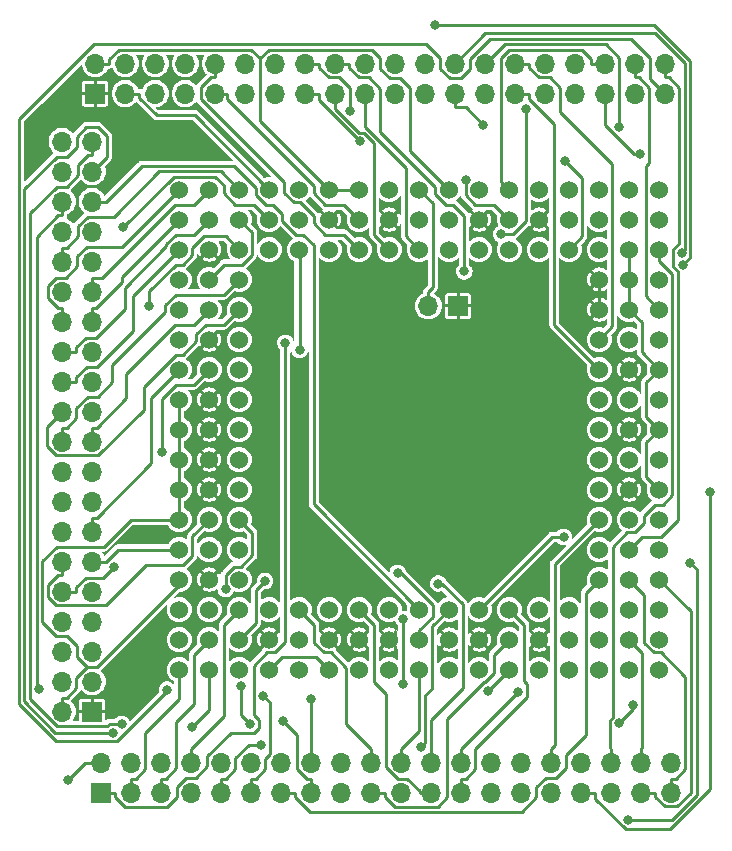
<source format=gbr>
%TF.GenerationSoftware,KiCad,Pcbnew,7.0.10*%
%TF.CreationDate,2024-03-06T13:03:10+02:00*%
%TF.ProjectId,486Interposer,34383649-6e74-4657-9270-6f7365722e6b,rev?*%
%TF.SameCoordinates,Original*%
%TF.FileFunction,Copper,L1,Top*%
%TF.FilePolarity,Positive*%
%FSLAX46Y46*%
G04 Gerber Fmt 4.6, Leading zero omitted, Abs format (unit mm)*
G04 Created by KiCad (PCBNEW 7.0.10) date 2024-03-06 13:03:10*
%MOMM*%
%LPD*%
G01*
G04 APERTURE LIST*
%TA.AperFunction,ComponentPad*%
%ADD10R,1.700000X1.700000*%
%TD*%
%TA.AperFunction,ComponentPad*%
%ADD11O,1.700000X1.700000*%
%TD*%
%TA.AperFunction,ComponentPad*%
%ADD12C,1.524000*%
%TD*%
%TA.AperFunction,ViaPad*%
%ADD13C,0.800000*%
%TD*%
%TA.AperFunction,Conductor*%
%ADD14C,0.250000*%
%TD*%
G04 APERTURE END LIST*
D10*
%TO.P,J1,1,Pin_1*%
%TO.N,/VCC*%
X110973800Y-72424200D03*
D11*
%TO.P,J1,2,Pin_2*%
%TO.N,GND*%
X110973800Y-69884200D03*
%TO.P,J1,3,Pin_3*%
%TO.N,/D0*%
X113513800Y-72424200D03*
%TO.P,J1,4,Pin_4*%
%TO.N,/D1*%
X113513800Y-69884200D03*
%TO.P,J1,5,Pin_5*%
%TO.N,/D2*%
X116053800Y-72424200D03*
%TO.P,J1,6,Pin_6*%
%TO.N,/D3*%
X116053800Y-69884200D03*
%TO.P,J1,7,Pin_7*%
%TO.N,/D4*%
X118593800Y-72424200D03*
%TO.P,J1,8,Pin_8*%
%TO.N,/D5*%
X118593800Y-69884200D03*
%TO.P,J1,9,Pin_9*%
%TO.N,/D6*%
X121133800Y-72424200D03*
%TO.P,J1,10,Pin_10*%
%TO.N,/D7*%
X121133800Y-69884200D03*
%TO.P,J1,11,Pin_11*%
%TO.N,/D8*%
X123673800Y-72424200D03*
%TO.P,J1,12,Pin_12*%
%TO.N,/D9*%
X123673800Y-69884200D03*
%TO.P,J1,13,Pin_13*%
%TO.N,/D10*%
X126213800Y-72424200D03*
%TO.P,J1,14,Pin_14*%
%TO.N,/D11*%
X126213800Y-69884200D03*
%TO.P,J1,15,Pin_15*%
%TO.N,/D12*%
X128753800Y-72424200D03*
%TO.P,J1,16,Pin_16*%
%TO.N,/D13*%
X128753800Y-69884200D03*
%TO.P,J1,17,Pin_17*%
%TO.N,/D14*%
X131293800Y-72424200D03*
%TO.P,J1,18,Pin_18*%
%TO.N,/D15*%
X131293800Y-69884200D03*
%TO.P,J1,19,Pin_19*%
%TO.N,/D16*%
X133833800Y-72424200D03*
%TO.P,J1,20,Pin_20*%
%TO.N,/D17*%
X133833800Y-69884200D03*
%TO.P,J1,21,Pin_21*%
%TO.N,/D18*%
X136373800Y-72424200D03*
%TO.P,J1,22,Pin_22*%
%TO.N,/D19*%
X136373800Y-69884200D03*
%TO.P,J1,23,Pin_23*%
%TO.N,/D20*%
X138913800Y-72424200D03*
%TO.P,J1,24,Pin_24*%
%TO.N,/D21*%
X138913800Y-69884200D03*
%TO.P,J1,25,Pin_25*%
%TO.N,/D22*%
X141453800Y-72424200D03*
%TO.P,J1,26,Pin_26*%
%TO.N,/D23*%
X141453800Y-69884200D03*
%TO.P,J1,27,Pin_27*%
%TO.N,/D24*%
X143993800Y-72424200D03*
%TO.P,J1,28,Pin_28*%
%TO.N,/D25*%
X143993800Y-69884200D03*
%TO.P,J1,29,Pin_29*%
%TO.N,/D26*%
X146533800Y-72424200D03*
%TO.P,J1,30,Pin_30*%
%TO.N,/D27*%
X146533800Y-69884200D03*
%TO.P,J1,31,Pin_31*%
%TO.N,/D28*%
X149073800Y-72424200D03*
%TO.P,J1,32,Pin_32*%
%TO.N,/D29*%
X149073800Y-69884200D03*
%TO.P,J1,33,Pin_33*%
%TO.N,/D30*%
X151613800Y-72424200D03*
%TO.P,J1,34,Pin_34*%
%TO.N,/D31*%
X151613800Y-69884200D03*
%TO.P,J1,35,Pin_35*%
%TO.N,/DP0*%
X154153800Y-72424200D03*
%TO.P,J1,36,Pin_36*%
%TO.N,/DP1*%
X154153800Y-69884200D03*
%TO.P,J1,37,Pin_37*%
%TO.N,/DP2*%
X156693800Y-72424200D03*
%TO.P,J1,38,Pin_38*%
%TO.N,/DP3*%
X156693800Y-69884200D03*
%TO.P,J1,39,Pin_39*%
%TO.N,/~{PCHK}*%
X159233800Y-72424200D03*
%TO.P,J1,40,Pin_40*%
%TO.N,/WB{slash}~{WT}*%
X159233800Y-69884200D03*
%TD*%
D10*
%TO.P,J4,1,Pin_1*%
%TO.N,/VCC*%
X141707800Y-90396200D03*
D11*
%TO.P,J4,2,Pin_2*%
%TO.N,Net-(J4-Pin_2)*%
X139167800Y-90396200D03*
%TD*%
D10*
%TO.P,J2,1,Pin_1*%
%TO.N,/VCC*%
X110714800Y-124743200D03*
D11*
%TO.P,J2,2,Pin_2*%
%TO.N,GND*%
X108174800Y-124743200D03*
%TO.P,J2,3,Pin_3*%
%TO.N,/A2*%
X110714800Y-122203200D03*
%TO.P,J2,4,Pin_4*%
%TO.N,/A3*%
X108174800Y-122203200D03*
%TO.P,J2,5,Pin_5*%
%TO.N,/A4*%
X110714800Y-119663200D03*
%TO.P,J2,6,Pin_6*%
%TO.N,/A5*%
X108174800Y-119663200D03*
%TO.P,J2,7,Pin_7*%
%TO.N,/A6*%
X110714800Y-117123200D03*
%TO.P,J2,8,Pin_8*%
%TO.N,/A7*%
X108174800Y-117123200D03*
%TO.P,J2,9,Pin_9*%
%TO.N,/A8*%
X110714800Y-114583200D03*
%TO.P,J2,10,Pin_10*%
%TO.N,/A9*%
X108174800Y-114583200D03*
%TO.P,J2,11,Pin_11*%
%TO.N,/A10*%
X110714800Y-112043200D03*
%TO.P,J2,12,Pin_12*%
%TO.N,/A11*%
X108174800Y-112043200D03*
%TO.P,J2,13,Pin_13*%
%TO.N,/A12*%
X110714800Y-109503200D03*
%TO.P,J2,14,Pin_14*%
%TO.N,/A13*%
X108174800Y-109503200D03*
%TO.P,J2,15,Pin_15*%
%TO.N,/A14*%
X110714800Y-106963200D03*
%TO.P,J2,16,Pin_16*%
%TO.N,/A15*%
X108174800Y-106963200D03*
%TO.P,J2,17,Pin_17*%
%TO.N,/A16*%
X110714800Y-104423200D03*
%TO.P,J2,18,Pin_18*%
%TO.N,/A17*%
X108174800Y-104423200D03*
%TO.P,J2,19,Pin_19*%
%TO.N,/A18*%
X110714800Y-101883200D03*
%TO.P,J2,20,Pin_20*%
%TO.N,/A19*%
X108174800Y-101883200D03*
%TO.P,J2,21,Pin_21*%
%TO.N,/A20*%
X110714800Y-99343200D03*
%TO.P,J2,22,Pin_22*%
%TO.N,/A21*%
X108174800Y-99343200D03*
%TO.P,J2,23,Pin_23*%
%TO.N,/A22*%
X110714800Y-96803200D03*
%TO.P,J2,24,Pin_24*%
%TO.N,/A23*%
X108174800Y-96803200D03*
%TO.P,J2,25,Pin_25*%
%TO.N,/A24*%
X110714800Y-94263200D03*
%TO.P,J2,26,Pin_26*%
%TO.N,/A25*%
X108174800Y-94263200D03*
%TO.P,J2,27,Pin_27*%
%TO.N,/A26*%
X110714800Y-91723200D03*
%TO.P,J2,28,Pin_28*%
%TO.N,/A27*%
X108174800Y-91723200D03*
%TO.P,J2,29,Pin_29*%
%TO.N,/A28*%
X110714800Y-89183200D03*
%TO.P,J2,30,Pin_30*%
%TO.N,/A29*%
X108174800Y-89183200D03*
%TO.P,J2,31,Pin_31*%
%TO.N,/A30*%
X110714800Y-86643200D03*
%TO.P,J2,32,Pin_32*%
%TO.N,/A31*%
X108174800Y-86643200D03*
%TO.P,J2,33,Pin_33*%
%TO.N,/~{BE0}*%
X110714800Y-84103200D03*
%TO.P,J2,34,Pin_34*%
%TO.N,/~{BE1}*%
X108174800Y-84103200D03*
%TO.P,J2,35,Pin_35*%
%TO.N,/~{BE2}*%
X110714800Y-81563200D03*
%TO.P,J2,36,Pin_36*%
%TO.N,/~{BE3}*%
X108174800Y-81563200D03*
%TO.P,J2,37,Pin_37*%
%TO.N,/~{M{slash}IO}*%
X110714800Y-79023200D03*
%TO.P,J2,38,Pin_38*%
%TO.N,/~{D{slash}C}*%
X108174800Y-79023200D03*
%TO.P,J2,39,Pin_39*%
%TO.N,/~{W{slash}R}*%
X110714800Y-76483200D03*
%TO.P,J2,40,Pin_40*%
%TO.N,/VOLDET*%
X108174800Y-76483200D03*
%TD*%
D12*
%TO.P,U1,A1,D20*%
%TO.N,/D20*%
X158720800Y-80547200D03*
%TO.P,U1,A2,D22*%
%TO.N,/D22*%
X158720800Y-83087200D03*
%TO.P,U1,A3,TCK*%
%TO.N,/TCK*%
X158720800Y-85627200D03*
%TO.P,U1,A4,D23*%
%TO.N,/D23*%
X158720800Y-88167200D03*
%TO.P,U1,A5,DP3*%
%TO.N,/DP3*%
X158720800Y-90707200D03*
%TO.P,U1,A6,D24*%
%TO.N,/D24*%
X158720800Y-93247200D03*
%TO.P,U1,A7,VSS1*%
%TO.N,GND*%
X158720800Y-95787200D03*
%TO.P,U1,A8,D29*%
%TO.N,/D29*%
X158720800Y-98327200D03*
%TO.P,U1,A9,VSS2*%
%TO.N,GND*%
X158720800Y-100867200D03*
%TO.P,U1,A10,INV*%
%TO.N,/INV*%
X158720800Y-103407200D03*
%TO.P,U1,A11,VSS3*%
%TO.N,GND*%
X158720800Y-105947200D03*
%TO.P,U1,A12,~{HITM}*%
%TO.N,/~{HITM}*%
X158720800Y-108487200D03*
%TO.P,U1,A13,NC1*%
%TO.N,unconnected-(U1-NC1-PadA13)*%
X158720800Y-111027200D03*
%TO.P,U1,A14,TDI*%
%TO.N,/TDI*%
X158720800Y-113567200D03*
%TO.P,U1,A15,~{IGNNE}*%
%TO.N,/~{IGNNE}*%
X158720800Y-116107200D03*
%TO.P,U1,A16,INTR*%
%TO.N,/INTR*%
X158720800Y-118647200D03*
%TO.P,U1,A17,AHOLD*%
%TO.N,/AHOLD*%
X158720800Y-121187200D03*
%TO.P,U1,B1,D19*%
%TO.N,/D19*%
X156180800Y-80547200D03*
%TO.P,U1,B2,D21*%
%TO.N,/D21*%
X156180800Y-83087200D03*
%TO.P,U1,B3,VSS4*%
%TO.N,GND*%
X156180800Y-85627200D03*
%TO.P,U1,B4,VSS5*%
X156180800Y-88167200D03*
%TO.P,U1,B5,VSS6*%
X156180800Y-90707200D03*
%TO.P,U1,B6,D25*%
%TO.N,/D25*%
X156180800Y-93247200D03*
%TO.P,U1,B7,VCC1*%
%TO.N,/VCC*%
X156180800Y-95787200D03*
%TO.P,U1,B8,D31*%
%TO.N,/D31*%
X156180800Y-98327200D03*
%TO.P,U1,B9,VCC2*%
%TO.N,/VCC*%
X156180800Y-100867200D03*
%TO.P,U1,B10,~{SMI}*%
%TO.N,/~{SMI}*%
X156180800Y-103407200D03*
%TO.P,U1,B11,VCC3*%
%TO.N,/VCC*%
X156180800Y-105947200D03*
%TO.P,U1,B12,~{CACHE}*%
%TO.N,/~{CACHE}*%
X156180800Y-108487200D03*
%TO.P,U1,B13,WB/~{WT}*%
%TO.N,/WB{slash}~{WT}*%
X156180800Y-111027200D03*
%TO.P,U1,B14,TMS*%
%TO.N,/TMS*%
X156180800Y-113567200D03*
%TO.P,U1,B15,NMI*%
%TO.N,/NMI*%
X156180800Y-116107200D03*
%TO.P,U1,B16,TDO*%
%TO.N,/TDO*%
X156180800Y-118647200D03*
%TO.P,U1,B17,~{EADS}*%
%TO.N,/~{EADS}*%
X156180800Y-121187200D03*
%TO.P,U1,C1,D11*%
%TO.N,/D11*%
X153640800Y-80547200D03*
%TO.P,U1,C2,D18*%
%TO.N,/D18*%
X153640800Y-83087200D03*
%TO.P,U1,C3,CLK*%
%TO.N,/CLK*%
X153640800Y-85627200D03*
%TO.P,U1,C4,VCC4*%
%TO.N,/VCC*%
X153640800Y-88167200D03*
%TO.P,U1,C5,VCC5*%
X153640800Y-90707200D03*
%TO.P,U1,C6,D27*%
%TO.N,/D27*%
X153640800Y-93247200D03*
%TO.P,U1,C7,D26*%
%TO.N,/D26*%
X153640800Y-95787200D03*
%TO.P,U1,C8,D28*%
%TO.N,/D28*%
X153640800Y-98327200D03*
%TO.P,U1,C9,D30*%
%TO.N,/D30*%
X153640800Y-100867200D03*
%TO.P,U1,C10,SRESET*%
%TO.N,/SRESET*%
X153640800Y-103407200D03*
%TO.P,U1,C11,~{UP}*%
%TO.N,/~{UP}*%
X153640800Y-105947200D03*
%TO.P,U1,C12,~{SMIACT}*%
%TO.N,/~{SMIACT}*%
X153640800Y-108487200D03*
%TO.P,U1,C13,NC2*%
%TO.N,unconnected-(U1-NC2-PadC13)*%
X153640800Y-111027200D03*
%TO.P,U1,C14,~{FERR}*%
%TO.N,/~{FERR}*%
X153640800Y-113567200D03*
%TO.P,U1,C15,~{FLUSH}*%
%TO.N,/~{FLUSH}*%
X153640800Y-116107200D03*
%TO.P,U1,C16,RESET*%
%TO.N,/RESET*%
X153640800Y-118647200D03*
%TO.P,U1,C17,~{BS16}*%
%TO.N,/~{BS16}*%
X153640800Y-121187200D03*
%TO.P,U1,D1,D9*%
%TO.N,/D9*%
X151100800Y-80547200D03*
%TO.P,U1,D2,D13*%
%TO.N,/D13*%
X151100800Y-83087200D03*
%TO.P,U1,D3,D17*%
%TO.N,/D17*%
X151100800Y-85627200D03*
%TO.P,U1,D15,~{A20M}*%
%TO.N,/~{A20M}*%
X151100800Y-116107200D03*
%TO.P,U1,D16,~{BS8}*%
%TO.N,/~{BS8}*%
X151100800Y-118647200D03*
%TO.P,U1,D17,~{BOFF}*%
%TO.N,/~{BOFF}*%
X151100800Y-121187200D03*
%TO.P,U1,E1,VSS7*%
%TO.N,GND*%
X148560800Y-80547200D03*
%TO.P,U1,E2,VCC6*%
%TO.N,/VCC*%
X148560800Y-83087200D03*
%TO.P,U1,E3,D10*%
%TO.N,/D10*%
X148560800Y-85627200D03*
%TO.P,U1,E15,HOLD*%
%TO.N,/HOLD*%
X148560800Y-116107200D03*
%TO.P,U1,E16,VCC7*%
%TO.N,/VCC*%
X148560800Y-118647200D03*
%TO.P,U1,E17,VSS8*%
%TO.N,GND*%
X148560800Y-121187200D03*
%TO.P,U1,F1,DP1*%
%TO.N,/DP1*%
X146020800Y-80547200D03*
%TO.P,U1,F2,D8*%
%TO.N,/D8*%
X146020800Y-83087200D03*
%TO.P,U1,F3,D15*%
%TO.N,/D15*%
X146020800Y-85627200D03*
%TO.P,U1,F15,~{KEN}*%
%TO.N,/~{KEN}*%
X146020800Y-116107200D03*
%TO.P,U1,F16,~{RDY}*%
%TO.N,/~{RDY}*%
X146020800Y-118647200D03*
%TO.P,U1,F17,~{BE3}*%
%TO.N,/~{BE3}*%
X146020800Y-121187200D03*
%TO.P,U1,G1,VSS9*%
%TO.N,GND*%
X143480800Y-80547200D03*
%TO.P,U1,G2,VCC8*%
%TO.N,/VCC*%
X143480800Y-83087200D03*
%TO.P,U1,G3,D12*%
%TO.N,/D12*%
X143480800Y-85627200D03*
%TO.P,U1,G15,~{STPCLK}*%
%TO.N,/~{STPCLK}*%
X143480800Y-116107200D03*
%TO.P,U1,G16,VCC9*%
%TO.N,/VCC*%
X143480800Y-118647200D03*
%TO.P,U1,G17,VSS10*%
%TO.N,GND*%
X143480800Y-121187200D03*
%TO.P,U1,H1,VSS11*%
X140940800Y-80547200D03*
%TO.P,U1,H2,D3*%
%TO.N,/D3*%
X140940800Y-83087200D03*
%TO.P,U1,H3,DP2*%
%TO.N,/DP2*%
X140940800Y-85627200D03*
%TO.P,U1,H15,~{BRDY}*%
%TO.N,/~{BRDY}*%
X140940800Y-116107200D03*
%TO.P,U1,H16,VCC10*%
%TO.N,/VCC*%
X140940800Y-118647200D03*
%TO.P,U1,H17,VSS11*%
%TO.N,GND*%
X140940800Y-121187200D03*
%TO.P,U1,J1,VCC11/NC3*%
%TO.N,Net-(J4-Pin_2)*%
X138400800Y-80547200D03*
%TO.P,U1,J2,D5*%
%TO.N,/D5*%
X138400800Y-83087200D03*
%TO.P,U1,J3,D16*%
%TO.N,/D16*%
X138400800Y-85627200D03*
%TO.P,U1,J15,~{BE2}*%
%TO.N,/~{BE2}*%
X138400800Y-116107200D03*
%TO.P,U1,J16,~{BE1}*%
%TO.N,/~{BE1}*%
X138400800Y-118647200D03*
%TO.P,U1,J17,PCD*%
%TO.N,/PCD*%
X138400800Y-121187200D03*
%TO.P,U1,K1,VSS12*%
%TO.N,GND*%
X135860800Y-80547200D03*
%TO.P,U1,K2,VCC12*%
%TO.N,/VCC*%
X135860800Y-83087200D03*
%TO.P,U1,K3,D14*%
%TO.N,/D14*%
X135860800Y-85627200D03*
%TO.P,U1,K15,~{BE0}*%
%TO.N,/~{BE0}*%
X135860800Y-116107200D03*
%TO.P,U1,K16,VCC13*%
%TO.N,/VCC*%
X135860800Y-118647200D03*
%TO.P,U1,K17,VSS13*%
%TO.N,GND*%
X135860800Y-121187200D03*
%TO.P,U1,L1,VSS14*%
X133320800Y-80547200D03*
%TO.P,U1,L2,D6*%
%TO.N,/D6*%
X133320800Y-83087200D03*
%TO.P,U1,L3,D7*%
%TO.N,/D7*%
X133320800Y-85627200D03*
%TO.P,U1,L15,PWT*%
%TO.N,/PWT*%
X133320800Y-116107200D03*
%TO.P,U1,L16,VCC14*%
%TO.N,/VCC*%
X133320800Y-118647200D03*
%TO.P,U1,L17,VSS15*%
%TO.N,GND*%
X133320800Y-121187200D03*
%TO.P,U1,M1,VSS16*%
X130780800Y-80547200D03*
%TO.P,U1,M2,VCC15*%
%TO.N,/VCC*%
X130780800Y-83087200D03*
%TO.P,U1,M3,D4*%
%TO.N,/D4*%
X130780800Y-85627200D03*
%TO.P,U1,M15,~{D/C}*%
%TO.N,/~{D{slash}C}*%
X130780800Y-116107200D03*
%TO.P,U1,M16,VCC16*%
%TO.N,/VCC*%
X130780800Y-118647200D03*
%TO.P,U1,M17,VSS17*%
%TO.N,GND*%
X130780800Y-121187200D03*
%TO.P,U1,N1,D2*%
%TO.N,/D2*%
X128240800Y-80547200D03*
%TO.P,U1,N2,D1*%
%TO.N,/D1*%
X128240800Y-83087200D03*
%TO.P,U1,N3,DP0*%
%TO.N,/DP0*%
X128240800Y-85627200D03*
%TO.P,U1,N15,~{LOCK}*%
%TO.N,/~{LOCK}*%
X128240800Y-116107200D03*
%TO.P,U1,N16,~{M/IO}*%
%TO.N,/~{M{slash}IO}*%
X128240800Y-118647200D03*
%TO.P,U1,N17,~{W/R}*%
%TO.N,/~{W{slash}R}*%
X128240800Y-121187200D03*
%TO.P,U1,P1,D0*%
%TO.N,/D0*%
X125700800Y-80547200D03*
%TO.P,U1,P2,A29*%
%TO.N,/A29*%
X125700800Y-83087200D03*
%TO.P,U1,P3,A30*%
%TO.N,/A30*%
X125700800Y-85627200D03*
%TO.P,U1,P15,HLDA*%
%TO.N,/HLDA*%
X125700800Y-116107200D03*
%TO.P,U1,P16,VCC17*%
%TO.N,/VCC*%
X125700800Y-118647200D03*
%TO.P,U1,P17,VSS18*%
%TO.N,GND*%
X125700800Y-121187200D03*
%TO.P,U1,Q1,A31*%
%TO.N,/A31*%
X123160800Y-80547200D03*
%TO.P,U1,Q2,VSS19*%
%TO.N,GND*%
X123160800Y-83087200D03*
%TO.P,U1,Q3,A17*%
%TO.N,/A17*%
X123160800Y-85627200D03*
%TO.P,U1,Q4,A19*%
%TO.N,/A19*%
X123160800Y-88167200D03*
%TO.P,U1,Q5,A21*%
%TO.N,/A21*%
X123160800Y-90707200D03*
%TO.P,U1,Q6,A24*%
%TO.N,/A24*%
X123160800Y-93247200D03*
%TO.P,U1,Q7,A22*%
%TO.N,/A22*%
X123160800Y-95787200D03*
%TO.P,U1,Q8,A20*%
%TO.N,/A20*%
X123160800Y-98327200D03*
%TO.P,U1,Q9,A16*%
%TO.N,/A16*%
X123160800Y-100867200D03*
%TO.P,U1,Q10,A13*%
%TO.N,/A13*%
X123160800Y-103407200D03*
%TO.P,U1,Q11,A9*%
%TO.N,/A9*%
X123160800Y-105947200D03*
%TO.P,U1,Q12,A5*%
%TO.N,/A5*%
X123160800Y-108487200D03*
%TO.P,U1,Q13,A7*%
%TO.N,/A7*%
X123160800Y-111027200D03*
%TO.P,U1,Q14,A2*%
%TO.N,/A2*%
X123160800Y-113567200D03*
%TO.P,U1,Q15,BREQ*%
%TO.N,/BREQ*%
X123160800Y-116107200D03*
%TO.P,U1,Q16,~{PLOCK}*%
%TO.N,/~{PLOCK}*%
X123160800Y-118647200D03*
%TO.P,U1,Q17,~{PCHK}*%
%TO.N,/~{PCHK}*%
X123160800Y-121187200D03*
%TO.P,U1,R1,A28*%
%TO.N,/A28*%
X120620800Y-80547200D03*
%TO.P,U1,R2,A25*%
%TO.N,/A25*%
X120620800Y-83087200D03*
%TO.P,U1,R3,VCC18*%
%TO.N,/VCC*%
X120620800Y-85627200D03*
%TO.P,U1,R4,VSS20*%
%TO.N,GND*%
X120620800Y-88167200D03*
%TO.P,U1,R5,A18*%
%TO.N,/A18*%
X120620800Y-90707200D03*
%TO.P,U1,R6,VCC19*%
%TO.N,/VCC*%
X120620800Y-93247200D03*
%TO.P,U1,R7,A15*%
%TO.N,/A15*%
X120620800Y-95787200D03*
%TO.P,U1,R8,VCC20*%
%TO.N,/VCC*%
X120620800Y-98327200D03*
%TO.P,U1,R9,VCC21*%
X120620800Y-100867200D03*
%TO.P,U1,R10,VCC22*%
X120620800Y-103407200D03*
%TO.P,U1,R11,VCC23*%
X120620800Y-105947200D03*
%TO.P,U1,R12,A11*%
%TO.N,/A11*%
X120620800Y-108487200D03*
%TO.P,U1,R13,A8*%
%TO.N,/A8*%
X120620800Y-111027200D03*
%TO.P,U1,R14,VCC24*%
%TO.N,/VCC*%
X120620800Y-113567200D03*
%TO.P,U1,R15,A3*%
%TO.N,/A3*%
X120620800Y-116107200D03*
%TO.P,U1,R16,~{BLAST}*%
%TO.N,/~{BLAST}*%
X120620800Y-118647200D03*
%TO.P,U1,R17,CLKMUL*%
%TO.N,/CLKMUL*%
X120620800Y-121187200D03*
%TO.P,U1,S1,A27*%
%TO.N,/A27*%
X118080800Y-80547200D03*
%TO.P,U1,S2,A26*%
%TO.N,/A26*%
X118080800Y-83087200D03*
%TO.P,U1,S3,A23*%
%TO.N,/A23*%
X118080800Y-85627200D03*
%TO.P,U1,S4,VOLDET*%
%TO.N,/VOLDET*%
X118080800Y-88167200D03*
%TO.P,U1,S5,A14*%
%TO.N,/A14*%
X118080800Y-90707200D03*
%TO.P,U1,S6,VSS21*%
%TO.N,GND*%
X118080800Y-93247200D03*
%TO.P,U1,S7,A12*%
%TO.N,/A12*%
X118080800Y-95787200D03*
%TO.P,U1,S8,VSS22*%
%TO.N,GND*%
X118080800Y-98327200D03*
%TO.P,U1,S9,VSS23*%
X118080800Y-100867200D03*
%TO.P,U1,S10,VSS24*%
X118080800Y-103407200D03*
%TO.P,U1,S11,VSS25*%
X118080800Y-105947200D03*
%TO.P,U1,S12,VSS26*%
X118080800Y-108487200D03*
%TO.P,U1,S13,A10*%
%TO.N,/A10*%
X118080800Y-111027200D03*
%TO.P,U1,S14,VSS27*%
%TO.N,GND*%
X118080800Y-113567200D03*
%TO.P,U1,S15,A6*%
%TO.N,/A6*%
X118080800Y-116107200D03*
%TO.P,U1,S16,A4*%
%TO.N,/A4*%
X118080800Y-118647200D03*
%TO.P,U1,S17,~{ADS}*%
%TO.N,/~{ADS}*%
X118080800Y-121187200D03*
%TD*%
D10*
%TO.P,J3,1,Pin_1*%
%TO.N,/CLK*%
X111476800Y-131601200D03*
D11*
%TO.P,J3,2,Pin_2*%
%TO.N,/~{A20M}*%
X111476800Y-129061200D03*
%TO.P,J3,3,Pin_3*%
%TO.N,/~{ADS}*%
X114016800Y-131601200D03*
%TO.P,J3,4,Pin_4*%
%TO.N,/AHOLD*%
X114016800Y-129061200D03*
%TO.P,J3,5,Pin_5*%
%TO.N,/~{BLAST}*%
X116556800Y-131601200D03*
%TO.P,J3,6,Pin_6*%
%TO.N,/~{BOFF}*%
X116556800Y-129061200D03*
%TO.P,J3,7,Pin_7*%
%TO.N,/~{BRDY}*%
X119096800Y-131601200D03*
%TO.P,J3,8,Pin_8*%
%TO.N,/BREQ*%
X119096800Y-129061200D03*
%TO.P,J3,9,Pin_9*%
%TO.N,/~{BS8}*%
X121636800Y-131601200D03*
%TO.P,J3,10,Pin_10*%
%TO.N,/~{BS16}*%
X121636800Y-129061200D03*
%TO.P,J3,11,Pin_11*%
%TO.N,/~{D{slash}C}*%
X124176800Y-131601200D03*
%TO.P,J3,12,Pin_12*%
%TO.N,/~{EADS}*%
X124176800Y-129061200D03*
%TO.P,J3,13,Pin_13*%
%TO.N,/~{FERR}*%
X126716800Y-131601200D03*
%TO.P,J3,14,Pin_14*%
%TO.N,/~{FLUSH}*%
X126716800Y-129061200D03*
%TO.P,J3,15,Pin_15*%
%TO.N,/HLDA*%
X129256800Y-131601200D03*
%TO.P,J3,16,Pin_16*%
%TO.N,/HOLD*%
X129256800Y-129061200D03*
%TO.P,J3,17,Pin_17*%
%TO.N,/~{IGNNE}*%
X131796800Y-131601200D03*
%TO.P,J3,18,Pin_18*%
%TO.N,/INTR*%
X131796800Y-129061200D03*
%TO.P,J3,19,Pin_19*%
%TO.N,/~{RDY}*%
X134336800Y-131601200D03*
%TO.P,J3,20,Pin_20*%
%TO.N,/~{LOCK}*%
X134336800Y-129061200D03*
%TO.P,J3,21,Pin_21*%
%TO.N,/NMI*%
X136876800Y-131601200D03*
%TO.P,J3,22,Pin_22*%
%TO.N,/PCD*%
X136876800Y-129061200D03*
%TO.P,J3,23,Pin_23*%
%TO.N,/PWT*%
X139416800Y-131601200D03*
%TO.P,J3,24,Pin_24*%
%TO.N,/~{PLOCK}*%
X139416800Y-129061200D03*
%TO.P,J3,25,Pin_25*%
%TO.N,/~{KEN}*%
X141956800Y-131601200D03*
%TO.P,J3,26,Pin_26*%
%TO.N,/RESET*%
X141956800Y-129061200D03*
%TO.P,J3,27,Pin_27*%
%TO.N,/~{CACHE}*%
X144496800Y-131601200D03*
%TO.P,J3,28,Pin_28*%
%TO.N,/CLKMUL*%
X144496800Y-129061200D03*
%TO.P,J3,29,Pin_29*%
%TO.N,/~{HITM}*%
X147036800Y-131601200D03*
%TO.P,J3,30,Pin_30*%
%TO.N,/INV*%
X147036800Y-129061200D03*
%TO.P,J3,31,Pin_31*%
%TO.N,/~{SMI}*%
X149576800Y-131601200D03*
%TO.P,J3,32,Pin_32*%
%TO.N,/~{SMIACT}*%
X149576800Y-129061200D03*
%TO.P,J3,33,Pin_33*%
%TO.N,/SRESET*%
X152116800Y-131601200D03*
%TO.P,J3,34,Pin_34*%
%TO.N,/~{STPCLK}*%
X152116800Y-129061200D03*
%TO.P,J3,35,Pin_35*%
%TO.N,/~{UP}*%
X154656800Y-131601200D03*
%TO.P,J3,36,Pin_36*%
%TO.N,/TCK*%
X154656800Y-129061200D03*
%TO.P,J3,37,Pin_37*%
%TO.N,/TDI*%
X157196800Y-131601200D03*
%TO.P,J3,38,Pin_38*%
%TO.N,/TDO*%
X157196800Y-129061200D03*
%TO.P,J3,39,Pin_39*%
%TO.N,/TMS*%
X159736800Y-131601200D03*
%TO.P,J3,40,Pin_40*%
%TO.N,GND*%
X159736800Y-129061200D03*
%TD*%
D13*
%TO.N,/A9*%
X112544700Y-112471100D03*
%TO.N,/A5*%
X122018900Y-114363500D03*
%TO.N,/D8*%
X142334000Y-79730800D03*
%TO.N,/D12*%
X133391800Y-76456200D03*
%TO.N,/D13*%
X132563800Y-73869800D03*
%TO.N,/D15*%
X142210800Y-87469300D03*
%TO.N,/D17*%
X150786100Y-78147500D03*
%TO.N,/D22*%
X143841100Y-75092500D03*
%TO.N,/D23*%
X160632600Y-85901500D03*
%TO.N,/D25*%
X155356600Y-75222100D03*
%TO.N,/A15*%
X116608500Y-102786500D03*
%TO.N,/A17*%
X115528400Y-90421200D03*
%TO.N,/A29*%
X113304300Y-83755200D03*
%TO.N,/DP0*%
X128266700Y-94137800D03*
X157095700Y-77521800D03*
%TO.N,/DP2*%
X145321400Y-84341500D03*
X147446800Y-73705400D03*
%TO.N,/~{PCHK}*%
X117044100Y-122884000D03*
%TO.N,/~{BE0}*%
X139713600Y-66590600D03*
X160725700Y-86903500D03*
%TO.N,/~{BE1}*%
X136579200Y-113006000D03*
%TO.N,/~{BE3}*%
X106226700Y-122843100D03*
X144201100Y-123009300D03*
%TO.N,/CLK*%
X127073000Y-93524800D03*
%TO.N,/~{CACHE}*%
X161363100Y-112195500D03*
X156115200Y-133903900D03*
%TO.N,/NMI*%
X155350400Y-125709500D03*
X156494100Y-124230800D03*
%TO.N,/SRESET*%
X163059500Y-106137400D03*
%TO.N,/RESET*%
X146765500Y-123077800D03*
%TO.N,/~{A20M}*%
X108627300Y-130538500D03*
%TO.N,/~{BS8}*%
X125014600Y-127576700D03*
%TO.N,/HOLD*%
X129256800Y-123723300D03*
X137021800Y-116899500D03*
X137021800Y-122407600D03*
%TO.N,/~{STPCLK}*%
X150630100Y-109952800D03*
%TO.N,/~{BRDY}*%
X138564100Y-127747600D03*
%TO.N,/~{D{slash}C}*%
X125160100Y-123395300D03*
%TO.N,/~{M{slash}IO}*%
X112479200Y-126523600D03*
%TO.N,/~{W{slash}R}*%
X113205400Y-125796700D03*
%TO.N,/HLDA*%
X123270800Y-122552100D03*
X126870200Y-125554000D03*
X124082300Y-125813600D03*
%TO.N,/~{PLOCK}*%
X140029900Y-113911700D03*
X125336800Y-113693100D03*
%TO.N,/CLKMUL*%
X119172300Y-126050800D03*
%TD*%
D14*
%TO.N,GND*%
X109444800Y-119232300D02*
X108557800Y-118345300D01*
X111161600Y-120933200D02*
X118080800Y-114014000D01*
X124943800Y-74710200D02*
X130780800Y-80547200D01*
X106495100Y-112035500D02*
X107757400Y-110773200D01*
X121891000Y-86897000D02*
X123437900Y-86897000D01*
X156180800Y-88167200D02*
X156180800Y-90707200D01*
X113979800Y-108487200D02*
X118080800Y-108487200D01*
X157631900Y-101956100D02*
X158720800Y-100867200D01*
X157631900Y-99778300D02*
X157631900Y-96876100D01*
X109351700Y-121865400D02*
X110283900Y-120933200D01*
X130780800Y-80547200D02*
X133320800Y-80547200D01*
X112150700Y-69516400D02*
X112969600Y-68697500D01*
X157269700Y-91796100D02*
X157269700Y-94336100D01*
X118080800Y-105947200D02*
X118080800Y-108487200D01*
X111693800Y-110773200D02*
X113979800Y-108487200D01*
X110973800Y-69884200D02*
X112150700Y-69884200D01*
X108557800Y-118345300D02*
X107669800Y-118345300D01*
X124252400Y-84178800D02*
X123160800Y-83087200D01*
X108174800Y-123566300D02*
X108542700Y-123566300D01*
X137643800Y-71993300D02*
X136788600Y-71138100D01*
X135103800Y-69408000D02*
X134403100Y-68707300D01*
X112150700Y-69884200D02*
X112150700Y-69516400D01*
X118080800Y-103407200D02*
X118080800Y-100867200D01*
X118080800Y-114014000D02*
X118080800Y-113567200D01*
X118080800Y-103407200D02*
X118080800Y-105947200D01*
X109351700Y-122757300D02*
X109351700Y-121865400D01*
X125700800Y-121187200D02*
X126800400Y-120087600D01*
X129681200Y-120087600D02*
X130780800Y-121187200D01*
X107757400Y-110773200D02*
X111693800Y-110773200D01*
X110283900Y-120933200D02*
X111161600Y-120933200D01*
X126800400Y-120087600D02*
X129681200Y-120087600D01*
X136788600Y-71138100D02*
X135934900Y-71138100D01*
X106495100Y-117170600D02*
X106495100Y-112035500D01*
X134403100Y-68707300D02*
X125691500Y-68707300D01*
X156180800Y-85627200D02*
X156180800Y-88167200D01*
X124186300Y-68697500D02*
X124943800Y-69455000D01*
X157631900Y-96876100D02*
X158720800Y-95787200D01*
X135934900Y-71138100D02*
X135103800Y-70307000D01*
X158720800Y-100867200D02*
X157631900Y-99778300D01*
X112969600Y-68697500D02*
X124186300Y-68697500D01*
X157269700Y-94336100D02*
X158720800Y-95787200D01*
X156180800Y-90707200D02*
X157269700Y-91796100D01*
X157631900Y-104858300D02*
X157631900Y-101956100D01*
X110283900Y-120933200D02*
X109444800Y-120094100D01*
X137643800Y-77250200D02*
X137643800Y-71993300D01*
X109444800Y-120094100D02*
X109444800Y-119232300D01*
X124252400Y-86082500D02*
X124252400Y-84178800D01*
X125691500Y-68707300D02*
X124943800Y-69455000D01*
X140940800Y-80547200D02*
X137643800Y-77250200D01*
X118080800Y-100867200D02*
X118080800Y-98327200D01*
X108542700Y-123566300D02*
X109351700Y-122757300D01*
X123437900Y-86897000D02*
X124252400Y-86082500D01*
X107669800Y-118345300D02*
X106495100Y-117170600D01*
X120620800Y-88167200D02*
X121891000Y-86897000D01*
X135103800Y-70307000D02*
X135103800Y-69408000D01*
X158720800Y-105947200D02*
X157631900Y-104858300D01*
X124943800Y-69455000D02*
X124943800Y-74710200D01*
X108174800Y-124743200D02*
X108174800Y-123566300D01*
%TO.N,Net-(J4-Pin_2)*%
X139545000Y-81691400D02*
X139545000Y-88842100D01*
X138400800Y-80547200D02*
X139545000Y-81691400D01*
X139545000Y-88842100D02*
X139167800Y-89219300D01*
X139167800Y-90396200D02*
X139167800Y-89219300D01*
%TO.N,/A9*%
X109351700Y-114583200D02*
X109351700Y-114215300D01*
X109351700Y-114215300D02*
X110160700Y-113406300D01*
X110160700Y-113406300D02*
X111609500Y-113406300D01*
X111609500Y-113406300D02*
X112544700Y-112471100D01*
X108174800Y-114583200D02*
X109351700Y-114583200D01*
%TO.N,/A5*%
X123160800Y-108487200D02*
X124279300Y-109605700D01*
X124279300Y-111511700D02*
X123312700Y-112478300D01*
X122709800Y-112478300D02*
X122018900Y-113169200D01*
X122018900Y-113169200D02*
X122018900Y-114363500D01*
X123312700Y-112478300D02*
X122709800Y-112478300D01*
X124279300Y-109605700D02*
X124279300Y-111511700D01*
%TO.N,/A11*%
X120620800Y-108487200D02*
X119192000Y-109916000D01*
X107679000Y-115764100D02*
X106978700Y-115063800D01*
X119192000Y-109916000D02*
X119192000Y-111554900D01*
X111894500Y-115764100D02*
X107679000Y-115764100D01*
X119192000Y-111554900D02*
X118369400Y-112377500D01*
X118369400Y-112377500D02*
X115281100Y-112377500D01*
X115281100Y-112377500D02*
X111894500Y-115764100D01*
X107809000Y-113220100D02*
X108174800Y-113220100D01*
X108174800Y-112043200D02*
X108174800Y-113220100D01*
X106978700Y-115063800D02*
X106978700Y-114050400D01*
X106978700Y-114050400D02*
X107809000Y-113220100D01*
%TO.N,/A12*%
X115688200Y-98179800D02*
X118080800Y-95787200D01*
X110714800Y-109503200D02*
X110714800Y-108326300D01*
X111082600Y-108326300D02*
X115688200Y-103720700D01*
X110714800Y-108326300D02*
X111082600Y-108326300D01*
X115688200Y-103720700D02*
X115688200Y-98179800D01*
%TO.N,/A10*%
X112907700Y-111027200D02*
X118080800Y-111027200D01*
X110714800Y-112043200D02*
X111891700Y-112043200D01*
X111891700Y-112043200D02*
X112907700Y-111027200D01*
%TO.N,/D0*%
X114690700Y-72790000D02*
X114690700Y-72424200D01*
X113513800Y-72424200D02*
X114690700Y-72424200D01*
X116164200Y-74263500D02*
X114690700Y-72790000D01*
X119417100Y-74263500D02*
X116164200Y-74263500D01*
X125700800Y-80547200D02*
X119417100Y-74263500D01*
%TO.N,/D6*%
X122123500Y-72876600D02*
X129510800Y-80263900D01*
X130448600Y-81817200D02*
X132050800Y-81817200D01*
X129510800Y-80879400D02*
X130448600Y-81817200D01*
X129510800Y-80263900D02*
X129510800Y-80879400D01*
X121133800Y-72424200D02*
X122123500Y-72424200D01*
X132050800Y-81817200D02*
X133320800Y-83087200D01*
X122123500Y-72424200D02*
X122123500Y-72876600D01*
%TO.N,/D7*%
X126970800Y-80819000D02*
X127787900Y-81636100D01*
X119946900Y-71880200D02*
X119946900Y-72925600D01*
X127787900Y-81636100D02*
X128336600Y-81636100D01*
X132050800Y-84357200D02*
X133320800Y-85627200D01*
X126970800Y-79949500D02*
X126970800Y-80819000D01*
X130448600Y-84357200D02*
X132050800Y-84357200D01*
X120766000Y-71061100D02*
X119946900Y-71880200D01*
X129510800Y-83419400D02*
X130448600Y-84357200D01*
X129510800Y-82810300D02*
X129510800Y-83419400D01*
X121133800Y-71061100D02*
X120766000Y-71061100D01*
X121133800Y-69884200D02*
X121133800Y-71061100D01*
X119946900Y-72925600D02*
X126970800Y-79949500D01*
X128336600Y-81636100D02*
X129510800Y-82810300D01*
%TO.N,/D8*%
X144750800Y-81817200D02*
X143148600Y-81817200D01*
X142334000Y-81002600D02*
X142334000Y-79730800D01*
X146020800Y-83087200D02*
X144750800Y-81817200D01*
X143148600Y-81817200D02*
X142334000Y-81002600D01*
%TO.N,/D12*%
X129930700Y-72424200D02*
X129930700Y-72995100D01*
X128753800Y-72424200D02*
X129930700Y-72424200D01*
X129930700Y-72995100D02*
X133391800Y-76456200D01*
%TO.N,/D13*%
X130739700Y-71061100D02*
X131631000Y-71061100D01*
X129930700Y-69884200D02*
X129930700Y-70252100D01*
X132563800Y-71993900D02*
X132563800Y-73869800D01*
X131631000Y-71061100D02*
X132563800Y-71993900D01*
X129930700Y-70252100D02*
X130739700Y-71061100D01*
X128753800Y-69884200D02*
X129930700Y-69884200D01*
%TO.N,/D14*%
X135860800Y-85627200D02*
X134590800Y-84357200D01*
X134590800Y-84357200D02*
X134590800Y-76627200D01*
X133304400Y-75729300D02*
X131293800Y-73718700D01*
X134590800Y-76627200D02*
X133692900Y-75729300D01*
X131293800Y-73718700D02*
X131293800Y-73601100D01*
X131293800Y-72424200D02*
X131293800Y-73601100D01*
X133692900Y-75729300D02*
X133304400Y-75729300D01*
%TO.N,/D15*%
X132470700Y-70252100D02*
X133279700Y-71061100D01*
X134168100Y-71061100D02*
X135103800Y-71996800D01*
X140642400Y-81817200D02*
X141273000Y-81817200D01*
X139770100Y-80376500D02*
X139770100Y-80944900D01*
X139770100Y-80944900D02*
X140642400Y-81817200D01*
X142210800Y-82755000D02*
X142210800Y-87469300D01*
X131293800Y-69884200D02*
X132470700Y-69884200D01*
X132470700Y-69884200D02*
X132470700Y-70252100D01*
X135103800Y-75710200D02*
X139770100Y-80376500D01*
X133279700Y-71061100D02*
X134168100Y-71061100D01*
X135103800Y-71996800D02*
X135103800Y-75710200D01*
X141273000Y-81817200D02*
X142210800Y-82755000D01*
%TO.N,/D16*%
X138400800Y-85627200D02*
X137296800Y-84523200D01*
X133833800Y-72424200D02*
X133833800Y-75231100D01*
X137296800Y-84523200D02*
X137296800Y-78694100D01*
X137296800Y-78694100D02*
X133833800Y-75231100D01*
%TO.N,/D17*%
X152212000Y-79573400D02*
X152212000Y-84516000D01*
X152212000Y-84516000D02*
X151100800Y-85627200D01*
X150786100Y-78147500D02*
X152212000Y-79573400D01*
%TO.N,/D22*%
X142349700Y-73601100D02*
X143841100Y-75092500D01*
X141453800Y-73601100D02*
X142349700Y-73601100D01*
X141453800Y-72424200D02*
X141453800Y-73601100D01*
%TO.N,/D23*%
X160869400Y-69850000D02*
X158346600Y-67327200D01*
X160632600Y-85901500D02*
X160869400Y-85664700D01*
X158346600Y-67327200D02*
X144010800Y-67327200D01*
X144010800Y-67327200D02*
X141453800Y-69884200D01*
X160869400Y-85664700D02*
X160869400Y-69850000D01*
%TO.N,/D25*%
X155356600Y-75222100D02*
X155356600Y-69401800D01*
X154185800Y-68231000D02*
X145647000Y-68231000D01*
X145647000Y-68231000D02*
X143993800Y-69884200D01*
X155356600Y-69401800D02*
X154185800Y-68231000D01*
%TO.N,/D26*%
X149830800Y-75043100D02*
X149830800Y-91977200D01*
X147710700Y-72923000D02*
X149830800Y-75043100D01*
X147710700Y-72424200D02*
X147710700Y-72923000D01*
X149830800Y-91977200D02*
X153640800Y-95787200D01*
X146533800Y-72424200D02*
X147710700Y-72424200D01*
%TO.N,/D27*%
X149446100Y-71061100D02*
X150343800Y-71958800D01*
X154751900Y-78402800D02*
X154751900Y-92136100D01*
X150343800Y-73994700D02*
X154751900Y-78402800D01*
X148519700Y-71061100D02*
X149446100Y-71061100D01*
X150343800Y-71958800D02*
X150343800Y-73994700D01*
X146533800Y-69884200D02*
X147710700Y-69884200D01*
X147710700Y-69884200D02*
X147710700Y-70252100D01*
X147710700Y-70252100D02*
X148519700Y-71061100D01*
X154751900Y-92136100D02*
X153640800Y-93247200D01*
%TO.N,/A15*%
X117806800Y-97057200D02*
X119350800Y-97057200D01*
X116608500Y-98255500D02*
X117806800Y-97057200D01*
X119350800Y-97057200D02*
X120620800Y-95787200D01*
X116608500Y-102786500D02*
X116608500Y-98255500D01*
%TO.N,/A17*%
X122034400Y-84500800D02*
X120177200Y-84500800D01*
X120177200Y-84500800D02*
X119172300Y-85505700D01*
X117806800Y-86897200D02*
X115528400Y-89175600D01*
X119172300Y-85505700D02*
X119172300Y-86127300D01*
X115528400Y-89175600D02*
X115528400Y-90421200D01*
X123160800Y-85627200D02*
X122034400Y-84500800D01*
X119172300Y-86127300D02*
X118402400Y-86897200D01*
X118402400Y-86897200D02*
X117806800Y-86897200D01*
%TO.N,/A18*%
X120620800Y-90707200D02*
X119350800Y-91977200D01*
X110714800Y-101883200D02*
X110714800Y-100706300D01*
X113557300Y-98230300D02*
X111081300Y-100706300D01*
X117713900Y-91977200D02*
X113557300Y-96133800D01*
X119350800Y-91977200D02*
X117713900Y-91977200D01*
X113557300Y-96133800D02*
X113557300Y-98230300D01*
X111081300Y-100706300D02*
X110714800Y-100706300D01*
%TO.N,/A19*%
X108542700Y-100706300D02*
X109351700Y-99897300D01*
X108174800Y-100706300D02*
X108542700Y-100706300D01*
X109351700Y-99041600D02*
X110320100Y-98073200D01*
X112400200Y-96844800D02*
X112400200Y-95394900D01*
X112400200Y-95394900D02*
X116904800Y-90890300D01*
X116904800Y-90890300D02*
X116904800Y-90334000D01*
X111171800Y-98073200D02*
X112400200Y-96844800D01*
X117801600Y-89437200D02*
X121890800Y-89437200D01*
X108174800Y-101883200D02*
X108174800Y-100706300D01*
X109351700Y-99897300D02*
X109351700Y-99041600D01*
X116904800Y-90334000D02*
X117801600Y-89437200D01*
X110320100Y-98073200D02*
X111171800Y-98073200D01*
X121890800Y-89437200D02*
X123160800Y-88167200D01*
%TO.N,/A21*%
X119531900Y-92766100D02*
X119531900Y-93398300D01*
X106904000Y-100614000D02*
X108174800Y-99343200D01*
X120320800Y-91977200D02*
X119531900Y-92766100D01*
X106904000Y-102302600D02*
X106904000Y-100614000D01*
X118413000Y-94517200D02*
X117808100Y-94517200D01*
X107664700Y-103063300D02*
X106904000Y-102302600D01*
X115086500Y-97238800D02*
X115086500Y-99192000D01*
X117808100Y-94517200D02*
X115086500Y-97238800D01*
X123160800Y-90707200D02*
X121890800Y-91977200D01*
X119531900Y-93398300D02*
X118413000Y-94517200D01*
X115086500Y-99192000D02*
X111215200Y-103063300D01*
X121890800Y-91977200D02*
X120320800Y-91977200D01*
X111215200Y-103063300D02*
X107664700Y-103063300D01*
%TO.N,/A23*%
X109351700Y-96437400D02*
X109351700Y-96803200D01*
X114156800Y-89551200D02*
X114156800Y-92488200D01*
X111111800Y-95533200D02*
X110255900Y-95533200D01*
X114156800Y-92488200D02*
X111111800Y-95533200D01*
X108174800Y-96803200D02*
X109351700Y-96803200D01*
X118080800Y-85627200D02*
X114156800Y-89551200D01*
X110255900Y-95533200D02*
X109351700Y-96437400D01*
%TO.N,/A25*%
X116991900Y-85172100D02*
X116991900Y-85348600D01*
X111053000Y-93086300D02*
X110160700Y-93086300D01*
X119350800Y-84357200D02*
X117806800Y-84357200D01*
X109351700Y-93895300D02*
X109351700Y-94263200D01*
X113479800Y-88860700D02*
X113479800Y-90659500D01*
X110160700Y-93086300D02*
X109351700Y-93895300D01*
X117806800Y-84357200D02*
X116991900Y-85172100D01*
X113479800Y-90659500D02*
X111053000Y-93086300D01*
X120620800Y-83087200D02*
X119350800Y-84357200D01*
X116991900Y-85348600D02*
X113479800Y-88860700D01*
X108174800Y-94263200D02*
X109351700Y-94263200D01*
%TO.N,/A26*%
X113236200Y-88340900D02*
X111030800Y-90546300D01*
X110714800Y-91723200D02*
X110714800Y-90546300D01*
X113236200Y-87931800D02*
X113236200Y-88340900D01*
X111030800Y-90546300D02*
X110714800Y-90546300D01*
X118080800Y-83087200D02*
X113236200Y-87931800D01*
%TO.N,/A27*%
X109444800Y-86212300D02*
X110239800Y-85417300D01*
X108490700Y-88006300D02*
X109444800Y-87052200D01*
X108174800Y-91723200D02*
X108174800Y-90546300D01*
X107656200Y-88006300D02*
X108490700Y-88006300D01*
X108174800Y-90546300D02*
X107807000Y-90546300D01*
X109444800Y-87052200D02*
X109444800Y-86212300D01*
X106974400Y-88688100D02*
X107656200Y-88006300D01*
X110239800Y-85417300D02*
X113210700Y-85417300D01*
X113210700Y-85417300D02*
X118080800Y-80547200D01*
X107807000Y-90546300D02*
X106974400Y-89713700D01*
X106974400Y-89713700D02*
X106974400Y-88688100D01*
%TO.N,/A28*%
X111532600Y-88006300D02*
X117721700Y-81817200D01*
X117721700Y-81817200D02*
X119350800Y-81817200D01*
X110714800Y-88006300D02*
X111532600Y-88006300D01*
X119350800Y-81817200D02*
X120620800Y-80547200D01*
X110714800Y-89183200D02*
X110714800Y-88006300D01*
%TO.N,/A29*%
X121152000Y-79457700D02*
X121890800Y-80196500D01*
X122828600Y-81817200D02*
X124430800Y-81817200D01*
X121890800Y-80196500D02*
X121890800Y-80879400D01*
X113304300Y-83755200D02*
X117601800Y-79457700D01*
X124430800Y-81817200D02*
X125700800Y-83087200D01*
X117601800Y-79457700D02*
X121152000Y-79457700D01*
X121890800Y-80879400D02*
X122828600Y-81817200D01*
%TO.N,/A31*%
X121611600Y-78998000D02*
X123160800Y-80547200D01*
X108174800Y-85466300D02*
X108540400Y-85466300D01*
X108540400Y-85466300D02*
X109537900Y-84468800D01*
X116408800Y-78998000D02*
X121611600Y-78998000D01*
X109537900Y-83615400D02*
X110318600Y-82834700D01*
X110318600Y-82834700D02*
X112572100Y-82834700D01*
X112572100Y-82834700D02*
X116408800Y-78998000D01*
X108174800Y-86643200D02*
X108174800Y-85466300D01*
X109537900Y-84468800D02*
X109537900Y-83615400D01*
%TO.N,/VCC*%
X136368800Y-119155200D02*
X136368800Y-119663200D01*
X135860800Y-118647200D02*
X136368800Y-118139200D01*
X153640800Y-90707200D02*
X153640800Y-88167200D01*
X135860800Y-118647200D02*
X136368800Y-119155200D01*
X136368800Y-118139200D02*
X136368800Y-117885200D01*
%TO.N,/DP0*%
X128266700Y-85653100D02*
X128266700Y-94137800D01*
X156628400Y-77521800D02*
X157095700Y-77521800D01*
X154153800Y-75047200D02*
X156628400Y-77521800D01*
X154153800Y-72424200D02*
X154153800Y-75047200D01*
X128240800Y-85627200D02*
X128266700Y-85653100D01*
%TO.N,/DP1*%
X152976900Y-69516400D02*
X152976900Y-69884200D01*
X146038500Y-68706900D02*
X152167400Y-68706900D01*
X146020800Y-80547200D02*
X145346800Y-79873200D01*
X145346800Y-69398600D02*
X146038500Y-68706900D01*
X154153800Y-69884200D02*
X152976900Y-69884200D01*
X152167400Y-68706900D02*
X152976900Y-69516400D01*
X145346800Y-79873200D02*
X145346800Y-69398600D01*
%TO.N,/DP2*%
X145321400Y-84341500D02*
X146312600Y-84341500D01*
X147446800Y-83207300D02*
X147446800Y-73705400D01*
X146312600Y-84341500D02*
X147446800Y-83207300D01*
%TO.N,/DP3*%
X157870700Y-78282500D02*
X157612100Y-78541100D01*
X157870700Y-71923300D02*
X157870700Y-78282500D01*
X157612100Y-89598500D02*
X158720800Y-90707200D01*
X156693800Y-69884200D02*
X156693800Y-71061100D01*
X157612100Y-78541100D02*
X157612100Y-89598500D01*
X157008500Y-71061100D02*
X157870700Y-71923300D01*
X156693800Y-71061100D02*
X157008500Y-71061100D01*
%TO.N,/~{PCHK}*%
X117044100Y-123031300D02*
X117044100Y-122884000D01*
X159233800Y-72424200D02*
X157963800Y-71154200D01*
X140183800Y-69411600D02*
X139015300Y-68243100D01*
X142723800Y-70315100D02*
X141937100Y-71101800D01*
X110884000Y-68243100D02*
X104510400Y-74616700D01*
X144434500Y-67779100D02*
X142723800Y-69489800D01*
X142723800Y-69489800D02*
X142723800Y-70315100D01*
X156299300Y-67779100D02*
X144434500Y-67779100D01*
X140970500Y-71101800D02*
X140183800Y-70315100D01*
X107675800Y-127272200D02*
X112803200Y-127272200D01*
X104510400Y-124106800D02*
X107675800Y-127272200D01*
X104510400Y-74616700D02*
X104510400Y-124106800D01*
X112803200Y-127272200D02*
X117044100Y-123031300D01*
X157963800Y-71154200D02*
X157963800Y-69443600D01*
X139015300Y-68243100D02*
X110884000Y-68243100D01*
X157963800Y-69443600D02*
X156299300Y-67779100D01*
X140183800Y-70315100D02*
X140183800Y-69411600D01*
X141937100Y-71101800D02*
X140970500Y-71101800D01*
%TO.N,/~{BE0}*%
X158249100Y-66590600D02*
X161363700Y-69705200D01*
X161363700Y-86265500D02*
X160725700Y-86903500D01*
X139713600Y-66590600D02*
X158249100Y-66590600D01*
X161363700Y-69705200D02*
X161363700Y-86265500D01*
%TO.N,/~{BE1}*%
X139541700Y-116714000D02*
X138400800Y-117854900D01*
X136845700Y-113006000D02*
X139541700Y-115702000D01*
X138400800Y-117854900D02*
X138400800Y-118647200D01*
X136579200Y-113006000D02*
X136845700Y-113006000D01*
X139541700Y-115702000D02*
X139541700Y-116714000D01*
%TO.N,/~{BE2}*%
X125400800Y-81817200D02*
X124611900Y-81028300D01*
X110714800Y-81563200D02*
X111891700Y-81563200D01*
X124611900Y-80428400D02*
X122721900Y-78538400D01*
X126789700Y-82599100D02*
X126007800Y-81817200D01*
X138400800Y-116107200D02*
X129463300Y-107169700D01*
X127964000Y-84357200D02*
X126789700Y-83182900D01*
X129463300Y-107169700D02*
X129463300Y-85247500D01*
X126789700Y-83182900D02*
X126789700Y-82599100D01*
X129463300Y-85247500D02*
X128573000Y-84357200D01*
X122721900Y-78538400D02*
X114916500Y-78538400D01*
X124611900Y-81028300D02*
X124611900Y-80428400D01*
X114916500Y-78538400D02*
X111891700Y-81563200D01*
X126007800Y-81817200D02*
X125400800Y-81817200D01*
X128573000Y-84357200D02*
X127964000Y-84357200D01*
%TO.N,/~{BE3}*%
X106004200Y-122620600D02*
X106226700Y-122843100D01*
X106004200Y-84542900D02*
X106004200Y-122620600D01*
X144201100Y-123006900D02*
X146020800Y-121187200D01*
X144201100Y-123009300D02*
X144201100Y-123006900D01*
X108174800Y-82740100D02*
X107807000Y-82740100D01*
X107807000Y-82740100D02*
X106004200Y-84542900D01*
X108174800Y-81563200D02*
X108174800Y-82740100D01*
%TO.N,/CLK*%
X113472100Y-132787400D02*
X117047700Y-132787400D01*
X124809200Y-125450100D02*
X124430800Y-125071700D01*
X111476800Y-131601200D02*
X112653700Y-131601200D01*
X120459900Y-128507900D02*
X122427300Y-126540500D01*
X127073000Y-118837900D02*
X127073000Y-93524800D01*
X117858600Y-131976500D02*
X117858600Y-131154400D01*
X122427300Y-126540500D02*
X124383400Y-126540500D01*
X124430800Y-125071700D02*
X124430800Y-120855000D01*
X124383400Y-126540500D02*
X124809200Y-126114700D01*
X124809200Y-126114700D02*
X124809200Y-125450100D01*
X112653700Y-131969000D02*
X113472100Y-132787400D01*
X118681800Y-130331200D02*
X119527700Y-130331200D01*
X119527700Y-130331200D02*
X120459900Y-129399000D01*
X117047700Y-132787400D02*
X117858600Y-131976500D01*
X126174800Y-119736100D02*
X127073000Y-118837900D01*
X125549700Y-119736100D02*
X126174800Y-119736100D01*
X117858600Y-131154400D02*
X118681800Y-130331200D01*
X124430800Y-120855000D02*
X125549700Y-119736100D01*
X112653700Y-131601200D02*
X112653700Y-131969000D01*
X120459900Y-129399000D02*
X120459900Y-128507900D01*
%TO.N,/TCK*%
X158388600Y-107217200D02*
X157450800Y-108155000D01*
X158720800Y-85627200D02*
X158720800Y-86565600D01*
X154781000Y-110824800D02*
X154781000Y-125251000D01*
X159829200Y-106397700D02*
X159009700Y-107217200D01*
X157450800Y-108782200D02*
X156656900Y-109576100D01*
X154590700Y-127818200D02*
X154656800Y-127884300D01*
X154656800Y-129061200D02*
X154656800Y-127884300D01*
X159829200Y-87674000D02*
X159829200Y-106397700D01*
X159009700Y-107217200D02*
X158388600Y-107217200D01*
X158720800Y-86565600D02*
X159829200Y-87674000D01*
X154781000Y-125251000D02*
X154590700Y-125441300D01*
X156029700Y-109576100D02*
X154781000Y-110824800D01*
X154590700Y-125441300D02*
X154590700Y-127818200D01*
X156656900Y-109576100D02*
X156029700Y-109576100D01*
X157450800Y-108155000D02*
X157450800Y-108782200D01*
%TO.N,/TDI*%
X157196800Y-131601200D02*
X158373700Y-131601200D01*
X159184400Y-132779700D02*
X158373700Y-131969000D01*
X158373700Y-131969000D02*
X158373700Y-131601200D01*
X161398100Y-116244500D02*
X161398100Y-131620900D01*
X160239300Y-132779700D02*
X159184400Y-132779700D01*
X161398100Y-131620900D02*
X160239300Y-132779700D01*
X158720800Y-113567200D02*
X161398100Y-116244500D01*
%TO.N,/~{CACHE}*%
X161885700Y-131781300D02*
X161885700Y-112718100D01*
X159763100Y-133903900D02*
X161885700Y-131781300D01*
X161885700Y-112718100D02*
X161363100Y-112195500D01*
X156115200Y-133903900D02*
X159763100Y-133903900D01*
%TO.N,/WB{slash}~{WT}*%
X159233800Y-71061100D02*
X159550800Y-71061100D01*
X158848600Y-109936600D02*
X157271400Y-109936600D01*
X159871900Y-85634300D02*
X159871900Y-87077600D01*
X160281100Y-108504100D02*
X158848600Y-109936600D01*
X160417500Y-85088700D02*
X159871900Y-85634300D01*
X160417500Y-71927800D02*
X160417500Y-85088700D01*
X159550800Y-71061100D02*
X160417500Y-71927800D01*
X159871900Y-87077600D02*
X160281100Y-87486800D01*
X160281100Y-87486800D02*
X160281100Y-108504100D01*
X159233800Y-69884200D02*
X159233800Y-71061100D01*
X157271400Y-109936600D02*
X156180800Y-111027200D01*
%TO.N,/TMS*%
X158269600Y-119736100D02*
X157450800Y-118917300D01*
X160929200Y-121790600D02*
X158874700Y-119736100D01*
X157450800Y-114837200D02*
X156180800Y-113567200D01*
X159736800Y-131601200D02*
X159736800Y-130424300D01*
X159736800Y-130424300D02*
X160104600Y-130424300D01*
X160104600Y-130424300D02*
X160929200Y-129599700D01*
X160929200Y-129599700D02*
X160929200Y-121790600D01*
X157450800Y-118917300D02*
X157450800Y-114837200D01*
X158874700Y-119736100D02*
X158269600Y-119736100D01*
%TO.N,/NMI*%
X156494100Y-124565800D02*
X156494100Y-124230800D01*
X155350400Y-125709500D02*
X156494100Y-124565800D01*
%TO.N,/TDO*%
X157292800Y-119759200D02*
X156180800Y-118647200D01*
X157196800Y-129061200D02*
X157196800Y-127884300D01*
X157292800Y-127788300D02*
X157292800Y-119759200D01*
X157196800Y-127884300D02*
X157292800Y-127788300D01*
%TO.N,/SRESET*%
X152116800Y-131601200D02*
X153293700Y-131601200D01*
X153293700Y-132110300D02*
X155895200Y-134711800D01*
X163059500Y-131285300D02*
X163059500Y-106137400D01*
X159633000Y-134711800D02*
X163059500Y-131285300D01*
X153293700Y-131601200D02*
X153293700Y-132110300D01*
X155895200Y-134711800D02*
X159633000Y-134711800D01*
%TO.N,/~{SMIACT}*%
X149895300Y-127565800D02*
X149895300Y-112232700D01*
X149576800Y-127884300D02*
X149895300Y-127565800D01*
X149895300Y-112232700D02*
X153640800Y-108487200D01*
X149576800Y-129061200D02*
X149576800Y-127884300D01*
%TO.N,/~{FERR}*%
X126716800Y-131601200D02*
X127893700Y-131601200D01*
X148306800Y-131170300D02*
X149145900Y-130331200D01*
X147065500Y-133260800D02*
X148306800Y-132019500D01*
X149145900Y-130331200D02*
X150004200Y-130331200D01*
X150839900Y-128437900D02*
X152529600Y-126748200D01*
X152529600Y-114678400D02*
X153640800Y-113567200D01*
X150004200Y-130331200D02*
X150839900Y-129495500D01*
X150839900Y-129495500D02*
X150839900Y-128437900D01*
X127893700Y-131964800D02*
X129189700Y-133260800D01*
X152529600Y-126748200D02*
X152529600Y-114678400D01*
X127893700Y-131601200D02*
X127893700Y-131964800D01*
X148306800Y-132019500D02*
X148306800Y-131170300D01*
X129189700Y-133260800D02*
X147065500Y-133260800D01*
%TO.N,/RESET*%
X141956800Y-129061200D02*
X141956800Y-127884300D01*
X141956800Y-127884300D02*
X141959000Y-127884300D01*
X141959000Y-127884300D02*
X146765500Y-123077800D01*
%TO.N,/~{A20M}*%
X108627300Y-130538500D02*
X110104600Y-129061200D01*
X110104600Y-129061200D02*
X111476800Y-129061200D01*
%TO.N,/~{BS8}*%
X121636800Y-130424300D02*
X122004700Y-130424300D01*
X122813700Y-129615300D02*
X122813700Y-128715400D01*
X121636800Y-131601200D02*
X121636800Y-130424300D01*
X123952400Y-127576700D02*
X125014600Y-127576700D01*
X122004700Y-130424300D02*
X122813700Y-129615300D01*
X122813700Y-128715400D02*
X123952400Y-127576700D01*
%TO.N,/HOLD*%
X137021800Y-116899500D02*
X137021800Y-122407600D01*
X129256800Y-129061200D02*
X129256800Y-123723300D01*
%TO.N,/~{KEN}*%
X142324700Y-130424300D02*
X143133700Y-129615300D01*
X143133700Y-127917000D02*
X147524500Y-123526200D01*
X141956800Y-130424300D02*
X142324700Y-130424300D01*
X147524500Y-122403500D02*
X147290800Y-122169800D01*
X141956800Y-131601200D02*
X141956800Y-130424300D01*
X147524500Y-123526200D02*
X147524500Y-122403500D01*
X147290800Y-117377200D02*
X146020800Y-116107200D01*
X147290800Y-122169800D02*
X147290800Y-117377200D01*
X143133700Y-129615300D02*
X143133700Y-127917000D01*
%TO.N,/~{RDY}*%
X144750800Y-119917200D02*
X146020800Y-118647200D01*
X144750800Y-121509600D02*
X144750800Y-119917200D01*
X134336800Y-131601200D02*
X135513700Y-131601200D01*
X136337400Y-132792700D02*
X139988600Y-132792700D01*
X143984300Y-122276100D02*
X144750800Y-121509600D01*
X140771000Y-125380800D02*
X143875700Y-122276100D01*
X135513700Y-131969000D02*
X136337400Y-132792700D01*
X135513700Y-131601200D02*
X135513700Y-131969000D01*
X143875700Y-122276100D02*
X143984300Y-122276100D01*
X140771000Y-132010300D02*
X140771000Y-125380800D01*
X139988600Y-132792700D02*
X140771000Y-132010300D01*
%TO.N,/~{STPCLK}*%
X150630100Y-109952800D02*
X149635200Y-109952800D01*
X149635200Y-109952800D02*
X143480800Y-116107200D01*
%TO.N,/~{BRDY}*%
X140940800Y-116107200D02*
X139511500Y-117536500D01*
X138908700Y-123395100D02*
X138908700Y-127403000D01*
X138908700Y-127403000D02*
X138564100Y-127747600D01*
X139511500Y-117536500D02*
X139511500Y-122792300D01*
X139511500Y-122792300D02*
X138908700Y-123395100D01*
%TO.N,/PCD*%
X138400800Y-121187200D02*
X138400800Y-126360300D01*
X138400800Y-126360300D02*
X136876800Y-127884300D01*
X136876800Y-129061200D02*
X136876800Y-127884300D01*
%TO.N,/PWT*%
X138427100Y-131601200D02*
X138427100Y-131485100D01*
X139416800Y-131601200D02*
X138427100Y-131601200D01*
X135606800Y-123280300D02*
X134590800Y-122264300D01*
X135606800Y-129455900D02*
X135606800Y-123280300D01*
X136575200Y-130424300D02*
X135606800Y-129455900D01*
X138427100Y-131485100D02*
X137366300Y-130424300D01*
X137366300Y-130424300D02*
X136575200Y-130424300D01*
X134590800Y-117377200D02*
X133320800Y-116107200D01*
X134590800Y-122264300D02*
X134590800Y-117377200D01*
%TO.N,/~{D{slash}C}*%
X125744800Y-123980000D02*
X125160100Y-123395300D01*
X124176800Y-131601200D02*
X124176800Y-130424300D01*
X124176800Y-130424300D02*
X124544700Y-130424300D01*
X125353700Y-129615300D02*
X125353700Y-128747300D01*
X124544700Y-130424300D02*
X125353700Y-129615300D01*
X125744800Y-128356200D02*
X125744800Y-123980000D01*
X125353700Y-128747300D02*
X125744800Y-128356200D01*
%TO.N,/~{LOCK}*%
X130309500Y-119736100D02*
X129510800Y-118937400D01*
X132224200Y-125771700D02*
X132224200Y-121028400D01*
X129510800Y-117377200D02*
X128240800Y-116107200D01*
X134336800Y-127884300D02*
X132224200Y-125771700D01*
X130931900Y-119736100D02*
X130309500Y-119736100D01*
X129510800Y-118937400D02*
X129510800Y-117377200D01*
X132224200Y-121028400D02*
X130931900Y-119736100D01*
X134336800Y-129061200D02*
X134336800Y-127884300D01*
%TO.N,/~{M{slash}IO}*%
X111941400Y-76022700D02*
X111941400Y-77796600D01*
X109411900Y-76074800D02*
X110226100Y-75260600D01*
X111941400Y-77796600D02*
X110714800Y-79023200D01*
X107694900Y-77753200D02*
X108589200Y-77753200D01*
X109411900Y-76930500D02*
X109411900Y-76074800D01*
X111179300Y-75260600D02*
X111941400Y-76022700D01*
X110226100Y-75260600D02*
X111179300Y-75260600D01*
X107600800Y-126523600D02*
X104962300Y-123885100D01*
X108589200Y-77753200D02*
X109411900Y-76930500D01*
X104962300Y-123885100D02*
X104962300Y-80485800D01*
X104962300Y-80485800D02*
X107694900Y-77753200D01*
X112479200Y-126523600D02*
X107600800Y-126523600D01*
%TO.N,/~{W{slash}R}*%
X108605700Y-80293200D02*
X109537900Y-79361000D01*
X105485700Y-123724700D02*
X105485700Y-82509700D01*
X112011000Y-125962300D02*
X107723300Y-125962300D01*
X110714800Y-76483200D02*
X110714800Y-77660100D01*
X110346900Y-77660100D02*
X110714800Y-77660100D01*
X105485700Y-82509700D02*
X107702200Y-80293200D01*
X109537900Y-79361000D02*
X109537900Y-78469100D01*
X109537900Y-78469100D02*
X110346900Y-77660100D01*
X113205400Y-125796700D02*
X112176600Y-125796700D01*
X107702200Y-80293200D02*
X108605700Y-80293200D01*
X112176600Y-125796700D02*
X112011000Y-125962300D01*
X107723300Y-125962300D02*
X105485700Y-123724700D01*
%TO.N,/HLDA*%
X128888900Y-130424300D02*
X128079900Y-129615300D01*
X129256800Y-131601200D02*
X129256800Y-130424300D01*
X129256800Y-130424300D02*
X128888900Y-130424300D01*
X128079900Y-126763700D02*
X126870200Y-125554000D01*
X123270800Y-122552100D02*
X123270800Y-125002100D01*
X128079900Y-129615300D02*
X128079900Y-126763700D01*
X123270800Y-125002100D02*
X124082300Y-125813600D01*
%TO.N,/BREQ*%
X121890800Y-117377200D02*
X121890800Y-125090300D01*
X121890800Y-125090300D02*
X119096800Y-127884300D01*
X119096800Y-129061200D02*
X119096800Y-127884300D01*
X123160800Y-116107200D02*
X121890800Y-117377200D01*
%TO.N,/~{PLOCK}*%
X139416800Y-125427200D02*
X142076600Y-122767400D01*
X124590200Y-117217800D02*
X123160800Y-118647200D01*
X139416800Y-129061200D02*
X139416800Y-125427200D01*
X140318500Y-113911700D02*
X140029900Y-113911700D01*
X124590200Y-114439700D02*
X124590200Y-117217800D01*
X142076600Y-115669800D02*
X140318500Y-113911700D01*
X125336800Y-113693100D02*
X124590200Y-114439700D01*
X142076600Y-122767400D02*
X142076600Y-115669800D01*
%TO.N,/~{BLAST}*%
X116556800Y-131601200D02*
X116556800Y-130424300D01*
X117826800Y-129520100D02*
X116922600Y-130424300D01*
X119350800Y-124145000D02*
X117826800Y-125669000D01*
X119350800Y-119917200D02*
X119350800Y-124145000D01*
X120620800Y-118647200D02*
X119350800Y-119917200D01*
X117826800Y-125669000D02*
X117826800Y-129520100D01*
X116922600Y-130424300D02*
X116556800Y-130424300D01*
%TO.N,/CLKMUL*%
X120620800Y-124602300D02*
X119172300Y-126050800D01*
X120620800Y-121187200D02*
X120620800Y-124602300D01*
%TO.N,/~{ADS}*%
X114016800Y-130424300D02*
X114384700Y-130424300D01*
X118080800Y-123662700D02*
X118080800Y-121187200D01*
X114384700Y-130424300D02*
X115193700Y-129615300D01*
X114016800Y-131601200D02*
X114016800Y-130424300D01*
X115193700Y-129615300D02*
X115193700Y-126549800D01*
X115193700Y-126549800D02*
X118080800Y-123662700D01*
%TD*%
%TA.AperFunction,Conductor*%
%TO.N,/VCC*%
G36*
X124268904Y-82257052D02*
G01*
X124688086Y-82676234D01*
X124702438Y-82710882D01*
X124700328Y-82725105D01*
X124653674Y-82878908D01*
X124653673Y-82878913D01*
X124633159Y-83087199D01*
X124633159Y-83087200D01*
X124653673Y-83295486D01*
X124653673Y-83295487D01*
X124693649Y-83427270D01*
X124714428Y-83495769D01*
X124813088Y-83680349D01*
X124813091Y-83680353D01*
X124813093Y-83680356D01*
X124877125Y-83758378D01*
X124945864Y-83842136D01*
X125022299Y-83904865D01*
X125107643Y-83974906D01*
X125107646Y-83974908D01*
X125107650Y-83974911D01*
X125292231Y-84073572D01*
X125492514Y-84134327D01*
X125700800Y-84154841D01*
X125909086Y-84134327D01*
X126109369Y-84073572D01*
X126293950Y-83974911D01*
X126455736Y-83842136D01*
X126588511Y-83680350D01*
X126591114Y-83675478D01*
X126620101Y-83651685D01*
X126657424Y-83655357D01*
X126668978Y-83663926D01*
X127664073Y-84659021D01*
X127678425Y-84693669D01*
X127664073Y-84728317D01*
X127652528Y-84736881D01*
X127647647Y-84739490D01*
X127485864Y-84872264D01*
X127353093Y-85034043D01*
X127353091Y-85034046D01*
X127254430Y-85218626D01*
X127254427Y-85218633D01*
X127193673Y-85418912D01*
X127193673Y-85418913D01*
X127173159Y-85627199D01*
X127173159Y-85627200D01*
X127193673Y-85835486D01*
X127193673Y-85835487D01*
X127254427Y-86035766D01*
X127254430Y-86035773D01*
X127265098Y-86055732D01*
X127353088Y-86220349D01*
X127353091Y-86220353D01*
X127353093Y-86220356D01*
X127413786Y-86294309D01*
X127485864Y-86382136D01*
X127570038Y-86451216D01*
X127647643Y-86514906D01*
X127647646Y-86514908D01*
X127647650Y-86514911D01*
X127815299Y-86604522D01*
X127839090Y-86633511D01*
X127841200Y-86647735D01*
X127841200Y-93307554D01*
X127826848Y-93342202D01*
X127792200Y-93356554D01*
X127757552Y-93342202D01*
X127746384Y-93324929D01*
X127697818Y-93196870D01*
X127697817Y-93196868D01*
X127601183Y-93056871D01*
X127592085Y-93048811D01*
X127473852Y-92944066D01*
X127473844Y-92944062D01*
X127473843Y-92944061D01*
X127323224Y-92865009D01*
X127158056Y-92824300D01*
X126987944Y-92824300D01*
X126822775Y-92865009D01*
X126672156Y-92944061D01*
X126672151Y-92944064D01*
X126672148Y-92944066D01*
X126672146Y-92944068D01*
X126544816Y-93056871D01*
X126448182Y-93196868D01*
X126448181Y-93196870D01*
X126390096Y-93350032D01*
X126387860Y-93355928D01*
X126367355Y-93524800D01*
X126387860Y-93693672D01*
X126404755Y-93738223D01*
X126448181Y-93852729D01*
X126448182Y-93852731D01*
X126544816Y-93992728D01*
X126544817Y-93992729D01*
X126610471Y-94050893D01*
X126630993Y-94069073D01*
X126647411Y-94102791D01*
X126647500Y-94105750D01*
X126647500Y-115448982D01*
X126633148Y-115483630D01*
X126598500Y-115497982D01*
X126563852Y-115483630D01*
X126560623Y-115480068D01*
X126522923Y-115434131D01*
X126455736Y-115352264D01*
X126376279Y-115287055D01*
X126293956Y-115219493D01*
X126293953Y-115219491D01*
X126293951Y-115219490D01*
X126293950Y-115219489D01*
X126109369Y-115120828D01*
X126090994Y-115115254D01*
X125909087Y-115060073D01*
X125700800Y-115039559D01*
X125492513Y-115060073D01*
X125492512Y-115060073D01*
X125292233Y-115120827D01*
X125292226Y-115120830D01*
X125168083Y-115187186D01*
X125107650Y-115219489D01*
X125107648Y-115219489D01*
X125107645Y-115219492D01*
X125095784Y-115229226D01*
X125059896Y-115240112D01*
X125026822Y-115222432D01*
X125015700Y-115191348D01*
X125015700Y-114636243D01*
X125030051Y-114601596D01*
X125223695Y-114407951D01*
X125258343Y-114393600D01*
X125421856Y-114393600D01*
X125587025Y-114352890D01*
X125737652Y-114273834D01*
X125864983Y-114161029D01*
X125961618Y-114021030D01*
X126021940Y-113861972D01*
X126042445Y-113693100D01*
X126021940Y-113524228D01*
X125961618Y-113365170D01*
X125957298Y-113358912D01*
X125864983Y-113225171D01*
X125838671Y-113201861D01*
X125737652Y-113112366D01*
X125737644Y-113112362D01*
X125737643Y-113112361D01*
X125587024Y-113033309D01*
X125421856Y-112992600D01*
X125251744Y-112992600D01*
X125086575Y-113033309D01*
X124935956Y-113112361D01*
X124935951Y-113112364D01*
X124935948Y-113112366D01*
X124935946Y-113112368D01*
X124808616Y-113225171D01*
X124711982Y-113365168D01*
X124711981Y-113365170D01*
X124651661Y-113524225D01*
X124651660Y-113524228D01*
X124631321Y-113691730D01*
X124631155Y-113693100D01*
X124639528Y-113762063D01*
X124629457Y-113798189D01*
X124625533Y-113802617D01*
X124336980Y-114091172D01*
X124241675Y-114186476D01*
X124241673Y-114186478D01*
X124241672Y-114186480D01*
X124233407Y-114202700D01*
X124228029Y-114213255D01*
X124224013Y-114219808D01*
X124206350Y-114244119D01*
X124206349Y-114244120D01*
X124197063Y-114272701D01*
X124194121Y-114279803D01*
X124180481Y-114306572D01*
X124180480Y-114306574D01*
X124175779Y-114336254D01*
X124173985Y-114343727D01*
X124164700Y-114372307D01*
X124164700Y-115535805D01*
X124150348Y-115570453D01*
X124115700Y-115584805D01*
X124081052Y-115570453D01*
X124072486Y-115558904D01*
X124070155Y-115554543D01*
X124048511Y-115514050D01*
X124048508Y-115514046D01*
X124048506Y-115514043D01*
X123982923Y-115434131D01*
X123915736Y-115352264D01*
X123836279Y-115287055D01*
X123753956Y-115219493D01*
X123753953Y-115219491D01*
X123753951Y-115219490D01*
X123753950Y-115219489D01*
X123569369Y-115120828D01*
X123550994Y-115115254D01*
X123369087Y-115060073D01*
X123160800Y-115039559D01*
X122952513Y-115060073D01*
X122952512Y-115060073D01*
X122752233Y-115120827D01*
X122752226Y-115120830D01*
X122567646Y-115219491D01*
X122567643Y-115219493D01*
X122405864Y-115352264D01*
X122273093Y-115514043D01*
X122273091Y-115514046D01*
X122174430Y-115698626D01*
X122174427Y-115698633D01*
X122113673Y-115898912D01*
X122113673Y-115898913D01*
X122093159Y-116107199D01*
X122093159Y-116107200D01*
X122113673Y-116315486D01*
X122113673Y-116315488D01*
X122160328Y-116469292D01*
X122156652Y-116506615D01*
X122148086Y-116518164D01*
X121637580Y-117028672D01*
X121542275Y-117123976D01*
X121542273Y-117123978D01*
X121542272Y-117123980D01*
X121542271Y-117123982D01*
X121528629Y-117150755D01*
X121524613Y-117157308D01*
X121506950Y-117181619D01*
X121506949Y-117181620D01*
X121497663Y-117210201D01*
X121494721Y-117217303D01*
X121481081Y-117244072D01*
X121481080Y-117244074D01*
X121476379Y-117273754D01*
X121474585Y-117281227D01*
X121465300Y-117309807D01*
X121465300Y-117864452D01*
X121450948Y-117899100D01*
X121416300Y-117913452D01*
X121381652Y-117899100D01*
X121378425Y-117895540D01*
X121375737Y-117892265D01*
X121213956Y-117759493D01*
X121213953Y-117759491D01*
X121213951Y-117759490D01*
X121213950Y-117759489D01*
X121029369Y-117660828D01*
X120993153Y-117649842D01*
X120829087Y-117600073D01*
X120620800Y-117579559D01*
X120412513Y-117600073D01*
X120412512Y-117600073D01*
X120212233Y-117660827D01*
X120212226Y-117660830D01*
X120027646Y-117759491D01*
X120027643Y-117759493D01*
X119865864Y-117892264D01*
X119733093Y-118054043D01*
X119733091Y-118054046D01*
X119634430Y-118238626D01*
X119634427Y-118238633D01*
X119573673Y-118438912D01*
X119573673Y-118438913D01*
X119556572Y-118612551D01*
X119553159Y-118647200D01*
X119559267Y-118709219D01*
X119573673Y-118855486D01*
X119573673Y-118855488D01*
X119620328Y-119009292D01*
X119616652Y-119046615D01*
X119608086Y-119058164D01*
X119097580Y-119568672D01*
X119002275Y-119663976D01*
X119002273Y-119663978D01*
X119002272Y-119663980D01*
X118993080Y-119682018D01*
X118988629Y-119690755D01*
X118984613Y-119697308D01*
X118966950Y-119721619D01*
X118966949Y-119721620D01*
X118957663Y-119750201D01*
X118954721Y-119757303D01*
X118941081Y-119784072D01*
X118941080Y-119784074D01*
X118936379Y-119813754D01*
X118934585Y-119821227D01*
X118925300Y-119849807D01*
X118925300Y-120404452D01*
X118910948Y-120439100D01*
X118876300Y-120453452D01*
X118841652Y-120439100D01*
X118838425Y-120435540D01*
X118835737Y-120432265D01*
X118673956Y-120299493D01*
X118673953Y-120299491D01*
X118673951Y-120299490D01*
X118673950Y-120299489D01*
X118489369Y-120200828D01*
X118470994Y-120195254D01*
X118289087Y-120140073D01*
X118080800Y-120119559D01*
X117872513Y-120140073D01*
X117872512Y-120140073D01*
X117672233Y-120200827D01*
X117672226Y-120200830D01*
X117487646Y-120299491D01*
X117487643Y-120299493D01*
X117325864Y-120432264D01*
X117193093Y-120594043D01*
X117193091Y-120594046D01*
X117094430Y-120778626D01*
X117094427Y-120778633D01*
X117033673Y-120978912D01*
X117033673Y-120978913D01*
X117013159Y-121187199D01*
X117013159Y-121187200D01*
X117033673Y-121395486D01*
X117033673Y-121395487D01*
X117062817Y-121491562D01*
X117094428Y-121595769D01*
X117193088Y-121780349D01*
X117193091Y-121780353D01*
X117193093Y-121780356D01*
X117244168Y-121842590D01*
X117325864Y-121942136D01*
X117394300Y-121998300D01*
X117487643Y-122074906D01*
X117487646Y-122074908D01*
X117487650Y-122074911D01*
X117629399Y-122150678D01*
X117653190Y-122179667D01*
X117655300Y-122193891D01*
X117655300Y-122380744D01*
X117640948Y-122415392D01*
X117606300Y-122429744D01*
X117573807Y-122417421D01*
X117550288Y-122396585D01*
X117444952Y-122303266D01*
X117444944Y-122303262D01*
X117444943Y-122303261D01*
X117294324Y-122224209D01*
X117129156Y-122183500D01*
X116959044Y-122183500D01*
X116793875Y-122224209D01*
X116643256Y-122303261D01*
X116643251Y-122303264D01*
X116643248Y-122303266D01*
X116617169Y-122326369D01*
X116515916Y-122416071D01*
X116419282Y-122556068D01*
X116419281Y-122556070D01*
X116358961Y-122715125D01*
X116358960Y-122715128D01*
X116338455Y-122884000D01*
X116358960Y-123052872D01*
X116361821Y-123060415D01*
X116364724Y-123068071D01*
X116363591Y-123105556D01*
X116353556Y-123120094D01*
X113931833Y-125541817D01*
X113897185Y-125556169D01*
X113862537Y-125541817D01*
X113851370Y-125524547D01*
X113836946Y-125486512D01*
X113830218Y-125468769D01*
X113830217Y-125468768D01*
X113733583Y-125328771D01*
X113720015Y-125316751D01*
X113606252Y-125215966D01*
X113606244Y-125215962D01*
X113606243Y-125215961D01*
X113455624Y-125136909D01*
X113290456Y-125096200D01*
X113120344Y-125096200D01*
X112955175Y-125136909D01*
X112804556Y-125215961D01*
X112804551Y-125215964D01*
X112804548Y-125215966D01*
X112738701Y-125274301D01*
X112677915Y-125328153D01*
X112677217Y-125328771D01*
X112667037Y-125343520D01*
X112662539Y-125350036D01*
X112631045Y-125370397D01*
X112622213Y-125371200D01*
X112109204Y-125371200D01*
X112080627Y-125380484D01*
X112073155Y-125382278D01*
X112043476Y-125386980D01*
X112043474Y-125386980D01*
X112043474Y-125386981D01*
X112035569Y-125391009D01*
X112016706Y-125400620D01*
X112009604Y-125403561D01*
X111981017Y-125412850D01*
X111956704Y-125430513D01*
X111950153Y-125434528D01*
X111923382Y-125448170D01*
X111923379Y-125448172D01*
X111913281Y-125458271D01*
X111899406Y-125472146D01*
X111898448Y-125473104D01*
X111863800Y-125487456D01*
X111829152Y-125473104D01*
X111814800Y-125438456D01*
X111814800Y-124868200D01*
X111199205Y-124868200D01*
X111214800Y-124815089D01*
X111214800Y-124671311D01*
X111199205Y-124618200D01*
X111814800Y-124618200D01*
X111814800Y-123868576D01*
X111814799Y-123868570D01*
X111800296Y-123795657D01*
X111745040Y-123712959D01*
X111662342Y-123657703D01*
X111589429Y-123643200D01*
X110839800Y-123643200D01*
X110839800Y-124256030D01*
X110750563Y-124243200D01*
X110679037Y-124243200D01*
X110589800Y-124256030D01*
X110589800Y-123643200D01*
X109840170Y-123643200D01*
X109767257Y-123657703D01*
X109684559Y-123712959D01*
X109629303Y-123795657D01*
X109614800Y-123868570D01*
X109614800Y-124618200D01*
X110230395Y-124618200D01*
X110214800Y-124671311D01*
X110214800Y-124815089D01*
X110230395Y-124868200D01*
X109614800Y-124868200D01*
X109614800Y-125487800D01*
X109600448Y-125522448D01*
X109565800Y-125536800D01*
X109115605Y-125536800D01*
X109080957Y-125522448D01*
X109066605Y-125487800D01*
X109076502Y-125458271D01*
X109108589Y-125415781D01*
X109157166Y-125351455D01*
X109252205Y-125160589D01*
X109310556Y-124955510D01*
X109330229Y-124743200D01*
X109310556Y-124530890D01*
X109252205Y-124325811D01*
X109157166Y-124134945D01*
X109028672Y-123964793D01*
X109001359Y-123939894D01*
X108918702Y-123864541D01*
X108902765Y-123830593D01*
X108915502Y-123795319D01*
X108917043Y-123793704D01*
X109676254Y-123034494D01*
X109700228Y-123010520D01*
X109713873Y-122983738D01*
X109717878Y-122977202D01*
X109735550Y-122952881D01*
X109737689Y-122946295D01*
X109762042Y-122917777D01*
X109799430Y-122914831D01*
X109823393Y-122931903D01*
X109859951Y-122980313D01*
X109860930Y-122981609D01*
X110018493Y-123125248D01*
X110018494Y-123125249D01*
X110018498Y-123125252D01*
X110199781Y-123237498D01*
X110245917Y-123255371D01*
X110398596Y-123314519D01*
X110398597Y-123314519D01*
X110398602Y-123314521D01*
X110608190Y-123353700D01*
X110608192Y-123353700D01*
X110821408Y-123353700D01*
X110821410Y-123353700D01*
X111030998Y-123314521D01*
X111229819Y-123237498D01*
X111411102Y-123125252D01*
X111568672Y-122981607D01*
X111697166Y-122811455D01*
X111792205Y-122620589D01*
X111850556Y-122415510D01*
X111870229Y-122203200D01*
X111850556Y-121990890D01*
X111792205Y-121785811D01*
X111697166Y-121594945D01*
X111632919Y-121509869D01*
X111568674Y-121424795D01*
X111568671Y-121424792D01*
X111451274Y-121317769D01*
X111435337Y-121283821D01*
X111448074Y-121248547D01*
X111449595Y-121246952D01*
X111510128Y-121186420D01*
X114049347Y-118647200D01*
X117013159Y-118647200D01*
X117019267Y-118709219D01*
X117033673Y-118855486D01*
X117033673Y-118855487D01*
X117094427Y-119055766D01*
X117094430Y-119055773D01*
X117105779Y-119077005D01*
X117193088Y-119240349D01*
X117193091Y-119240353D01*
X117193093Y-119240356D01*
X117257125Y-119318378D01*
X117325864Y-119402136D01*
X117391936Y-119456360D01*
X117487643Y-119534906D01*
X117487646Y-119534908D01*
X117487650Y-119534911D01*
X117672231Y-119633572D01*
X117872514Y-119694327D01*
X118080800Y-119714841D01*
X118289086Y-119694327D01*
X118489369Y-119633572D01*
X118673950Y-119534911D01*
X118835736Y-119402136D01*
X118968511Y-119240350D01*
X119067172Y-119055769D01*
X119127927Y-118855486D01*
X119148441Y-118647200D01*
X119127927Y-118438914D01*
X119067172Y-118238631D01*
X118968511Y-118054050D01*
X118968508Y-118054046D01*
X118968506Y-118054043D01*
X118904473Y-117976020D01*
X118835736Y-117892264D01*
X118744462Y-117817357D01*
X118673956Y-117759493D01*
X118673953Y-117759491D01*
X118673951Y-117759490D01*
X118673950Y-117759489D01*
X118489369Y-117660828D01*
X118453153Y-117649842D01*
X118289087Y-117600073D01*
X118080800Y-117579559D01*
X117872513Y-117600073D01*
X117872512Y-117600073D01*
X117672233Y-117660827D01*
X117672226Y-117660830D01*
X117487646Y-117759491D01*
X117487643Y-117759493D01*
X117325864Y-117892264D01*
X117193093Y-118054043D01*
X117193091Y-118054046D01*
X117094430Y-118238626D01*
X117094427Y-118238633D01*
X117033673Y-118438912D01*
X117033673Y-118438913D01*
X117016572Y-118612551D01*
X117013159Y-118647200D01*
X114049347Y-118647200D01*
X116998129Y-115698417D01*
X117032777Y-115684066D01*
X117067425Y-115698418D01*
X117081777Y-115733066D01*
X117079667Y-115747290D01*
X117033673Y-115898912D01*
X117033673Y-115898913D01*
X117013159Y-116107199D01*
X117013159Y-116107200D01*
X117033673Y-116315486D01*
X117033673Y-116315487D01*
X117061250Y-116406396D01*
X117094428Y-116515769D01*
X117193088Y-116700349D01*
X117193091Y-116700353D01*
X117193093Y-116700356D01*
X117244168Y-116762590D01*
X117325864Y-116862136D01*
X117395099Y-116918956D01*
X117487643Y-116994906D01*
X117487646Y-116994908D01*
X117487650Y-116994911D01*
X117672231Y-117093572D01*
X117872514Y-117154327D01*
X118080800Y-117174841D01*
X118289086Y-117154327D01*
X118489369Y-117093572D01*
X118673950Y-116994911D01*
X118835736Y-116862136D01*
X118968511Y-116700350D01*
X119067172Y-116515769D01*
X119127927Y-116315486D01*
X119148441Y-116107200D01*
X119553159Y-116107200D01*
X119573673Y-116315486D01*
X119573673Y-116315487D01*
X119601250Y-116406396D01*
X119634428Y-116515769D01*
X119733088Y-116700349D01*
X119733091Y-116700353D01*
X119733093Y-116700356D01*
X119784168Y-116762590D01*
X119865864Y-116862136D01*
X119935099Y-116918956D01*
X120027643Y-116994906D01*
X120027646Y-116994908D01*
X120027650Y-116994911D01*
X120212231Y-117093572D01*
X120412514Y-117154327D01*
X120620800Y-117174841D01*
X120829086Y-117154327D01*
X121029369Y-117093572D01*
X121213950Y-116994911D01*
X121375736Y-116862136D01*
X121508511Y-116700350D01*
X121607172Y-116515769D01*
X121667927Y-116315486D01*
X121688441Y-116107200D01*
X121667927Y-115898914D01*
X121607172Y-115698631D01*
X121508511Y-115514050D01*
X121508508Y-115514046D01*
X121508506Y-115514043D01*
X121442923Y-115434131D01*
X121375736Y-115352264D01*
X121296279Y-115287055D01*
X121213956Y-115219493D01*
X121213953Y-115219491D01*
X121213951Y-115219490D01*
X121213950Y-115219489D01*
X121029369Y-115120828D01*
X121010994Y-115115254D01*
X120829087Y-115060073D01*
X120620800Y-115039559D01*
X120412513Y-115060073D01*
X120412512Y-115060073D01*
X120212233Y-115120827D01*
X120212226Y-115120830D01*
X120027646Y-115219491D01*
X120027643Y-115219493D01*
X119865864Y-115352264D01*
X119733093Y-115514043D01*
X119733091Y-115514046D01*
X119634430Y-115698626D01*
X119634427Y-115698633D01*
X119573673Y-115898912D01*
X119573673Y-115898913D01*
X119553159Y-116107199D01*
X119553159Y-116107200D01*
X119148441Y-116107200D01*
X119127927Y-115898914D01*
X119067172Y-115698631D01*
X118968511Y-115514050D01*
X118968508Y-115514046D01*
X118968506Y-115514043D01*
X118902923Y-115434131D01*
X118835736Y-115352264D01*
X118756279Y-115287055D01*
X118673956Y-115219493D01*
X118673953Y-115219491D01*
X118673951Y-115219490D01*
X118673950Y-115219489D01*
X118489369Y-115120828D01*
X118470994Y-115115254D01*
X118289087Y-115060073D01*
X118080800Y-115039559D01*
X117872513Y-115060073D01*
X117872512Y-115060073D01*
X117720890Y-115106067D01*
X117683567Y-115102391D01*
X117659776Y-115073401D01*
X117663452Y-115036078D01*
X117672018Y-115024529D01*
X118047354Y-114649193D01*
X118078522Y-114636282D01*
X118078404Y-114635077D01*
X118080800Y-114634841D01*
X118289086Y-114614327D01*
X118489369Y-114553572D01*
X118673950Y-114454911D01*
X118835736Y-114322136D01*
X118968511Y-114160350D01*
X119067172Y-113975769D01*
X119127927Y-113775486D01*
X119148441Y-113567200D01*
X119603903Y-113567200D01*
X119623442Y-113765587D01*
X119623442Y-113765588D01*
X119681310Y-113956351D01*
X119775280Y-114132156D01*
X119775282Y-114132159D01*
X119822062Y-114189159D01*
X119822063Y-114189160D01*
X120275678Y-113735544D01*
X120336613Y-113828812D01*
X120436957Y-113906913D01*
X120452520Y-113912255D01*
X119998839Y-114365936D01*
X120055840Y-114412717D01*
X120055843Y-114412719D01*
X120231648Y-114506689D01*
X120422412Y-114564557D01*
X120620800Y-114584097D01*
X120819187Y-114564557D01*
X120819188Y-114564557D01*
X121009951Y-114506689D01*
X121185757Y-114412719D01*
X121185764Y-114412714D01*
X121238162Y-114369711D01*
X121274050Y-114358824D01*
X121307125Y-114376502D01*
X121317891Y-114401681D01*
X121318900Y-114409994D01*
X121333760Y-114532372D01*
X121333760Y-114532374D01*
X121333761Y-114532375D01*
X121394081Y-114691429D01*
X121394082Y-114691431D01*
X121465925Y-114795512D01*
X121490717Y-114831429D01*
X121618048Y-114944234D01*
X121768675Y-115023290D01*
X121933844Y-115064000D01*
X122103956Y-115064000D01*
X122269125Y-115023290D01*
X122419752Y-114944234D01*
X122547083Y-114831429D01*
X122643718Y-114691430D01*
X122685725Y-114580663D01*
X122711430Y-114553356D01*
X122748916Y-114552223D01*
X122750289Y-114552767D01*
X122752220Y-114553566D01*
X122752231Y-114553572D01*
X122952514Y-114614327D01*
X123160800Y-114634841D01*
X123369086Y-114614327D01*
X123569369Y-114553572D01*
X123753950Y-114454911D01*
X123915736Y-114322136D01*
X124048511Y-114160350D01*
X124147172Y-113975769D01*
X124207927Y-113775486D01*
X124228441Y-113567200D01*
X124207927Y-113358914D01*
X124147172Y-113158631D01*
X124048511Y-112974050D01*
X124048508Y-112974046D01*
X124048506Y-112974043D01*
X123951047Y-112855290D01*
X123915736Y-112812264D01*
X123915734Y-112812262D01*
X123915733Y-112812261D01*
X123773391Y-112695443D01*
X123755712Y-112662369D01*
X123766599Y-112626481D01*
X123769817Y-112622929D01*
X124603854Y-111788894D01*
X124627828Y-111764920D01*
X124641473Y-111738138D01*
X124645478Y-111731602D01*
X124663150Y-111707281D01*
X124672436Y-111678694D01*
X124675377Y-111671597D01*
X124689019Y-111644826D01*
X124693719Y-111615147D01*
X124695515Y-111607667D01*
X124704800Y-111579093D01*
X124704800Y-109538306D01*
X124695515Y-109509733D01*
X124693719Y-109502254D01*
X124691992Y-109491346D01*
X124689019Y-109472574D01*
X124675376Y-109445799D01*
X124672433Y-109438694D01*
X124663149Y-109410120D01*
X124663149Y-109410119D01*
X124645480Y-109385801D01*
X124641470Y-109379256D01*
X124639256Y-109374911D01*
X124627828Y-109352480D01*
X124532520Y-109257172D01*
X124173512Y-108898164D01*
X124159160Y-108863516D01*
X124161269Y-108849295D01*
X124207927Y-108695486D01*
X124228441Y-108487200D01*
X124207927Y-108278914D01*
X124147172Y-108078631D01*
X124048511Y-107894050D01*
X124048508Y-107894046D01*
X124048506Y-107894043D01*
X123976637Y-107806472D01*
X123915736Y-107732264D01*
X123839639Y-107669813D01*
X123753956Y-107599493D01*
X123753953Y-107599491D01*
X123753951Y-107599490D01*
X123753950Y-107599489D01*
X123596173Y-107515155D01*
X123569373Y-107500830D01*
X123569371Y-107500829D01*
X123569369Y-107500828D01*
X123549267Y-107494730D01*
X123369087Y-107440073D01*
X123160800Y-107419559D01*
X122952513Y-107440073D01*
X122952512Y-107440073D01*
X122752233Y-107500827D01*
X122752226Y-107500830D01*
X122567646Y-107599491D01*
X122567643Y-107599493D01*
X122405864Y-107732264D01*
X122273093Y-107894043D01*
X122273091Y-107894046D01*
X122174430Y-108078626D01*
X122174427Y-108078633D01*
X122113673Y-108278912D01*
X122113673Y-108278913D01*
X122093159Y-108487199D01*
X122093159Y-108487200D01*
X122113673Y-108695486D01*
X122113673Y-108695487D01*
X122124309Y-108730549D01*
X122174428Y-108895769D01*
X122270420Y-109075357D01*
X122273091Y-109080353D01*
X122273093Y-109080356D01*
X122314433Y-109130728D01*
X122405864Y-109242136D01*
X122467853Y-109293009D01*
X122567643Y-109374906D01*
X122567646Y-109374908D01*
X122567650Y-109374911D01*
X122752231Y-109473572D01*
X122952514Y-109534327D01*
X123160800Y-109554841D01*
X123369086Y-109534327D01*
X123522893Y-109487670D01*
X123560214Y-109491346D01*
X123571764Y-109499912D01*
X123839448Y-109767596D01*
X123853800Y-109802244D01*
X123853800Y-110117831D01*
X123839448Y-110152479D01*
X123804800Y-110166831D01*
X123773715Y-110155709D01*
X123753955Y-110139493D01*
X123753953Y-110139491D01*
X123753951Y-110139490D01*
X123753950Y-110139489D01*
X123569369Y-110040828D01*
X123550994Y-110035254D01*
X123369087Y-109980073D01*
X123160800Y-109959559D01*
X122952513Y-109980073D01*
X122952512Y-109980073D01*
X122752233Y-110040827D01*
X122752226Y-110040830D01*
X122567646Y-110139491D01*
X122567643Y-110139493D01*
X122405864Y-110272264D01*
X122273093Y-110434043D01*
X122273091Y-110434046D01*
X122174430Y-110618626D01*
X122174427Y-110618633D01*
X122113673Y-110818912D01*
X122113673Y-110818913D01*
X122093159Y-111027199D01*
X122093159Y-111027200D01*
X122113673Y-111235486D01*
X122113673Y-111235487D01*
X122157500Y-111379964D01*
X122174428Y-111435769D01*
X122273088Y-111620349D01*
X122273091Y-111620353D01*
X122273093Y-111620356D01*
X122328632Y-111688029D01*
X122405864Y-111782136D01*
X122498585Y-111858231D01*
X122567643Y-111914906D01*
X122567646Y-111914908D01*
X122567650Y-111914911D01*
X122655056Y-111961631D01*
X122678847Y-111990620D01*
X122675171Y-112027943D01*
X122646181Y-112051734D01*
X122644490Y-112052123D01*
X122613827Y-112062085D01*
X122606354Y-112063879D01*
X122576674Y-112068580D01*
X122576672Y-112068581D01*
X122549903Y-112082221D01*
X122542801Y-112085163D01*
X122514220Y-112094449D01*
X122514219Y-112094450D01*
X122489909Y-112112112D01*
X122483357Y-112116127D01*
X122456581Y-112129771D01*
X122456575Y-112129775D01*
X122375358Y-112210994D01*
X122361272Y-112225080D01*
X122361271Y-112225081D01*
X122062921Y-112523431D01*
X121758788Y-112827563D01*
X121670375Y-112915976D01*
X121670373Y-112915978D01*
X121670372Y-112915980D01*
X121666867Y-112922859D01*
X121656729Y-112942755D01*
X121652713Y-112949308D01*
X121635050Y-112973619D01*
X121635049Y-112973620D01*
X121625763Y-113002201D01*
X121622821Y-113009303D01*
X121609181Y-113036072D01*
X121609180Y-113036074D01*
X121604479Y-113065754D01*
X121602686Y-113073226D01*
X121601040Y-113078293D01*
X121576685Y-113106812D01*
X121539298Y-113109757D01*
X121511223Y-113086252D01*
X121466319Y-113002243D01*
X121466317Y-113002240D01*
X121419536Y-112945239D01*
X120965921Y-113398854D01*
X120904987Y-113305588D01*
X120804643Y-113227487D01*
X120789078Y-113222143D01*
X121242760Y-112768463D01*
X121242759Y-112768462D01*
X121185759Y-112721682D01*
X121185756Y-112721680D01*
X121009951Y-112627710D01*
X120819187Y-112569842D01*
X120620800Y-112550303D01*
X120422412Y-112569842D01*
X120422411Y-112569842D01*
X120231648Y-112627710D01*
X120055840Y-112721682D01*
X120055837Y-112721684D01*
X119998839Y-112768461D01*
X119998839Y-112768462D01*
X120454408Y-113224032D01*
X120383549Y-113262380D01*
X120297429Y-113355931D01*
X120277710Y-113400886D01*
X119822062Y-112945239D01*
X119822061Y-112945239D01*
X119775284Y-113002237D01*
X119775282Y-113002240D01*
X119681310Y-113178048D01*
X119623442Y-113368811D01*
X119623442Y-113368812D01*
X119603903Y-113567199D01*
X119603903Y-113567200D01*
X119148441Y-113567200D01*
X119127927Y-113358914D01*
X119067172Y-113158631D01*
X118968511Y-112974050D01*
X118968508Y-112974046D01*
X118968506Y-112974043D01*
X118871047Y-112855290D01*
X118835736Y-112812264D01*
X118835734Y-112812262D01*
X118835733Y-112812261D01*
X118713110Y-112711626D01*
X118695431Y-112678552D01*
X118706318Y-112642664D01*
X118709548Y-112639100D01*
X118724817Y-112623831D01*
X118724819Y-112623827D01*
X119438327Y-111910318D01*
X119438330Y-111910317D01*
X119445219Y-111903428D01*
X119445220Y-111903428D01*
X119540528Y-111808120D01*
X119554172Y-111781340D01*
X119558189Y-111774787D01*
X119565357Y-111764921D01*
X119575849Y-111750481D01*
X119585137Y-111721890D01*
X119588075Y-111714802D01*
X119601717Y-111688029D01*
X119601719Y-111688026D01*
X119606419Y-111658341D01*
X119608211Y-111650876D01*
X119617500Y-111622293D01*
X119617500Y-111599716D01*
X119631852Y-111565068D01*
X119666500Y-111550716D01*
X119701148Y-111565068D01*
X119709714Y-111576618D01*
X119733088Y-111620349D01*
X119733093Y-111620356D01*
X119788632Y-111688029D01*
X119865864Y-111782136D01*
X119958585Y-111858231D01*
X120027643Y-111914906D01*
X120027646Y-111914908D01*
X120027650Y-111914911D01*
X120212231Y-112013572D01*
X120412514Y-112074327D01*
X120620800Y-112094841D01*
X120829086Y-112074327D01*
X121029369Y-112013572D01*
X121213950Y-111914911D01*
X121375736Y-111782136D01*
X121508511Y-111620350D01*
X121607172Y-111435769D01*
X121667927Y-111235486D01*
X121688441Y-111027200D01*
X121687685Y-111019529D01*
X121686420Y-111006685D01*
X121667927Y-110818914D01*
X121607172Y-110618631D01*
X121508511Y-110434050D01*
X121508508Y-110434046D01*
X121508506Y-110434043D01*
X121437645Y-110347700D01*
X121375736Y-110272264D01*
X121299639Y-110209813D01*
X121213956Y-110139493D01*
X121213953Y-110139491D01*
X121213951Y-110139490D01*
X121213950Y-110139489D01*
X121029369Y-110040828D01*
X121010994Y-110035254D01*
X120829087Y-109980073D01*
X120620800Y-109959559D01*
X120412513Y-109980073D01*
X120412512Y-109980073D01*
X120212233Y-110040827D01*
X120212226Y-110040830D01*
X120027646Y-110139491D01*
X120027643Y-110139493D01*
X119865864Y-110272264D01*
X119733093Y-110434043D01*
X119733091Y-110434046D01*
X119733089Y-110434050D01*
X119714458Y-110468907D01*
X119709714Y-110477782D01*
X119680724Y-110501573D01*
X119643401Y-110497897D01*
X119619610Y-110468907D01*
X119617500Y-110454683D01*
X119617500Y-110112543D01*
X119631851Y-110077896D01*
X120209835Y-109499911D01*
X120244482Y-109485560D01*
X120258704Y-109487669D01*
X120412514Y-109534327D01*
X120620800Y-109554841D01*
X120829086Y-109534327D01*
X121029369Y-109473572D01*
X121213950Y-109374911D01*
X121375736Y-109242136D01*
X121508511Y-109080350D01*
X121607172Y-108895769D01*
X121667927Y-108695486D01*
X121688441Y-108487200D01*
X121667927Y-108278914D01*
X121607172Y-108078631D01*
X121508511Y-107894050D01*
X121508508Y-107894046D01*
X121508506Y-107894043D01*
X121436637Y-107806472D01*
X121375736Y-107732264D01*
X121299639Y-107669813D01*
X121213956Y-107599493D01*
X121213953Y-107599491D01*
X121213951Y-107599490D01*
X121213950Y-107599489D01*
X121056173Y-107515155D01*
X121029373Y-107500830D01*
X121029371Y-107500829D01*
X121029369Y-107500828D01*
X121009267Y-107494730D01*
X120829087Y-107440073D01*
X120620800Y-107419559D01*
X120412513Y-107440073D01*
X120412512Y-107440073D01*
X120212233Y-107500827D01*
X120212226Y-107500830D01*
X120027646Y-107599491D01*
X120027643Y-107599493D01*
X119865864Y-107732264D01*
X119733093Y-107894043D01*
X119733091Y-107894046D01*
X119634430Y-108078626D01*
X119634427Y-108078633D01*
X119573673Y-108278912D01*
X119573673Y-108278913D01*
X119553159Y-108487199D01*
X119553159Y-108487200D01*
X119573673Y-108695486D01*
X119573673Y-108695488D01*
X119620328Y-108849292D01*
X119616652Y-108886615D01*
X119608086Y-108898164D01*
X118938780Y-109567472D01*
X118843475Y-109662776D01*
X118843473Y-109662778D01*
X118843472Y-109662780D01*
X118834280Y-109680818D01*
X118829829Y-109689555D01*
X118825813Y-109696108D01*
X118808150Y-109720419D01*
X118808149Y-109720420D01*
X118798863Y-109749001D01*
X118795921Y-109756103D01*
X118782281Y-109782872D01*
X118782280Y-109782874D01*
X118777579Y-109812554D01*
X118775785Y-109820027D01*
X118766500Y-109848607D01*
X118766500Y-110111840D01*
X118752148Y-110146488D01*
X118717500Y-110160840D01*
X118686415Y-110149718D01*
X118673955Y-110139493D01*
X118673953Y-110139491D01*
X118673951Y-110139490D01*
X118673950Y-110139489D01*
X118489369Y-110040828D01*
X118470994Y-110035254D01*
X118289087Y-109980073D01*
X118080800Y-109959559D01*
X117872513Y-109980073D01*
X117872512Y-109980073D01*
X117672233Y-110040827D01*
X117672226Y-110040830D01*
X117487646Y-110139491D01*
X117487643Y-110139493D01*
X117325864Y-110272264D01*
X117193093Y-110434043D01*
X117193091Y-110434046D01*
X117193089Y-110434050D01*
X117117321Y-110575799D01*
X117088333Y-110599590D01*
X117074109Y-110601700D01*
X112840307Y-110601700D01*
X112811727Y-110610985D01*
X112804254Y-110612779D01*
X112774574Y-110617480D01*
X112774572Y-110617481D01*
X112747803Y-110631121D01*
X112740701Y-110634063D01*
X112712120Y-110643349D01*
X112712119Y-110643350D01*
X112687808Y-110661013D01*
X112681255Y-110665029D01*
X112654480Y-110678672D01*
X112654478Y-110678673D01*
X112654476Y-110678675D01*
X112630506Y-110702646D01*
X111812149Y-111521001D01*
X111777501Y-111535353D01*
X111742853Y-111521001D01*
X111733638Y-111508193D01*
X111729136Y-111499152D01*
X111697166Y-111434945D01*
X111647428Y-111369083D01*
X111578064Y-111277229D01*
X111568637Y-111240930D01*
X111587638Y-111208597D01*
X111617167Y-111198700D01*
X111761192Y-111198700D01*
X111761193Y-111198700D01*
X111789776Y-111189411D01*
X111797241Y-111187619D01*
X111826926Y-111182919D01*
X111853702Y-111169275D01*
X111860790Y-111166337D01*
X111889381Y-111157049D01*
X111913697Y-111139380D01*
X111920235Y-111135374D01*
X111947020Y-111121728D01*
X112042328Y-111026420D01*
X112042328Y-111026419D01*
X114141695Y-108927052D01*
X114176343Y-108912700D01*
X117074109Y-108912700D01*
X117108757Y-108927052D01*
X117117320Y-108938598D01*
X117190421Y-109075358D01*
X117193091Y-109080353D01*
X117193093Y-109080356D01*
X117234433Y-109130728D01*
X117325864Y-109242136D01*
X117387853Y-109293009D01*
X117487643Y-109374906D01*
X117487646Y-109374908D01*
X117487650Y-109374911D01*
X117672231Y-109473572D01*
X117872514Y-109534327D01*
X118080800Y-109554841D01*
X118289086Y-109534327D01*
X118489369Y-109473572D01*
X118673950Y-109374911D01*
X118835736Y-109242136D01*
X118968511Y-109080350D01*
X119067172Y-108895769D01*
X119127927Y-108695486D01*
X119148441Y-108487200D01*
X119127927Y-108278914D01*
X119067172Y-108078631D01*
X118968511Y-107894050D01*
X118968508Y-107894046D01*
X118968506Y-107894043D01*
X118896637Y-107806472D01*
X118835736Y-107732264D01*
X118777571Y-107684529D01*
X118673953Y-107599490D01*
X118532201Y-107523721D01*
X118508410Y-107494730D01*
X118506300Y-107480507D01*
X118506300Y-106953891D01*
X118520652Y-106919243D01*
X118532198Y-106910679D01*
X118673950Y-106834911D01*
X118835736Y-106702136D01*
X118968511Y-106540350D01*
X119067172Y-106355769D01*
X119127927Y-106155486D01*
X119148441Y-105947200D01*
X119603903Y-105947200D01*
X119623442Y-106145587D01*
X119623442Y-106145588D01*
X119681310Y-106336351D01*
X119775280Y-106512156D01*
X119775282Y-106512159D01*
X119822062Y-106569159D01*
X119822063Y-106569160D01*
X120275678Y-106115544D01*
X120336613Y-106208812D01*
X120436957Y-106286913D01*
X120452520Y-106292255D01*
X119998839Y-106745936D01*
X120055840Y-106792717D01*
X120055843Y-106792719D01*
X120231648Y-106886689D01*
X120422412Y-106944557D01*
X120620800Y-106964097D01*
X120819187Y-106944557D01*
X120819188Y-106944557D01*
X121009951Y-106886689D01*
X121185752Y-106792722D01*
X121185759Y-106792717D01*
X121242759Y-106745936D01*
X120787190Y-106290367D01*
X120858051Y-106252020D01*
X120944171Y-106158469D01*
X120963890Y-106113513D01*
X121419536Y-106569159D01*
X121466317Y-106512159D01*
X121466322Y-106512152D01*
X121560289Y-106336351D01*
X121618157Y-106145588D01*
X121618157Y-106145587D01*
X121637697Y-105947200D01*
X122093159Y-105947200D01*
X122113673Y-106155486D01*
X122113673Y-106155487D01*
X122129849Y-106208812D01*
X122174428Y-106355769D01*
X122232990Y-106465331D01*
X122273091Y-106540353D01*
X122273093Y-106540356D01*
X122326415Y-106605328D01*
X122405864Y-106702136D01*
X122498585Y-106778231D01*
X122567643Y-106834906D01*
X122567646Y-106834908D01*
X122567650Y-106834911D01*
X122752231Y-106933572D01*
X122952514Y-106994327D01*
X123160800Y-107014841D01*
X123369086Y-106994327D01*
X123569369Y-106933572D01*
X123753950Y-106834911D01*
X123915736Y-106702136D01*
X124048511Y-106540350D01*
X124147172Y-106355769D01*
X124207927Y-106155486D01*
X124228441Y-105947200D01*
X124207927Y-105738914D01*
X124147172Y-105538631D01*
X124048511Y-105354050D01*
X124048508Y-105354046D01*
X124048506Y-105354043D01*
X123991831Y-105284985D01*
X123915736Y-105192264D01*
X123817350Y-105111520D01*
X123753956Y-105059493D01*
X123753953Y-105059491D01*
X123753951Y-105059490D01*
X123753950Y-105059489D01*
X123596173Y-104975155D01*
X123569373Y-104960830D01*
X123569371Y-104960829D01*
X123569369Y-104960828D01*
X123559839Y-104957937D01*
X123369087Y-104900073D01*
X123160800Y-104879559D01*
X122952513Y-104900073D01*
X122952512Y-104900073D01*
X122752233Y-104960827D01*
X122752226Y-104960830D01*
X122567646Y-105059491D01*
X122567643Y-105059493D01*
X122405864Y-105192264D01*
X122273093Y-105354043D01*
X122273091Y-105354046D01*
X122174430Y-105538626D01*
X122174427Y-105538633D01*
X122113673Y-105738912D01*
X122113673Y-105738913D01*
X122093159Y-105947199D01*
X122093159Y-105947200D01*
X121637697Y-105947200D01*
X121637697Y-105947199D01*
X121618157Y-105748812D01*
X121618157Y-105748811D01*
X121560289Y-105558048D01*
X121466319Y-105382243D01*
X121466317Y-105382240D01*
X121419536Y-105325239D01*
X120965920Y-105778854D01*
X120904987Y-105685588D01*
X120804643Y-105607487D01*
X120789078Y-105602143D01*
X121242760Y-105148463D01*
X121242759Y-105148462D01*
X121185759Y-105101682D01*
X121185756Y-105101680D01*
X121009951Y-105007710D01*
X120819187Y-104949842D01*
X120620800Y-104930303D01*
X120422412Y-104949842D01*
X120422411Y-104949842D01*
X120231648Y-105007710D01*
X120055840Y-105101682D01*
X120055837Y-105101684D01*
X119998839Y-105148461D01*
X119998839Y-105148462D01*
X120454408Y-105604032D01*
X120383549Y-105642380D01*
X120297429Y-105735931D01*
X120277710Y-105780886D01*
X119822062Y-105325239D01*
X119822061Y-105325239D01*
X119775284Y-105382237D01*
X119775282Y-105382240D01*
X119681310Y-105558048D01*
X119623442Y-105748811D01*
X119623442Y-105748812D01*
X119603903Y-105947199D01*
X119603903Y-105947200D01*
X119148441Y-105947200D01*
X119127927Y-105738914D01*
X119067172Y-105538631D01*
X118968511Y-105354050D01*
X118968508Y-105354046D01*
X118968506Y-105354043D01*
X118911831Y-105284985D01*
X118835736Y-105192264D01*
X118763700Y-105133145D01*
X118673953Y-105059490D01*
X118532201Y-104983721D01*
X118508410Y-104954730D01*
X118506300Y-104940507D01*
X118506300Y-104413891D01*
X118520652Y-104379243D01*
X118532198Y-104370679D01*
X118673950Y-104294911D01*
X118835736Y-104162136D01*
X118968511Y-104000350D01*
X119067172Y-103815769D01*
X119127927Y-103615486D01*
X119148441Y-103407200D01*
X119603903Y-103407200D01*
X119623442Y-103605587D01*
X119623442Y-103605588D01*
X119681310Y-103796351D01*
X119775280Y-103972156D01*
X119775282Y-103972159D01*
X119822062Y-104029159D01*
X119822063Y-104029160D01*
X120275678Y-103575544D01*
X120336613Y-103668812D01*
X120436957Y-103746913D01*
X120452520Y-103752255D01*
X119998839Y-104205936D01*
X120055840Y-104252717D01*
X120055843Y-104252719D01*
X120231648Y-104346689D01*
X120422412Y-104404557D01*
X120620800Y-104424097D01*
X120819187Y-104404557D01*
X120819188Y-104404557D01*
X121009951Y-104346689D01*
X121185752Y-104252722D01*
X121185759Y-104252717D01*
X121242759Y-104205936D01*
X120787190Y-103750367D01*
X120858051Y-103712020D01*
X120944171Y-103618469D01*
X120963890Y-103573513D01*
X121419536Y-104029159D01*
X121466317Y-103972159D01*
X121466322Y-103972152D01*
X121560289Y-103796351D01*
X121618157Y-103605588D01*
X121618157Y-103605587D01*
X121637697Y-103407200D01*
X122093159Y-103407200D01*
X122113673Y-103615486D01*
X122113673Y-103615487D01*
X122166065Y-103788200D01*
X122174428Y-103815769D01*
X122271776Y-103997894D01*
X122273091Y-104000353D01*
X122273093Y-104000356D01*
X122343413Y-104086039D01*
X122405864Y-104162136D01*
X122477899Y-104221254D01*
X122567643Y-104294906D01*
X122567646Y-104294908D01*
X122567650Y-104294911D01*
X122752231Y-104393572D01*
X122952514Y-104454327D01*
X123160800Y-104474841D01*
X123369086Y-104454327D01*
X123569369Y-104393572D01*
X123753950Y-104294911D01*
X123915736Y-104162136D01*
X124048511Y-104000350D01*
X124147172Y-103815769D01*
X124207927Y-103615486D01*
X124228441Y-103407200D01*
X124207927Y-103198914D01*
X124147172Y-102998631D01*
X124048511Y-102814050D01*
X124048508Y-102814046D01*
X124048506Y-102814043D01*
X123991831Y-102744985D01*
X123915736Y-102652264D01*
X123838405Y-102588800D01*
X123753956Y-102519493D01*
X123753953Y-102519491D01*
X123753951Y-102519490D01*
X123753950Y-102519489D01*
X123596173Y-102435155D01*
X123569373Y-102420830D01*
X123569371Y-102420829D01*
X123569369Y-102420828D01*
X123508083Y-102402237D01*
X123369087Y-102360073D01*
X123160800Y-102339559D01*
X122952513Y-102360073D01*
X122952512Y-102360073D01*
X122752233Y-102420827D01*
X122752226Y-102420830D01*
X122567646Y-102519491D01*
X122567643Y-102519493D01*
X122405864Y-102652264D01*
X122273093Y-102814043D01*
X122273091Y-102814046D01*
X122174430Y-102998626D01*
X122174427Y-102998633D01*
X122113673Y-103198912D01*
X122113673Y-103198913D01*
X122093159Y-103407199D01*
X122093159Y-103407200D01*
X121637697Y-103407200D01*
X121637697Y-103407199D01*
X121618157Y-103208812D01*
X121618157Y-103208811D01*
X121560289Y-103018048D01*
X121466319Y-102842243D01*
X121466317Y-102842240D01*
X121419536Y-102785239D01*
X120965920Y-103238854D01*
X120904987Y-103145588D01*
X120804643Y-103067487D01*
X120789078Y-103062143D01*
X121242760Y-102608463D01*
X121242759Y-102608462D01*
X121185759Y-102561682D01*
X121185756Y-102561680D01*
X121009951Y-102467710D01*
X120819187Y-102409842D01*
X120620800Y-102390303D01*
X120422412Y-102409842D01*
X120422411Y-102409842D01*
X120231648Y-102467710D01*
X120055840Y-102561682D01*
X120055837Y-102561684D01*
X119998839Y-102608461D01*
X119998839Y-102608462D01*
X120454408Y-103064032D01*
X120383549Y-103102380D01*
X120297429Y-103195931D01*
X120277710Y-103240886D01*
X119822062Y-102785239D01*
X119822061Y-102785239D01*
X119775284Y-102842237D01*
X119775282Y-102842240D01*
X119681310Y-103018048D01*
X119623442Y-103208811D01*
X119623442Y-103208812D01*
X119603903Y-103407199D01*
X119603903Y-103407200D01*
X119148441Y-103407200D01*
X119127927Y-103198914D01*
X119067172Y-102998631D01*
X118968511Y-102814050D01*
X118968508Y-102814046D01*
X118968506Y-102814043D01*
X118911831Y-102744985D01*
X118835736Y-102652264D01*
X118777571Y-102604529D01*
X118673953Y-102519490D01*
X118532201Y-102443721D01*
X118508410Y-102414730D01*
X118506300Y-102400507D01*
X118506300Y-101873891D01*
X118520652Y-101839243D01*
X118532198Y-101830679D01*
X118673950Y-101754911D01*
X118835736Y-101622136D01*
X118968511Y-101460350D01*
X119067172Y-101275769D01*
X119127927Y-101075486D01*
X119148441Y-100867200D01*
X119603903Y-100867200D01*
X119623442Y-101065587D01*
X119623442Y-101065588D01*
X119681310Y-101256351D01*
X119775280Y-101432156D01*
X119775282Y-101432159D01*
X119822062Y-101489159D01*
X119822063Y-101489160D01*
X120275678Y-101035544D01*
X120336613Y-101128812D01*
X120436957Y-101206913D01*
X120452520Y-101212255D01*
X119998838Y-101665936D01*
X120055840Y-101712717D01*
X120055843Y-101712719D01*
X120231648Y-101806689D01*
X120422412Y-101864557D01*
X120620800Y-101884097D01*
X120819187Y-101864557D01*
X120819188Y-101864557D01*
X121009951Y-101806689D01*
X121185752Y-101712722D01*
X121185759Y-101712717D01*
X121242760Y-101665936D01*
X120787190Y-101210367D01*
X120858051Y-101172020D01*
X120944171Y-101078469D01*
X120963890Y-101033513D01*
X121419536Y-101489159D01*
X121466317Y-101432159D01*
X121466322Y-101432152D01*
X121560289Y-101256351D01*
X121618157Y-101065588D01*
X121618157Y-101065587D01*
X121637697Y-100867200D01*
X122093159Y-100867200D01*
X122113673Y-101075486D01*
X122113673Y-101075487D01*
X122174427Y-101275766D01*
X122174430Y-101275773D01*
X122273091Y-101460353D01*
X122273093Y-101460356D01*
X122343413Y-101546039D01*
X122405864Y-101622136D01*
X122477899Y-101681254D01*
X122567643Y-101754906D01*
X122567646Y-101754908D01*
X122567650Y-101754911D01*
X122752231Y-101853572D01*
X122952514Y-101914327D01*
X123160800Y-101934841D01*
X123369086Y-101914327D01*
X123569369Y-101853572D01*
X123753950Y-101754911D01*
X123915736Y-101622136D01*
X124048511Y-101460350D01*
X124147172Y-101275769D01*
X124207927Y-101075486D01*
X124228441Y-100867200D01*
X124207927Y-100658914D01*
X124147172Y-100458631D01*
X124048511Y-100274050D01*
X124048508Y-100274046D01*
X124048506Y-100274043D01*
X123966807Y-100174494D01*
X123915736Y-100112264D01*
X123817350Y-100031520D01*
X123753956Y-99979493D01*
X123753953Y-99979491D01*
X123753951Y-99979490D01*
X123753950Y-99979489D01*
X123596173Y-99895155D01*
X123569373Y-99880830D01*
X123569371Y-99880829D01*
X123569369Y-99880828D01*
X123559839Y-99877937D01*
X123369087Y-99820073D01*
X123160800Y-99799559D01*
X122952513Y-99820073D01*
X122952512Y-99820073D01*
X122752233Y-99880827D01*
X122752226Y-99880830D01*
X122567646Y-99979491D01*
X122567643Y-99979493D01*
X122405864Y-100112264D01*
X122273093Y-100274043D01*
X122273091Y-100274046D01*
X122174430Y-100458626D01*
X122174427Y-100458633D01*
X122113673Y-100658912D01*
X122113673Y-100658913D01*
X122093159Y-100867199D01*
X122093159Y-100867200D01*
X121637697Y-100867200D01*
X121637697Y-100867199D01*
X121618157Y-100668812D01*
X121618157Y-100668811D01*
X121560289Y-100478048D01*
X121466319Y-100302243D01*
X121466317Y-100302240D01*
X121419536Y-100245239D01*
X120965920Y-100698854D01*
X120904987Y-100605588D01*
X120804643Y-100527487D01*
X120789078Y-100522143D01*
X121242760Y-100068463D01*
X121242759Y-100068462D01*
X121185759Y-100021682D01*
X121185756Y-100021680D01*
X121009951Y-99927710D01*
X120819187Y-99869842D01*
X120620800Y-99850303D01*
X120422412Y-99869842D01*
X120422411Y-99869842D01*
X120231648Y-99927710D01*
X120055840Y-100021682D01*
X120055837Y-100021684D01*
X119998839Y-100068461D01*
X119998839Y-100068462D01*
X120454408Y-100524032D01*
X120383549Y-100562380D01*
X120297429Y-100655931D01*
X120277710Y-100700886D01*
X119822062Y-100245239D01*
X119822061Y-100245239D01*
X119775284Y-100302237D01*
X119775282Y-100302240D01*
X119681310Y-100478048D01*
X119623442Y-100668811D01*
X119623442Y-100668812D01*
X119603903Y-100867199D01*
X119603903Y-100867200D01*
X119148441Y-100867200D01*
X119127927Y-100658914D01*
X119067172Y-100458631D01*
X118968511Y-100274050D01*
X118968508Y-100274046D01*
X118968506Y-100274043D01*
X118886807Y-100174494D01*
X118835736Y-100112264D01*
X118763700Y-100053145D01*
X118673953Y-99979490D01*
X118532201Y-99903721D01*
X118508410Y-99874730D01*
X118506300Y-99860507D01*
X118506300Y-99333891D01*
X118520652Y-99299243D01*
X118532198Y-99290679D01*
X118673950Y-99214911D01*
X118835736Y-99082136D01*
X118968511Y-98920350D01*
X119067172Y-98735769D01*
X119127927Y-98535486D01*
X119148441Y-98327200D01*
X119603903Y-98327200D01*
X119623442Y-98525587D01*
X119623442Y-98525588D01*
X119681310Y-98716351D01*
X119775280Y-98892156D01*
X119775282Y-98892159D01*
X119822062Y-98949159D01*
X119822063Y-98949160D01*
X120275678Y-98495544D01*
X120336613Y-98588812D01*
X120436957Y-98666913D01*
X120452520Y-98672255D01*
X119998839Y-99125936D01*
X120055840Y-99172717D01*
X120055843Y-99172719D01*
X120231648Y-99266689D01*
X120422412Y-99324557D01*
X120620800Y-99344097D01*
X120819187Y-99324557D01*
X120819188Y-99324557D01*
X121009951Y-99266689D01*
X121185752Y-99172722D01*
X121185759Y-99172717D01*
X121242759Y-99125936D01*
X120787190Y-98670367D01*
X120858051Y-98632020D01*
X120944171Y-98538469D01*
X120963890Y-98493513D01*
X121419536Y-98949159D01*
X121466317Y-98892159D01*
X121466322Y-98892152D01*
X121560289Y-98716351D01*
X121618157Y-98525588D01*
X121618157Y-98525587D01*
X121637697Y-98327200D01*
X122093159Y-98327200D01*
X122113673Y-98535486D01*
X122113673Y-98535487D01*
X122129849Y-98588812D01*
X122174428Y-98735769D01*
X122216661Y-98814782D01*
X122273091Y-98920353D01*
X122273093Y-98920356D01*
X122334726Y-98995455D01*
X122405864Y-99082136D01*
X122477899Y-99141254D01*
X122567643Y-99214906D01*
X122567646Y-99214908D01*
X122567650Y-99214911D01*
X122752231Y-99313572D01*
X122952514Y-99374327D01*
X123160800Y-99394841D01*
X123369086Y-99374327D01*
X123569369Y-99313572D01*
X123753950Y-99214911D01*
X123915736Y-99082136D01*
X124048511Y-98920350D01*
X124147172Y-98735769D01*
X124207927Y-98535486D01*
X124228441Y-98327200D01*
X124207927Y-98118914D01*
X124147172Y-97918631D01*
X124048511Y-97734050D01*
X124048508Y-97734046D01*
X124048506Y-97734043D01*
X123968006Y-97635955D01*
X123915736Y-97572264D01*
X123806890Y-97482936D01*
X123753956Y-97439493D01*
X123753953Y-97439491D01*
X123753951Y-97439490D01*
X123753950Y-97439489D01*
X123569369Y-97340828D01*
X123533153Y-97329842D01*
X123369087Y-97280073D01*
X123160800Y-97259559D01*
X122952513Y-97280073D01*
X122952512Y-97280073D01*
X122752233Y-97340827D01*
X122752226Y-97340830D01*
X122567646Y-97439491D01*
X122567643Y-97439493D01*
X122405864Y-97572264D01*
X122273093Y-97734043D01*
X122273091Y-97734046D01*
X122174430Y-97918626D01*
X122174427Y-97918633D01*
X122113673Y-98118912D01*
X122113673Y-98118913D01*
X122093159Y-98327199D01*
X122093159Y-98327200D01*
X121637697Y-98327200D01*
X121637697Y-98327199D01*
X121618157Y-98128812D01*
X121618157Y-98128811D01*
X121560289Y-97938048D01*
X121466319Y-97762243D01*
X121466317Y-97762240D01*
X121419536Y-97705239D01*
X120965920Y-98158854D01*
X120904987Y-98065588D01*
X120804643Y-97987487D01*
X120789078Y-97982143D01*
X121242760Y-97528463D01*
X121242759Y-97528462D01*
X121185759Y-97481682D01*
X121185756Y-97481680D01*
X121009951Y-97387710D01*
X120819187Y-97329842D01*
X120620800Y-97310303D01*
X120422412Y-97329842D01*
X120422411Y-97329842D01*
X120231648Y-97387710D01*
X120055840Y-97481682D01*
X120055837Y-97481684D01*
X119998839Y-97528461D01*
X119998839Y-97528462D01*
X120454408Y-97984032D01*
X120383549Y-98022380D01*
X120297429Y-98115931D01*
X120277710Y-98160886D01*
X119822062Y-97705239D01*
X119822061Y-97705239D01*
X119775284Y-97762237D01*
X119775282Y-97762240D01*
X119681310Y-97938048D01*
X119623442Y-98128811D01*
X119623442Y-98128812D01*
X119603903Y-98327199D01*
X119603903Y-98327200D01*
X119148441Y-98327200D01*
X119127927Y-98118914D01*
X119067172Y-97918631D01*
X118968511Y-97734050D01*
X118968508Y-97734046D01*
X118968506Y-97734043D01*
X118878887Y-97624844D01*
X118835736Y-97572264D01*
X118832462Y-97569577D01*
X118814783Y-97536504D01*
X118825669Y-97500616D01*
X118858743Y-97482936D01*
X118863547Y-97482700D01*
X119418192Y-97482700D01*
X119418193Y-97482700D01*
X119446776Y-97473411D01*
X119454241Y-97471619D01*
X119483926Y-97466919D01*
X119510702Y-97453275D01*
X119517790Y-97450337D01*
X119546381Y-97441049D01*
X119570697Y-97423380D01*
X119577235Y-97419374D01*
X119604020Y-97405728D01*
X119699328Y-97310420D01*
X120209835Y-96799911D01*
X120244482Y-96785560D01*
X120258704Y-96787669D01*
X120412514Y-96834327D01*
X120620800Y-96854841D01*
X120829086Y-96834327D01*
X121029369Y-96773572D01*
X121213950Y-96674911D01*
X121375736Y-96542136D01*
X121508511Y-96380350D01*
X121607172Y-96195769D01*
X121667927Y-95995486D01*
X121688441Y-95787200D01*
X122093159Y-95787200D01*
X122113673Y-95995486D01*
X122113673Y-95995487D01*
X122174427Y-96195766D01*
X122174430Y-96195773D01*
X122273091Y-96380353D01*
X122273093Y-96380356D01*
X122343413Y-96466039D01*
X122405864Y-96542136D01*
X122477899Y-96601254D01*
X122567643Y-96674906D01*
X122567646Y-96674908D01*
X122567650Y-96674911D01*
X122752231Y-96773572D01*
X122952514Y-96834327D01*
X123160800Y-96854841D01*
X123369086Y-96834327D01*
X123569369Y-96773572D01*
X123753950Y-96674911D01*
X123915736Y-96542136D01*
X124048511Y-96380350D01*
X124147172Y-96195769D01*
X124207927Y-95995486D01*
X124228441Y-95787200D01*
X124207927Y-95578914D01*
X124147172Y-95378631D01*
X124048511Y-95194050D01*
X124048508Y-95194046D01*
X124048506Y-95194043D01*
X123991831Y-95124985D01*
X123915736Y-95032264D01*
X123805365Y-94941684D01*
X123753956Y-94899493D01*
X123753953Y-94899491D01*
X123753951Y-94899490D01*
X123753950Y-94899489D01*
X123569369Y-94800828D01*
X123533153Y-94789842D01*
X123369087Y-94740073D01*
X123160800Y-94719559D01*
X122952513Y-94740073D01*
X122952512Y-94740073D01*
X122752233Y-94800827D01*
X122752226Y-94800830D01*
X122567646Y-94899491D01*
X122567643Y-94899493D01*
X122405864Y-95032264D01*
X122273093Y-95194043D01*
X122273091Y-95194046D01*
X122174430Y-95378626D01*
X122174427Y-95378633D01*
X122113673Y-95578912D01*
X122113673Y-95578913D01*
X122093159Y-95787199D01*
X122093159Y-95787200D01*
X121688441Y-95787200D01*
X121667927Y-95578914D01*
X121607172Y-95378631D01*
X121508511Y-95194050D01*
X121508508Y-95194046D01*
X121508506Y-95194043D01*
X121451831Y-95124985D01*
X121375736Y-95032264D01*
X121265365Y-94941684D01*
X121213956Y-94899493D01*
X121213953Y-94899491D01*
X121213951Y-94899490D01*
X121213950Y-94899489D01*
X121029369Y-94800828D01*
X120993153Y-94789842D01*
X120829087Y-94740073D01*
X120620800Y-94719559D01*
X120412513Y-94740073D01*
X120412512Y-94740073D01*
X120212233Y-94800827D01*
X120212226Y-94800830D01*
X120027646Y-94899491D01*
X120027643Y-94899493D01*
X119865864Y-95032264D01*
X119733093Y-95194043D01*
X119733091Y-95194046D01*
X119634430Y-95378626D01*
X119634427Y-95378633D01*
X119573673Y-95578912D01*
X119573673Y-95578913D01*
X119553159Y-95787199D01*
X119553159Y-95787200D01*
X119573673Y-95995486D01*
X119573673Y-95995488D01*
X119620328Y-96149292D01*
X119616652Y-96186615D01*
X119608086Y-96198164D01*
X119188904Y-96617348D01*
X119154256Y-96631700D01*
X118863547Y-96631700D01*
X118828899Y-96617348D01*
X118814547Y-96582700D01*
X118828899Y-96548052D01*
X118832463Y-96544822D01*
X118835736Y-96542136D01*
X118968511Y-96380350D01*
X119067172Y-96195769D01*
X119127927Y-95995486D01*
X119148441Y-95787200D01*
X119127927Y-95578914D01*
X119067172Y-95378631D01*
X118968511Y-95194050D01*
X118968508Y-95194046D01*
X118968506Y-95194043D01*
X118891415Y-95100109D01*
X118835736Y-95032264D01*
X118835734Y-95032262D01*
X118835733Y-95032261D01*
X118692952Y-94915083D01*
X118675273Y-94882009D01*
X118686160Y-94846121D01*
X118689379Y-94842568D01*
X118761528Y-94770420D01*
X119712042Y-93819905D01*
X119746687Y-93805555D01*
X119781335Y-93819907D01*
X119784564Y-93823469D01*
X119822062Y-93869159D01*
X119822063Y-93869160D01*
X120275678Y-93415544D01*
X120336613Y-93508812D01*
X120436957Y-93586913D01*
X120452520Y-93592255D01*
X119998839Y-94045936D01*
X120055840Y-94092717D01*
X120055843Y-94092719D01*
X120231648Y-94186689D01*
X120422412Y-94244557D01*
X120620800Y-94264097D01*
X120819187Y-94244557D01*
X120819188Y-94244557D01*
X121009951Y-94186689D01*
X121185752Y-94092722D01*
X121185759Y-94092717D01*
X121242759Y-94045936D01*
X120787190Y-93590367D01*
X120858051Y-93552020D01*
X120944171Y-93458469D01*
X120963890Y-93413513D01*
X121419536Y-93869159D01*
X121466317Y-93812159D01*
X121466322Y-93812152D01*
X121560289Y-93636351D01*
X121618157Y-93445588D01*
X121618157Y-93445587D01*
X121637697Y-93247200D01*
X122093159Y-93247200D01*
X122113673Y-93455486D01*
X122113673Y-93455487D01*
X122174427Y-93655766D01*
X122174430Y-93655773D01*
X122273091Y-93840353D01*
X122273093Y-93840356D01*
X122343413Y-93926039D01*
X122405864Y-94002136D01*
X122477899Y-94061254D01*
X122567643Y-94134906D01*
X122567646Y-94134908D01*
X122567650Y-94134911D01*
X122752231Y-94233572D01*
X122952514Y-94294327D01*
X123160800Y-94314841D01*
X123369086Y-94294327D01*
X123569369Y-94233572D01*
X123753950Y-94134911D01*
X123915736Y-94002136D01*
X124048511Y-93840350D01*
X124147172Y-93655769D01*
X124207927Y-93455486D01*
X124228441Y-93247200D01*
X124207927Y-93038914D01*
X124147172Y-92838631D01*
X124048511Y-92654050D01*
X124048508Y-92654046D01*
X124048506Y-92654043D01*
X123979959Y-92570520D01*
X123915736Y-92492264D01*
X123824199Y-92417141D01*
X123753956Y-92359493D01*
X123753953Y-92359491D01*
X123753951Y-92359490D01*
X123753950Y-92359489D01*
X123617046Y-92286312D01*
X123569373Y-92260830D01*
X123569371Y-92260829D01*
X123569369Y-92260828D01*
X123548159Y-92254394D01*
X123369087Y-92200073D01*
X123160800Y-92179559D01*
X122952513Y-92200073D01*
X122952512Y-92200073D01*
X122752233Y-92260827D01*
X122752226Y-92260830D01*
X122567646Y-92359491D01*
X122567643Y-92359493D01*
X122405864Y-92492264D01*
X122273093Y-92654043D01*
X122273091Y-92654046D01*
X122174430Y-92838626D01*
X122174427Y-92838633D01*
X122113673Y-93038912D01*
X122113673Y-93038913D01*
X122093159Y-93247199D01*
X122093159Y-93247200D01*
X121637697Y-93247200D01*
X121637697Y-93247199D01*
X121618157Y-93048812D01*
X121618157Y-93048811D01*
X121560289Y-92858048D01*
X121466319Y-92682243D01*
X121466317Y-92682240D01*
X121419536Y-92625239D01*
X120965920Y-93078854D01*
X120904987Y-92985588D01*
X120804643Y-92907487D01*
X120789078Y-92902143D01*
X121246335Y-92444887D01*
X121255671Y-92418795D01*
X121289572Y-92402759D01*
X121291978Y-92402700D01*
X121958192Y-92402700D01*
X121958193Y-92402700D01*
X121986776Y-92393411D01*
X121994241Y-92391619D01*
X122023926Y-92386919D01*
X122050702Y-92373275D01*
X122057790Y-92370337D01*
X122086381Y-92361049D01*
X122110697Y-92343380D01*
X122117235Y-92339374D01*
X122144020Y-92325728D01*
X122239328Y-92230420D01*
X122749835Y-91719911D01*
X122784482Y-91705560D01*
X122798704Y-91707669D01*
X122952514Y-91754327D01*
X123160800Y-91774841D01*
X123369086Y-91754327D01*
X123569369Y-91693572D01*
X123753950Y-91594911D01*
X123915736Y-91462136D01*
X124048511Y-91300350D01*
X124147172Y-91115769D01*
X124207927Y-90915486D01*
X124228441Y-90707200D01*
X124207927Y-90498914D01*
X124147172Y-90298631D01*
X124048511Y-90114050D01*
X124048508Y-90114046D01*
X124048506Y-90114043D01*
X123991831Y-90044985D01*
X123915736Y-89952264D01*
X123828433Y-89880616D01*
X123753956Y-89819493D01*
X123753953Y-89819491D01*
X123753951Y-89819490D01*
X123753950Y-89819489D01*
X123589571Y-89731626D01*
X123569373Y-89720830D01*
X123569371Y-89720829D01*
X123569369Y-89720828D01*
X123533153Y-89709842D01*
X123369087Y-89660073D01*
X123160800Y-89639559D01*
X122952513Y-89660073D01*
X122952512Y-89660073D01*
X122752233Y-89720827D01*
X122752226Y-89720830D01*
X122567646Y-89819491D01*
X122567643Y-89819493D01*
X122405864Y-89952264D01*
X122273093Y-90114043D01*
X122273091Y-90114046D01*
X122174430Y-90298626D01*
X122174427Y-90298633D01*
X122113673Y-90498912D01*
X122113673Y-90498913D01*
X122093159Y-90707199D01*
X122113673Y-90915486D01*
X122113673Y-90915488D01*
X122160328Y-91069292D01*
X122156652Y-91106615D01*
X122148086Y-91118164D01*
X121728904Y-91537348D01*
X121694256Y-91551700D01*
X121403547Y-91551700D01*
X121368899Y-91537348D01*
X121354547Y-91502700D01*
X121368899Y-91468052D01*
X121372463Y-91464822D01*
X121375736Y-91462136D01*
X121508511Y-91300350D01*
X121607172Y-91115769D01*
X121667927Y-90915486D01*
X121688441Y-90707200D01*
X121667927Y-90498914D01*
X121607172Y-90298631D01*
X121508511Y-90114050D01*
X121508508Y-90114046D01*
X121508506Y-90114043D01*
X121397526Y-89978815D01*
X121375736Y-89952264D01*
X121372462Y-89949577D01*
X121354783Y-89916504D01*
X121365669Y-89880616D01*
X121398743Y-89862936D01*
X121403547Y-89862700D01*
X121958192Y-89862700D01*
X121958193Y-89862700D01*
X121986776Y-89853411D01*
X121994241Y-89851619D01*
X122023926Y-89846919D01*
X122050702Y-89833275D01*
X122057790Y-89830337D01*
X122086381Y-89821049D01*
X122110697Y-89803380D01*
X122117235Y-89799374D01*
X122144020Y-89785728D01*
X122239328Y-89690420D01*
X122749835Y-89179911D01*
X122784482Y-89165560D01*
X122798704Y-89167669D01*
X122952514Y-89214327D01*
X123160800Y-89234841D01*
X123369086Y-89214327D01*
X123569369Y-89153572D01*
X123753950Y-89054911D01*
X123915736Y-88922136D01*
X124048511Y-88760350D01*
X124147172Y-88575769D01*
X124207927Y-88375486D01*
X124228441Y-88167200D01*
X124207927Y-87958914D01*
X124147172Y-87758631D01*
X124048511Y-87574050D01*
X124048508Y-87574046D01*
X124048506Y-87574043D01*
X123974804Y-87484238D01*
X123915736Y-87412264D01*
X123779464Y-87300428D01*
X123753954Y-87279492D01*
X123753953Y-87279491D01*
X123753950Y-87279489D01*
X123749138Y-87276917D01*
X123725349Y-87247927D01*
X123729025Y-87210604D01*
X123737585Y-87199062D01*
X123786428Y-87150220D01*
X124576954Y-86359694D01*
X124600928Y-86335720D01*
X124614574Y-86308935D01*
X124618580Y-86302397D01*
X124636249Y-86278081D01*
X124645537Y-86249490D01*
X124648475Y-86242402D01*
X124658864Y-86222013D01*
X124662119Y-86215626D01*
X124666819Y-86185941D01*
X124668611Y-86178476D01*
X124677900Y-86149893D01*
X124677900Y-86149891D01*
X124679092Y-86146224D01*
X124681265Y-86146930D01*
X124696893Y-86121329D01*
X124733344Y-86112511D01*
X124765355Y-86132051D01*
X124768974Y-86137818D01*
X124813088Y-86220349D01*
X124813091Y-86220353D01*
X124813093Y-86220356D01*
X124873786Y-86294309D01*
X124945864Y-86382136D01*
X125030038Y-86451216D01*
X125107643Y-86514906D01*
X125107646Y-86514908D01*
X125107650Y-86514911D01*
X125292231Y-86613572D01*
X125492514Y-86674327D01*
X125700800Y-86694841D01*
X125909086Y-86674327D01*
X126109369Y-86613572D01*
X126293950Y-86514911D01*
X126455736Y-86382136D01*
X126588511Y-86220350D01*
X126687172Y-86035769D01*
X126747927Y-85835486D01*
X126768441Y-85627200D01*
X126747927Y-85418914D01*
X126687172Y-85218631D01*
X126588511Y-85034050D01*
X126588508Y-85034046D01*
X126588506Y-85034043D01*
X126531831Y-84964985D01*
X126455736Y-84872264D01*
X126366899Y-84799357D01*
X126293956Y-84739493D01*
X126293953Y-84739491D01*
X126293951Y-84739490D01*
X126293950Y-84739489D01*
X126124899Y-84649129D01*
X126109373Y-84640830D01*
X126109371Y-84640829D01*
X126109369Y-84640828D01*
X126109366Y-84640827D01*
X125909087Y-84580073D01*
X125700800Y-84559559D01*
X125492513Y-84580073D01*
X125492512Y-84580073D01*
X125292233Y-84640827D01*
X125292226Y-84640830D01*
X125107646Y-84739491D01*
X125107643Y-84739493D01*
X124945864Y-84872264D01*
X124813093Y-85034043D01*
X124813091Y-85034046D01*
X124770114Y-85114450D01*
X124741123Y-85138241D01*
X124703801Y-85134565D01*
X124680010Y-85105574D01*
X124677900Y-85091351D01*
X124677900Y-84111409D01*
X124677900Y-84111407D01*
X124668611Y-84082821D01*
X124666819Y-84075353D01*
X124662119Y-84045675D01*
X124662119Y-84045674D01*
X124648473Y-84018892D01*
X124645536Y-84011801D01*
X124644520Y-84008673D01*
X124636250Y-83983220D01*
X124627773Y-83971553D01*
X124618583Y-83958903D01*
X124614569Y-83952353D01*
X124600928Y-83925580D01*
X124505620Y-83830272D01*
X124173512Y-83498164D01*
X124159160Y-83463516D01*
X124161269Y-83449295D01*
X124207927Y-83295486D01*
X124228441Y-83087200D01*
X124207927Y-82878914D01*
X124147172Y-82678631D01*
X124048511Y-82494050D01*
X124048508Y-82494046D01*
X124048506Y-82494043D01*
X123948877Y-82372646D01*
X123915736Y-82332264D01*
X123912462Y-82329577D01*
X123894783Y-82296504D01*
X123905669Y-82260616D01*
X123938743Y-82242936D01*
X123943547Y-82242700D01*
X124234256Y-82242700D01*
X124268904Y-82257052D01*
G37*
%TD.AperFunction*%
%TA.AperFunction,Conductor*%
G36*
X140656613Y-118908812D02*
G01*
X140756957Y-118986913D01*
X140772519Y-118992255D01*
X140318838Y-119445936D01*
X140375840Y-119492717D01*
X140375843Y-119492719D01*
X140551648Y-119586689D01*
X140742412Y-119644557D01*
X140940800Y-119664097D01*
X141139187Y-119644557D01*
X141139188Y-119644557D01*
X141329951Y-119586689D01*
X141505758Y-119492718D01*
X141571014Y-119439164D01*
X141606903Y-119428277D01*
X141639977Y-119445955D01*
X141651100Y-119477041D01*
X141651100Y-120292029D01*
X141636748Y-120326677D01*
X141602100Y-120341029D01*
X141571015Y-120329907D01*
X141533955Y-120299493D01*
X141533950Y-120299489D01*
X141349369Y-120200828D01*
X141330994Y-120195254D01*
X141149087Y-120140073D01*
X140940800Y-120119559D01*
X140732513Y-120140073D01*
X140732512Y-120140073D01*
X140532233Y-120200827D01*
X140532226Y-120200830D01*
X140347646Y-120299491D01*
X140347643Y-120299493D01*
X140185864Y-120432264D01*
X140053093Y-120594043D01*
X140053091Y-120594046D01*
X140029214Y-120638717D01*
X140000223Y-120662508D01*
X139962901Y-120658832D01*
X139939110Y-120629841D01*
X139937000Y-120615618D01*
X139937000Y-119111653D01*
X139951352Y-119077005D01*
X139986000Y-119062653D01*
X140020648Y-119077005D01*
X140029214Y-119088555D01*
X140095280Y-119212156D01*
X140095282Y-119212159D01*
X140142062Y-119269159D01*
X140142063Y-119269160D01*
X140595678Y-118815544D01*
X140656613Y-118908812D01*
G37*
%TD.AperFunction*%
%TA.AperFunction,Conductor*%
G36*
X150081561Y-110392652D02*
G01*
X150087236Y-110399461D01*
X150101917Y-110420729D01*
X150229248Y-110533534D01*
X150379875Y-110612590D01*
X150545044Y-110653300D01*
X150715154Y-110653300D01*
X150715156Y-110653300D01*
X150753904Y-110643749D01*
X150790978Y-110649391D01*
X150813205Y-110679598D01*
X150807563Y-110716674D01*
X150800277Y-110725973D01*
X149642080Y-111884172D01*
X149546775Y-111979476D01*
X149546773Y-111979478D01*
X149546772Y-111979480D01*
X149545784Y-111981420D01*
X149533129Y-112006255D01*
X149529113Y-112012808D01*
X149511450Y-112037119D01*
X149511449Y-112037120D01*
X149502163Y-112065701D01*
X149499221Y-112072803D01*
X149485581Y-112099572D01*
X149485580Y-112099574D01*
X149480879Y-112129254D01*
X149479085Y-112136727D01*
X149469800Y-112165307D01*
X149469800Y-115403045D01*
X149455448Y-115437693D01*
X149420800Y-115452045D01*
X149386152Y-115437693D01*
X149382923Y-115434131D01*
X149357411Y-115403045D01*
X149315736Y-115352264D01*
X149236279Y-115287055D01*
X149153956Y-115219493D01*
X149153953Y-115219491D01*
X149153951Y-115219490D01*
X149153950Y-115219489D01*
X148969369Y-115120828D01*
X148950994Y-115115254D01*
X148769087Y-115060073D01*
X148560800Y-115039559D01*
X148352513Y-115060073D01*
X148352512Y-115060073D01*
X148152233Y-115120827D01*
X148152226Y-115120830D01*
X147967646Y-115219491D01*
X147967643Y-115219493D01*
X147805864Y-115352264D01*
X147673093Y-115514043D01*
X147673091Y-115514046D01*
X147574430Y-115698626D01*
X147574427Y-115698633D01*
X147513673Y-115898912D01*
X147513673Y-115898913D01*
X147493159Y-116107199D01*
X147493159Y-116107200D01*
X147513673Y-116315486D01*
X147513673Y-116315487D01*
X147541250Y-116406396D01*
X147574428Y-116515769D01*
X147673088Y-116700349D01*
X147673091Y-116700353D01*
X147673093Y-116700356D01*
X147724168Y-116762590D01*
X147805864Y-116862136D01*
X147875099Y-116918956D01*
X147967643Y-116994906D01*
X147967646Y-116994908D01*
X147967650Y-116994911D01*
X148152231Y-117093572D01*
X148352514Y-117154327D01*
X148560800Y-117174841D01*
X148769086Y-117154327D01*
X148969369Y-117093572D01*
X149153950Y-116994911D01*
X149315736Y-116862136D01*
X149382923Y-116780269D01*
X149415997Y-116762590D01*
X149451885Y-116773477D01*
X149469564Y-116806551D01*
X149469800Y-116811354D01*
X149469800Y-118022648D01*
X149455448Y-118057296D01*
X149420800Y-118071648D01*
X149386152Y-118057296D01*
X149382923Y-118053734D01*
X149359536Y-118025239D01*
X148905920Y-118478854D01*
X148844987Y-118385588D01*
X148744643Y-118307487D01*
X148729078Y-118302143D01*
X149182760Y-117848463D01*
X149182759Y-117848462D01*
X149125759Y-117801682D01*
X149125756Y-117801680D01*
X148949951Y-117707710D01*
X148759187Y-117649842D01*
X148560800Y-117630303D01*
X148362412Y-117649842D01*
X148362411Y-117649842D01*
X148171648Y-117707710D01*
X147995840Y-117801682D01*
X147995837Y-117801684D01*
X147938839Y-117848461D01*
X147938839Y-117848462D01*
X148394408Y-118304032D01*
X148323549Y-118342380D01*
X148237429Y-118435931D01*
X148217710Y-118480886D01*
X147758487Y-118021663D01*
X147732392Y-118012325D01*
X147716359Y-117978423D01*
X147716300Y-117976020D01*
X147716300Y-117309806D01*
X147707015Y-117281233D01*
X147705219Y-117273754D01*
X147700519Y-117244075D01*
X147700518Y-117244072D01*
X147686876Y-117217299D01*
X147683933Y-117210194D01*
X147674648Y-117181617D01*
X147656987Y-117157309D01*
X147652970Y-117150754D01*
X147639329Y-117123982D01*
X147639328Y-117123980D01*
X147544020Y-117028672D01*
X147033512Y-116518164D01*
X147019160Y-116483516D01*
X147021269Y-116469295D01*
X147067927Y-116315486D01*
X147088441Y-116107200D01*
X147067927Y-115898914D01*
X147007172Y-115698631D01*
X146908511Y-115514050D01*
X146908508Y-115514046D01*
X146908506Y-115514043D01*
X146842923Y-115434131D01*
X146775736Y-115352264D01*
X146696279Y-115287055D01*
X146613956Y-115219493D01*
X146613953Y-115219491D01*
X146613951Y-115219490D01*
X146613950Y-115219489D01*
X146429369Y-115120828D01*
X146410994Y-115115254D01*
X146229087Y-115060073D01*
X146020800Y-115039559D01*
X145812513Y-115060073D01*
X145812512Y-115060073D01*
X145612233Y-115120827D01*
X145612226Y-115120830D01*
X145427646Y-115219491D01*
X145427643Y-115219493D01*
X145265864Y-115352264D01*
X145133093Y-115514043D01*
X145133091Y-115514046D01*
X145034430Y-115698626D01*
X145034427Y-115698633D01*
X144973673Y-115898912D01*
X144973673Y-115898913D01*
X144953159Y-116107199D01*
X144953159Y-116107200D01*
X144973673Y-116315486D01*
X144973673Y-116315487D01*
X145001250Y-116406396D01*
X145034428Y-116515769D01*
X145133088Y-116700349D01*
X145133091Y-116700353D01*
X145133093Y-116700356D01*
X145184168Y-116762590D01*
X145265864Y-116862136D01*
X145335099Y-116918956D01*
X145427643Y-116994906D01*
X145427646Y-116994908D01*
X145427650Y-116994911D01*
X145612231Y-117093572D01*
X145812514Y-117154327D01*
X146020800Y-117174841D01*
X146229086Y-117154327D01*
X146382893Y-117107670D01*
X146420214Y-117111346D01*
X146431764Y-117119912D01*
X146850948Y-117539096D01*
X146865300Y-117573744D01*
X146865300Y-117864452D01*
X146850948Y-117899100D01*
X146816300Y-117913452D01*
X146781652Y-117899100D01*
X146778425Y-117895540D01*
X146775737Y-117892265D01*
X146613956Y-117759493D01*
X146613953Y-117759491D01*
X146613951Y-117759490D01*
X146613950Y-117759489D01*
X146429369Y-117660828D01*
X146393153Y-117649842D01*
X146229087Y-117600073D01*
X146020800Y-117579559D01*
X145812513Y-117600073D01*
X145812512Y-117600073D01*
X145612233Y-117660827D01*
X145612226Y-117660830D01*
X145427646Y-117759491D01*
X145427643Y-117759493D01*
X145265864Y-117892264D01*
X145133093Y-118054043D01*
X145133091Y-118054046D01*
X145034430Y-118238626D01*
X145034427Y-118238633D01*
X144973673Y-118438912D01*
X144973673Y-118438913D01*
X144956572Y-118612551D01*
X144953159Y-118647200D01*
X144959267Y-118709219D01*
X144973673Y-118855486D01*
X144973673Y-118855488D01*
X145020328Y-119009292D01*
X145016652Y-119046615D01*
X145008086Y-119058164D01*
X144497580Y-119568672D01*
X144402275Y-119663976D01*
X144402273Y-119663978D01*
X144402272Y-119663980D01*
X144393080Y-119682018D01*
X144388629Y-119690755D01*
X144384613Y-119697308D01*
X144366950Y-119721619D01*
X144366949Y-119721620D01*
X144357663Y-119750201D01*
X144354721Y-119757303D01*
X144341081Y-119784072D01*
X144341080Y-119784074D01*
X144336379Y-119813754D01*
X144334585Y-119821227D01*
X144325300Y-119849807D01*
X144325300Y-120404452D01*
X144310948Y-120439100D01*
X144276300Y-120453452D01*
X144241652Y-120439100D01*
X144238425Y-120435540D01*
X144235737Y-120432265D01*
X144073956Y-120299493D01*
X144073953Y-120299491D01*
X144073951Y-120299490D01*
X144073950Y-120299489D01*
X143889369Y-120200828D01*
X143870994Y-120195254D01*
X143689087Y-120140073D01*
X143480800Y-120119559D01*
X143272513Y-120140073D01*
X143272512Y-120140073D01*
X143072233Y-120200827D01*
X143072226Y-120200830D01*
X142887646Y-120299491D01*
X142887643Y-120299493D01*
X142725864Y-120432264D01*
X142593091Y-120594046D01*
X142591845Y-120595912D01*
X142560664Y-120616751D01*
X142523881Y-120609438D01*
X142503042Y-120578257D01*
X142502100Y-120568693D01*
X142502100Y-119158611D01*
X142516452Y-119123963D01*
X142551100Y-119109611D01*
X142585748Y-119123963D01*
X142594314Y-119135513D01*
X142635280Y-119212156D01*
X142635282Y-119212159D01*
X142682062Y-119269159D01*
X142682063Y-119269160D01*
X143135678Y-118815544D01*
X143196613Y-118908812D01*
X143296957Y-118986913D01*
X143312520Y-118992255D01*
X142858838Y-119445936D01*
X142915840Y-119492717D01*
X142915843Y-119492719D01*
X143091648Y-119586689D01*
X143282412Y-119644557D01*
X143480800Y-119664097D01*
X143679187Y-119644557D01*
X143679188Y-119644557D01*
X143869951Y-119586689D01*
X144045752Y-119492722D01*
X144045759Y-119492717D01*
X144102760Y-119445936D01*
X143647190Y-118990367D01*
X143718051Y-118952020D01*
X143804171Y-118858469D01*
X143823890Y-118813513D01*
X144279536Y-119269159D01*
X144326317Y-119212159D01*
X144326322Y-119212152D01*
X144420289Y-119036351D01*
X144478157Y-118845588D01*
X144478157Y-118845587D01*
X144497697Y-118647199D01*
X144478157Y-118448812D01*
X144478157Y-118448811D01*
X144420289Y-118258048D01*
X144326319Y-118082243D01*
X144326317Y-118082240D01*
X144279536Y-118025239D01*
X143825920Y-118478854D01*
X143764987Y-118385588D01*
X143664643Y-118307487D01*
X143649078Y-118302143D01*
X144102760Y-117848463D01*
X144102759Y-117848462D01*
X144045759Y-117801682D01*
X144045756Y-117801680D01*
X143869951Y-117707710D01*
X143679187Y-117649842D01*
X143480800Y-117630303D01*
X143282412Y-117649842D01*
X143282411Y-117649842D01*
X143091648Y-117707710D01*
X142915840Y-117801682D01*
X142915837Y-117801684D01*
X142858839Y-117848461D01*
X142858839Y-117848462D01*
X143314408Y-118304032D01*
X143243549Y-118342380D01*
X143157429Y-118435931D01*
X143137710Y-118480886D01*
X142682062Y-118025239D01*
X142682061Y-118025239D01*
X142635284Y-118082236D01*
X142594314Y-118158887D01*
X142565324Y-118182678D01*
X142528001Y-118179002D01*
X142504210Y-118150012D01*
X142502100Y-118135788D01*
X142502100Y-116725705D01*
X142516452Y-116691057D01*
X142551100Y-116676705D01*
X142585748Y-116691057D01*
X142591851Y-116698496D01*
X142593091Y-116700353D01*
X142613897Y-116725705D01*
X142725864Y-116862136D01*
X142795099Y-116918956D01*
X142887643Y-116994906D01*
X142887646Y-116994908D01*
X142887650Y-116994911D01*
X143072231Y-117093572D01*
X143272514Y-117154327D01*
X143480800Y-117174841D01*
X143689086Y-117154327D01*
X143889369Y-117093572D01*
X144073950Y-116994911D01*
X144235736Y-116862136D01*
X144368511Y-116700350D01*
X144467172Y-116515769D01*
X144527927Y-116315486D01*
X144548441Y-116107200D01*
X144527927Y-115898914D01*
X144481270Y-115745105D01*
X144484946Y-115707784D01*
X144493509Y-115696237D01*
X149797096Y-110392652D01*
X149831744Y-110378300D01*
X150046913Y-110378300D01*
X150081561Y-110392652D01*
G37*
%TD.AperFunction*%
%TA.AperFunction,Conductor*%
G36*
X126629585Y-116727540D02*
G01*
X126647264Y-116760614D01*
X126647500Y-116765417D01*
X126647500Y-118075920D01*
X126633148Y-118110568D01*
X126598500Y-118124920D01*
X126563852Y-118110568D01*
X126555286Y-118099019D01*
X126546317Y-118082240D01*
X126499536Y-118025239D01*
X126045921Y-118478854D01*
X125984987Y-118385588D01*
X125884643Y-118307487D01*
X125869078Y-118302143D01*
X126322760Y-117848463D01*
X126322759Y-117848462D01*
X126265759Y-117801682D01*
X126265756Y-117801680D01*
X126089951Y-117707710D01*
X125899187Y-117649842D01*
X125700800Y-117630303D01*
X125502412Y-117649842D01*
X125502411Y-117649842D01*
X125311648Y-117707710D01*
X125135840Y-117801682D01*
X125135837Y-117801684D01*
X125078839Y-117848461D01*
X125078839Y-117848462D01*
X125534408Y-118304032D01*
X125463549Y-118342380D01*
X125377429Y-118435931D01*
X125357710Y-118480886D01*
X124902062Y-118025239D01*
X124902061Y-118025239D01*
X124855284Y-118082237D01*
X124855282Y-118082240D01*
X124761310Y-118258048D01*
X124703442Y-118448811D01*
X124703442Y-118448812D01*
X124683903Y-118647199D01*
X124703442Y-118845587D01*
X124703442Y-118845588D01*
X124761310Y-119036351D01*
X124855280Y-119212156D01*
X124855282Y-119212159D01*
X124902062Y-119269159D01*
X124902063Y-119269160D01*
X125355678Y-118815544D01*
X125416613Y-118908812D01*
X125516957Y-118986913D01*
X125532520Y-118992255D01*
X125078839Y-119445936D01*
X125124529Y-119483435D01*
X125142207Y-119516510D01*
X125131320Y-119552398D01*
X125128091Y-119555960D01*
X124177580Y-120506472D01*
X124105441Y-120578610D01*
X124070793Y-120592962D01*
X124036145Y-120578610D01*
X124032916Y-120575047D01*
X123915738Y-120432266D01*
X123896299Y-120416313D01*
X123857821Y-120384734D01*
X123753956Y-120299493D01*
X123753953Y-120299491D01*
X123753951Y-120299490D01*
X123753950Y-120299489D01*
X123569369Y-120200828D01*
X123550994Y-120195254D01*
X123369087Y-120140073D01*
X123160800Y-120119559D01*
X122952513Y-120140073D01*
X122952512Y-120140073D01*
X122752233Y-120200827D01*
X122752226Y-120200830D01*
X122567646Y-120299491D01*
X122567643Y-120299493D01*
X122405862Y-120432265D01*
X122403175Y-120435540D01*
X122370099Y-120453216D01*
X122334212Y-120442327D01*
X122316536Y-120409251D01*
X122316300Y-120404452D01*
X122316300Y-119429947D01*
X122330652Y-119395299D01*
X122365300Y-119380947D01*
X122399948Y-119395299D01*
X122403178Y-119398863D01*
X122405861Y-119402133D01*
X122405864Y-119402136D01*
X122412517Y-119407596D01*
X122567643Y-119534906D01*
X122567646Y-119534908D01*
X122567650Y-119534911D01*
X122752231Y-119633572D01*
X122952514Y-119694327D01*
X123160800Y-119714841D01*
X123369086Y-119694327D01*
X123569369Y-119633572D01*
X123753950Y-119534911D01*
X123915736Y-119402136D01*
X124048511Y-119240350D01*
X124147172Y-119055769D01*
X124207927Y-118855486D01*
X124228441Y-118647200D01*
X124207927Y-118438914D01*
X124161270Y-118285105D01*
X124164946Y-118247784D01*
X124173509Y-118236237D01*
X124914754Y-117494994D01*
X124938728Y-117471020D01*
X124952374Y-117444235D01*
X124956380Y-117437697D01*
X124974049Y-117413381D01*
X124983337Y-117384790D01*
X124986275Y-117377702D01*
X124999917Y-117350929D01*
X124999919Y-117350926D01*
X125004619Y-117321241D01*
X125006411Y-117313776D01*
X125015700Y-117285193D01*
X125015700Y-117150407D01*
X125015700Y-117023051D01*
X125030052Y-116988403D01*
X125064700Y-116974051D01*
X125095786Y-116985174D01*
X125107650Y-116994911D01*
X125292231Y-117093572D01*
X125492514Y-117154327D01*
X125700800Y-117174841D01*
X125909086Y-117154327D01*
X126109369Y-117093572D01*
X126293950Y-116994911D01*
X126455736Y-116862136D01*
X126537432Y-116762590D01*
X126560623Y-116734332D01*
X126593697Y-116716653D01*
X126629585Y-116727540D01*
G37*
%TD.AperFunction*%
%TA.AperFunction,Conductor*%
G36*
X129033483Y-94327287D02*
G01*
X129037800Y-94347398D01*
X129037800Y-107102307D01*
X129037800Y-107237093D01*
X129043109Y-107253433D01*
X129047085Y-107265670D01*
X129048879Y-107273143D01*
X129053581Y-107302826D01*
X129053581Y-107302827D01*
X129053582Y-107302829D01*
X129067222Y-107329597D01*
X129070165Y-107336701D01*
X129079451Y-107365281D01*
X129097115Y-107389594D01*
X129101128Y-107396142D01*
X129114772Y-107422920D01*
X129114773Y-107422921D01*
X137388086Y-115696234D01*
X137402438Y-115730882D01*
X137400328Y-115745105D01*
X137353674Y-115898908D01*
X137353673Y-115898913D01*
X137333159Y-116107199D01*
X137333159Y-116107201D01*
X137341348Y-116190359D01*
X137330461Y-116226247D01*
X137297386Y-116243925D01*
X137275234Y-116239610D01*
X137274798Y-116240761D01*
X137272026Y-116239710D01*
X137106856Y-116199000D01*
X136973463Y-116199000D01*
X136938815Y-116184648D01*
X136924463Y-116150000D01*
X136924699Y-116145198D01*
X136928441Y-116107201D01*
X136928441Y-116107199D01*
X136926420Y-116086685D01*
X136907927Y-115898914D01*
X136847172Y-115698631D01*
X136748511Y-115514050D01*
X136748508Y-115514046D01*
X136748506Y-115514043D01*
X136682923Y-115434131D01*
X136615736Y-115352264D01*
X136536279Y-115287055D01*
X136453956Y-115219493D01*
X136453953Y-115219491D01*
X136453951Y-115219490D01*
X136453950Y-115219489D01*
X136269369Y-115120828D01*
X136250994Y-115115254D01*
X136069087Y-115060073D01*
X135860800Y-115039559D01*
X135652513Y-115060073D01*
X135652512Y-115060073D01*
X135452233Y-115120827D01*
X135452226Y-115120830D01*
X135267646Y-115219491D01*
X135267643Y-115219493D01*
X135105864Y-115352264D01*
X134973093Y-115514043D01*
X134973091Y-115514046D01*
X134874430Y-115698626D01*
X134874427Y-115698633D01*
X134813673Y-115898912D01*
X134813673Y-115898913D01*
X134793159Y-116107199D01*
X134793159Y-116107200D01*
X134813673Y-116315486D01*
X134813673Y-116315487D01*
X134841250Y-116406396D01*
X134874428Y-116515769D01*
X134973088Y-116700349D01*
X134973091Y-116700353D01*
X134973093Y-116700356D01*
X135024168Y-116762590D01*
X135105864Y-116862136D01*
X135175099Y-116918956D01*
X135267643Y-116994906D01*
X135267646Y-116994908D01*
X135267650Y-116994911D01*
X135452231Y-117093572D01*
X135652514Y-117154327D01*
X135860800Y-117174841D01*
X136069086Y-117154327D01*
X136269369Y-117093572D01*
X136284111Y-117085691D01*
X136321433Y-117082014D01*
X136350424Y-117105805D01*
X136353027Y-117111529D01*
X136396982Y-117227431D01*
X136493616Y-117367428D01*
X136579793Y-117443773D01*
X136596211Y-117477491D01*
X136596300Y-117480450D01*
X136596300Y-117838039D01*
X136581948Y-117872687D01*
X136547300Y-117887039D01*
X136516215Y-117875917D01*
X136425757Y-117801681D01*
X136249951Y-117707710D01*
X136059187Y-117649842D01*
X135860800Y-117630303D01*
X135662412Y-117649842D01*
X135662411Y-117649842D01*
X135471648Y-117707710D01*
X135295840Y-117801682D01*
X135295837Y-117801684D01*
X135238839Y-117848461D01*
X135238839Y-117848462D01*
X135694409Y-118304032D01*
X135623549Y-118342380D01*
X135537429Y-118435931D01*
X135517710Y-118480886D01*
X135058487Y-118021663D01*
X135032392Y-118012325D01*
X135016359Y-117978423D01*
X135016300Y-117976020D01*
X135016300Y-117309806D01*
X135007015Y-117281233D01*
X135005219Y-117273754D01*
X135000519Y-117244075D01*
X135000518Y-117244072D01*
X134986876Y-117217299D01*
X134983933Y-117210194D01*
X134974648Y-117181617D01*
X134956987Y-117157309D01*
X134952970Y-117150754D01*
X134939329Y-117123982D01*
X134939328Y-117123980D01*
X134844020Y-117028672D01*
X134333512Y-116518164D01*
X134319160Y-116483516D01*
X134321269Y-116469295D01*
X134367927Y-116315486D01*
X134388441Y-116107200D01*
X134367927Y-115898914D01*
X134307172Y-115698631D01*
X134208511Y-115514050D01*
X134208508Y-115514046D01*
X134208506Y-115514043D01*
X134142923Y-115434131D01*
X134075736Y-115352264D01*
X133996279Y-115287055D01*
X133913956Y-115219493D01*
X133913953Y-115219491D01*
X133913951Y-115219490D01*
X133913950Y-115219489D01*
X133729369Y-115120828D01*
X133710994Y-115115254D01*
X133529087Y-115060073D01*
X133320800Y-115039559D01*
X133112513Y-115060073D01*
X133112512Y-115060073D01*
X132912233Y-115120827D01*
X132912226Y-115120830D01*
X132727646Y-115219491D01*
X132727643Y-115219493D01*
X132565864Y-115352264D01*
X132433093Y-115514043D01*
X132433091Y-115514046D01*
X132334430Y-115698626D01*
X132334427Y-115698633D01*
X132273673Y-115898912D01*
X132273673Y-115898913D01*
X132253159Y-116107199D01*
X132253159Y-116107200D01*
X132273673Y-116315486D01*
X132273673Y-116315487D01*
X132301250Y-116406396D01*
X132334428Y-116515769D01*
X132433088Y-116700349D01*
X132433091Y-116700353D01*
X132433093Y-116700356D01*
X132484168Y-116762590D01*
X132565864Y-116862136D01*
X132635099Y-116918956D01*
X132727643Y-116994906D01*
X132727646Y-116994908D01*
X132727650Y-116994911D01*
X132912231Y-117093572D01*
X133112514Y-117154327D01*
X133320800Y-117174841D01*
X133529086Y-117154327D01*
X133682893Y-117107670D01*
X133720214Y-117111346D01*
X133731764Y-117119912D01*
X134150948Y-117539096D01*
X134165300Y-117573744D01*
X134165300Y-117976020D01*
X134150948Y-118010668D01*
X134122198Y-118022576D01*
X133665920Y-118478854D01*
X133604987Y-118385588D01*
X133504643Y-118307487D01*
X133489078Y-118302143D01*
X133942760Y-117848463D01*
X133942759Y-117848462D01*
X133885759Y-117801682D01*
X133885756Y-117801680D01*
X133709951Y-117707710D01*
X133519187Y-117649842D01*
X133320800Y-117630303D01*
X133122412Y-117649842D01*
X133122411Y-117649842D01*
X132931648Y-117707710D01*
X132755840Y-117801682D01*
X132755837Y-117801684D01*
X132698839Y-117848461D01*
X132698839Y-117848462D01*
X133154408Y-118304032D01*
X133083549Y-118342380D01*
X132997429Y-118435931D01*
X132977710Y-118480886D01*
X132522062Y-118025239D01*
X132522061Y-118025239D01*
X132475284Y-118082237D01*
X132475282Y-118082240D01*
X132381310Y-118258048D01*
X132323442Y-118448811D01*
X132323442Y-118448812D01*
X132303903Y-118647199D01*
X132323442Y-118845587D01*
X132323442Y-118845588D01*
X132381310Y-119036351D01*
X132475280Y-119212156D01*
X132475282Y-119212159D01*
X132522062Y-119269159D01*
X132522063Y-119269160D01*
X132975678Y-118815544D01*
X133036613Y-118908812D01*
X133136957Y-118986913D01*
X133152520Y-118992255D01*
X132698839Y-119445936D01*
X132755840Y-119492717D01*
X132755843Y-119492719D01*
X132931648Y-119586689D01*
X133122412Y-119644557D01*
X133320800Y-119664097D01*
X133519187Y-119644557D01*
X133519188Y-119644557D01*
X133709951Y-119586689D01*
X133885752Y-119492722D01*
X133885759Y-119492717D01*
X133942759Y-119445936D01*
X133487190Y-118990367D01*
X133558051Y-118952020D01*
X133644171Y-118858469D01*
X133663890Y-118813513D01*
X134123110Y-119272734D01*
X134149206Y-119282071D01*
X134165241Y-119315973D01*
X134165300Y-119318378D01*
X134165300Y-120404452D01*
X134150948Y-120439100D01*
X134116300Y-120453452D01*
X134081652Y-120439100D01*
X134078425Y-120435540D01*
X134075737Y-120432265D01*
X133913956Y-120299493D01*
X133913953Y-120299491D01*
X133913951Y-120299490D01*
X133913950Y-120299489D01*
X133729369Y-120200828D01*
X133710994Y-120195254D01*
X133529087Y-120140073D01*
X133320800Y-120119559D01*
X133112513Y-120140073D01*
X133112512Y-120140073D01*
X132912233Y-120200827D01*
X132912226Y-120200830D01*
X132727646Y-120299491D01*
X132727643Y-120299493D01*
X132565864Y-120432264D01*
X132448682Y-120575048D01*
X132415607Y-120592726D01*
X132379719Y-120581839D01*
X132376157Y-120578610D01*
X131353508Y-119555960D01*
X131339156Y-119521312D01*
X131353508Y-119486664D01*
X131357070Y-119483435D01*
X131402759Y-119445936D01*
X130947190Y-118990367D01*
X131018051Y-118952020D01*
X131104171Y-118858469D01*
X131123890Y-118813513D01*
X131579536Y-119269159D01*
X131626317Y-119212159D01*
X131626322Y-119212152D01*
X131720289Y-119036351D01*
X131778157Y-118845588D01*
X131778157Y-118845587D01*
X131797697Y-118647199D01*
X131778157Y-118448812D01*
X131778157Y-118448811D01*
X131720289Y-118258048D01*
X131626319Y-118082243D01*
X131626317Y-118082240D01*
X131579536Y-118025239D01*
X131125920Y-118478854D01*
X131064987Y-118385588D01*
X130964643Y-118307487D01*
X130949078Y-118302143D01*
X131402760Y-117848463D01*
X131402759Y-117848462D01*
X131345759Y-117801682D01*
X131345756Y-117801680D01*
X131169951Y-117707710D01*
X130979187Y-117649842D01*
X130780800Y-117630303D01*
X130582412Y-117649842D01*
X130582411Y-117649842D01*
X130391648Y-117707710D01*
X130215840Y-117801682D01*
X130215837Y-117801684D01*
X130158839Y-117848461D01*
X130158839Y-117848462D01*
X130614408Y-118304032D01*
X130543549Y-118342380D01*
X130457429Y-118435931D01*
X130437710Y-118480886D01*
X129978487Y-118021663D01*
X129952392Y-118012325D01*
X129936359Y-117978423D01*
X129936300Y-117976020D01*
X129936300Y-117309806D01*
X129927015Y-117281233D01*
X129925219Y-117273754D01*
X129920519Y-117244075D01*
X129920518Y-117244072D01*
X129906876Y-117217299D01*
X129903933Y-117210194D01*
X129894648Y-117181617D01*
X129876987Y-117157309D01*
X129872970Y-117150754D01*
X129859329Y-117123982D01*
X129859328Y-117123980D01*
X129764020Y-117028672D01*
X129253512Y-116518164D01*
X129239160Y-116483516D01*
X129241269Y-116469295D01*
X129287927Y-116315486D01*
X129308441Y-116107200D01*
X129713159Y-116107200D01*
X129733673Y-116315486D01*
X129733673Y-116315487D01*
X129761250Y-116406396D01*
X129794428Y-116515769D01*
X129893088Y-116700349D01*
X129893091Y-116700353D01*
X129893093Y-116700356D01*
X129944168Y-116762590D01*
X130025864Y-116862136D01*
X130095099Y-116918956D01*
X130187643Y-116994906D01*
X130187646Y-116994908D01*
X130187650Y-116994911D01*
X130372231Y-117093572D01*
X130572514Y-117154327D01*
X130780800Y-117174841D01*
X130989086Y-117154327D01*
X131189369Y-117093572D01*
X131373950Y-116994911D01*
X131535736Y-116862136D01*
X131668511Y-116700350D01*
X131767172Y-116515769D01*
X131827927Y-116315486D01*
X131848441Y-116107200D01*
X131827927Y-115898914D01*
X131767172Y-115698631D01*
X131668511Y-115514050D01*
X131668508Y-115514046D01*
X131668506Y-115514043D01*
X131602923Y-115434131D01*
X131535736Y-115352264D01*
X131456279Y-115287055D01*
X131373956Y-115219493D01*
X131373953Y-115219491D01*
X131373951Y-115219490D01*
X131373950Y-115219489D01*
X131189369Y-115120828D01*
X131170994Y-115115254D01*
X130989087Y-115060073D01*
X130780800Y-115039559D01*
X130572513Y-115060073D01*
X130572512Y-115060073D01*
X130372233Y-115120827D01*
X130372226Y-115120830D01*
X130187646Y-115219491D01*
X130187643Y-115219493D01*
X130025864Y-115352264D01*
X129893093Y-115514043D01*
X129893091Y-115514046D01*
X129794430Y-115698626D01*
X129794427Y-115698633D01*
X129733673Y-115898912D01*
X129733673Y-115898913D01*
X129713159Y-116107199D01*
X129713159Y-116107200D01*
X129308441Y-116107200D01*
X129287927Y-115898914D01*
X129227172Y-115698631D01*
X129128511Y-115514050D01*
X129128508Y-115514046D01*
X129128506Y-115514043D01*
X129062923Y-115434131D01*
X128995736Y-115352264D01*
X128916279Y-115287055D01*
X128833956Y-115219493D01*
X128833953Y-115219491D01*
X128833951Y-115219490D01*
X128833950Y-115219489D01*
X128649369Y-115120828D01*
X128630994Y-115115254D01*
X128449087Y-115060073D01*
X128240800Y-115039559D01*
X128032513Y-115060073D01*
X128032512Y-115060073D01*
X127832233Y-115120827D01*
X127832226Y-115120830D01*
X127647648Y-115219490D01*
X127578585Y-115276169D01*
X127542697Y-115287055D01*
X127509622Y-115269376D01*
X127498500Y-115238291D01*
X127498500Y-94355045D01*
X127512852Y-94320397D01*
X127547500Y-94306045D01*
X127582148Y-94320397D01*
X127593316Y-94337670D01*
X127641881Y-94465729D01*
X127641882Y-94465731D01*
X127727191Y-94589321D01*
X127738517Y-94605729D01*
X127865848Y-94718534D01*
X128016475Y-94797590D01*
X128181644Y-94838300D01*
X128351756Y-94838300D01*
X128516925Y-94797590D01*
X128667552Y-94718534D01*
X128794883Y-94605729D01*
X128891518Y-94465730D01*
X128942984Y-94330022D01*
X128968689Y-94302715D01*
X129006175Y-94301582D01*
X129033483Y-94327287D01*
G37*
%TD.AperFunction*%
%TA.AperFunction,Conductor*%
G36*
X149359536Y-119269159D02*
G01*
X149382923Y-119240664D01*
X149415998Y-119222986D01*
X149451886Y-119233873D01*
X149469564Y-119266948D01*
X149469800Y-119271750D01*
X149469800Y-120483045D01*
X149455448Y-120517693D01*
X149420800Y-120532045D01*
X149386152Y-120517693D01*
X149382923Y-120514131D01*
X149357411Y-120483045D01*
X149315736Y-120432264D01*
X149216214Y-120350588D01*
X149153956Y-120299493D01*
X149153953Y-120299491D01*
X149153951Y-120299490D01*
X149153950Y-120299489D01*
X148969369Y-120200828D01*
X148950994Y-120195254D01*
X148769087Y-120140073D01*
X148560800Y-120119559D01*
X148352513Y-120140073D01*
X148352512Y-120140073D01*
X148152233Y-120200827D01*
X148152226Y-120200830D01*
X147967646Y-120299491D01*
X147967643Y-120299493D01*
X147805862Y-120432265D01*
X147803175Y-120435540D01*
X147770099Y-120453216D01*
X147734212Y-120442327D01*
X147716536Y-120409251D01*
X147716300Y-120404452D01*
X147716300Y-119318378D01*
X147730652Y-119283730D01*
X147759401Y-119271821D01*
X148215678Y-118815544D01*
X148276613Y-118908812D01*
X148376957Y-118986913D01*
X148392520Y-118992255D01*
X147938839Y-119445936D01*
X147995840Y-119492717D01*
X147995843Y-119492719D01*
X148171648Y-119586689D01*
X148362412Y-119644557D01*
X148560800Y-119664097D01*
X148759187Y-119644557D01*
X148759188Y-119644557D01*
X148949951Y-119586689D01*
X149125752Y-119492722D01*
X149125759Y-119492717D01*
X149182759Y-119445936D01*
X148727190Y-118990367D01*
X148798051Y-118952020D01*
X148884171Y-118858469D01*
X148903890Y-118813513D01*
X149359536Y-119269159D01*
G37*
%TD.AperFunction*%
%TA.AperFunction,Conductor*%
G36*
X135576613Y-118908812D02*
G01*
X135676957Y-118986913D01*
X135692519Y-118992255D01*
X135238838Y-119445936D01*
X135295840Y-119492717D01*
X135295843Y-119492719D01*
X135471648Y-119586689D01*
X135662412Y-119644557D01*
X135860800Y-119664097D01*
X136059187Y-119644557D01*
X136059188Y-119644557D01*
X136249951Y-119586689D01*
X136425759Y-119492717D01*
X136425762Y-119492715D01*
X136516215Y-119418483D01*
X136552103Y-119407596D01*
X136585177Y-119425275D01*
X136596300Y-119456360D01*
X136596300Y-120312710D01*
X136581948Y-120347358D01*
X136547300Y-120361710D01*
X136516215Y-120350588D01*
X136453955Y-120299493D01*
X136453953Y-120299491D01*
X136453951Y-120299490D01*
X136453950Y-120299489D01*
X136269369Y-120200828D01*
X136250994Y-120195254D01*
X136069087Y-120140073D01*
X135860800Y-120119559D01*
X135652513Y-120140073D01*
X135652512Y-120140073D01*
X135452233Y-120200827D01*
X135452226Y-120200830D01*
X135267646Y-120299491D01*
X135267643Y-120299493D01*
X135105862Y-120432265D01*
X135103175Y-120435540D01*
X135070099Y-120453216D01*
X135034212Y-120442327D01*
X135016536Y-120409251D01*
X135016300Y-120404452D01*
X135016300Y-119318378D01*
X135030652Y-119283730D01*
X135059401Y-119271821D01*
X135515678Y-118815544D01*
X135576613Y-118908812D01*
G37*
%TD.AperFunction*%
%TA.AperFunction,Conductor*%
G36*
X141639977Y-116971284D02*
G01*
X141651100Y-117002370D01*
X141651100Y-117817357D01*
X141636748Y-117852005D01*
X141602100Y-117866357D01*
X141571015Y-117855235D01*
X141505757Y-117801681D01*
X141329951Y-117707710D01*
X141139187Y-117649842D01*
X140940800Y-117630303D01*
X140742412Y-117649842D01*
X140742411Y-117649842D01*
X140551648Y-117707710D01*
X140375840Y-117801682D01*
X140375837Y-117801684D01*
X140318839Y-117848461D01*
X140318839Y-117848462D01*
X140774409Y-118304032D01*
X140703549Y-118342380D01*
X140617429Y-118435931D01*
X140597710Y-118480886D01*
X140142062Y-118025239D01*
X140142061Y-118025239D01*
X140095284Y-118082236D01*
X140029214Y-118205845D01*
X140000224Y-118229636D01*
X139962901Y-118225960D01*
X139939110Y-118196970D01*
X139937000Y-118182746D01*
X139937000Y-117733043D01*
X139951351Y-117698396D01*
X140529835Y-117119911D01*
X140564482Y-117105560D01*
X140578704Y-117107669D01*
X140732514Y-117154327D01*
X140940800Y-117174841D01*
X141149086Y-117154327D01*
X141349369Y-117093572D01*
X141533950Y-116994911D01*
X141571014Y-116964492D01*
X141606902Y-116953606D01*
X141639977Y-116971284D01*
G37*
%TD.AperFunction*%
%TA.AperFunction,Conductor*%
G36*
X131888904Y-82257052D02*
G01*
X132308086Y-82676234D01*
X132322438Y-82710882D01*
X132320328Y-82725105D01*
X132273674Y-82878908D01*
X132273673Y-82878913D01*
X132253159Y-83087199D01*
X132253159Y-83087200D01*
X132273673Y-83295486D01*
X132273673Y-83295487D01*
X132313649Y-83427270D01*
X132334428Y-83495769D01*
X132433088Y-83680349D01*
X132433091Y-83680353D01*
X132433093Y-83680356D01*
X132497125Y-83758378D01*
X132565864Y-83842136D01*
X132642299Y-83904865D01*
X132727643Y-83974906D01*
X132727646Y-83974908D01*
X132727650Y-83974911D01*
X132912231Y-84073572D01*
X133112514Y-84134327D01*
X133320800Y-84154841D01*
X133529086Y-84134327D01*
X133729369Y-84073572D01*
X133913950Y-83974911D01*
X134075736Y-83842136D01*
X134078422Y-83838862D01*
X134111496Y-83821183D01*
X134147384Y-83832069D01*
X134165064Y-83865143D01*
X134165300Y-83869947D01*
X134165300Y-84289807D01*
X134165300Y-84424593D01*
X134169817Y-84438495D01*
X134174585Y-84453170D01*
X134176379Y-84460643D01*
X134181081Y-84490326D01*
X134181081Y-84490327D01*
X134181082Y-84490329D01*
X134194722Y-84517097D01*
X134197665Y-84524201D01*
X134206951Y-84552781D01*
X134224615Y-84577094D01*
X134228628Y-84583642D01*
X134242272Y-84610420D01*
X134242273Y-84610421D01*
X134848086Y-85216234D01*
X134862438Y-85250882D01*
X134860328Y-85265105D01*
X134813674Y-85418908D01*
X134813673Y-85418913D01*
X134793159Y-85627199D01*
X134793159Y-85627200D01*
X134813673Y-85835486D01*
X134813673Y-85835487D01*
X134874427Y-86035766D01*
X134874430Y-86035773D01*
X134885098Y-86055732D01*
X134973088Y-86220349D01*
X134973091Y-86220353D01*
X134973093Y-86220356D01*
X135033786Y-86294309D01*
X135105864Y-86382136D01*
X135190038Y-86451216D01*
X135267643Y-86514906D01*
X135267646Y-86514908D01*
X135267650Y-86514911D01*
X135452231Y-86613572D01*
X135652514Y-86674327D01*
X135860800Y-86694841D01*
X136069086Y-86674327D01*
X136269369Y-86613572D01*
X136453950Y-86514911D01*
X136615736Y-86382136D01*
X136748511Y-86220350D01*
X136847172Y-86035769D01*
X136907927Y-85835486D01*
X136928441Y-85627200D01*
X136907927Y-85418914D01*
X136847172Y-85218631D01*
X136748511Y-85034050D01*
X136748508Y-85034046D01*
X136748506Y-85034043D01*
X136691831Y-84964985D01*
X136615736Y-84872264D01*
X136526899Y-84799357D01*
X136453956Y-84739493D01*
X136453953Y-84739491D01*
X136453951Y-84739490D01*
X136453950Y-84739489D01*
X136284899Y-84649129D01*
X136269373Y-84640830D01*
X136269371Y-84640829D01*
X136269369Y-84640828D01*
X136269366Y-84640827D01*
X136069087Y-84580073D01*
X135860800Y-84559559D01*
X135652513Y-84580073D01*
X135652508Y-84580074D01*
X135498705Y-84626728D01*
X135461383Y-84623052D01*
X135449834Y-84614486D01*
X135030652Y-84195304D01*
X135016300Y-84160656D01*
X135016300Y-83758378D01*
X135030652Y-83723730D01*
X135059401Y-83711821D01*
X135515678Y-83255544D01*
X135576613Y-83348812D01*
X135676957Y-83426913D01*
X135692520Y-83432255D01*
X135238838Y-83885936D01*
X135295840Y-83932717D01*
X135295843Y-83932719D01*
X135471648Y-84026689D01*
X135662412Y-84084557D01*
X135860800Y-84104097D01*
X136059187Y-84084557D01*
X136059188Y-84084557D01*
X136249951Y-84026689D01*
X136425752Y-83932722D01*
X136425759Y-83932717D01*
X136482760Y-83885936D01*
X136027190Y-83430367D01*
X136098051Y-83392020D01*
X136184171Y-83298469D01*
X136203890Y-83253513D01*
X136659536Y-83709159D01*
X136706317Y-83652159D01*
X136706322Y-83652152D01*
X136779086Y-83516020D01*
X136808076Y-83492228D01*
X136845398Y-83495904D01*
X136869190Y-83524894D01*
X136871300Y-83539118D01*
X136871300Y-84455807D01*
X136871300Y-84590593D01*
X136872641Y-84594719D01*
X136880585Y-84619170D01*
X136882379Y-84626643D01*
X136887081Y-84656326D01*
X136887081Y-84656327D01*
X136887082Y-84656329D01*
X136888329Y-84658776D01*
X136898805Y-84679336D01*
X136900722Y-84683097D01*
X136903664Y-84690199D01*
X136909333Y-84707645D01*
X136912951Y-84718781D01*
X136930615Y-84743094D01*
X136934628Y-84749642D01*
X136948272Y-84776420D01*
X136948273Y-84776421D01*
X137388086Y-85216234D01*
X137402438Y-85250882D01*
X137400328Y-85265105D01*
X137353674Y-85418908D01*
X137353673Y-85418913D01*
X137333159Y-85627199D01*
X137333159Y-85627200D01*
X137353673Y-85835486D01*
X137353673Y-85835487D01*
X137414427Y-86035766D01*
X137414430Y-86035773D01*
X137425098Y-86055732D01*
X137513088Y-86220349D01*
X137513091Y-86220353D01*
X137513093Y-86220356D01*
X137573786Y-86294309D01*
X137645864Y-86382136D01*
X137730038Y-86451216D01*
X137807643Y-86514906D01*
X137807646Y-86514908D01*
X137807650Y-86514911D01*
X137992231Y-86613572D01*
X138192514Y-86674327D01*
X138400800Y-86694841D01*
X138609086Y-86674327D01*
X138809369Y-86613572D01*
X138993950Y-86514911D01*
X138993951Y-86514909D01*
X138993953Y-86514909D01*
X139027618Y-86487280D01*
X139039414Y-86477598D01*
X139075302Y-86466712D01*
X139108377Y-86484390D01*
X139119500Y-86515476D01*
X139119500Y-88645556D01*
X139105148Y-88680204D01*
X138819275Y-88966076D01*
X138819273Y-88966078D01*
X138819272Y-88966080D01*
X138812467Y-88979435D01*
X138805629Y-88992855D01*
X138801613Y-88999408D01*
X138783950Y-89023719D01*
X138783949Y-89023720D01*
X138774663Y-89052301D01*
X138771721Y-89059403D01*
X138758081Y-89086172D01*
X138758080Y-89086174D01*
X138753379Y-89115854D01*
X138751585Y-89123327D01*
X138742300Y-89151907D01*
X138742300Y-89293656D01*
X138727948Y-89328304D01*
X138711001Y-89339347D01*
X138652784Y-89361900D01*
X138471493Y-89474151D01*
X138313928Y-89617792D01*
X138313925Y-89617795D01*
X138185435Y-89787943D01*
X138185432Y-89787947D01*
X138090397Y-89978805D01*
X138090393Y-89978815D01*
X138032044Y-90183887D01*
X138032043Y-90183893D01*
X138012371Y-90396200D01*
X138032043Y-90608506D01*
X138032044Y-90608512D01*
X138090393Y-90813584D01*
X138090397Y-90813594D01*
X138185432Y-91004452D01*
X138185435Y-91004456D01*
X138313925Y-91174604D01*
X138313928Y-91174607D01*
X138471493Y-91318248D01*
X138471494Y-91318249D01*
X138471498Y-91318252D01*
X138652781Y-91430498D01*
X138719054Y-91456172D01*
X138851596Y-91507519D01*
X138851597Y-91507519D01*
X138851602Y-91507521D01*
X139061190Y-91546700D01*
X139061192Y-91546700D01*
X139274408Y-91546700D01*
X139274410Y-91546700D01*
X139483998Y-91507521D01*
X139682819Y-91430498D01*
X139864102Y-91318252D01*
X139916122Y-91270829D01*
X140607800Y-91270829D01*
X140622303Y-91343742D01*
X140677559Y-91426440D01*
X140760257Y-91481696D01*
X140833170Y-91496199D01*
X140833176Y-91496200D01*
X141582800Y-91496200D01*
X141582800Y-90883369D01*
X141672037Y-90896200D01*
X141743563Y-90896200D01*
X141832800Y-90883369D01*
X141832800Y-91496200D01*
X142582424Y-91496200D01*
X142582429Y-91496199D01*
X142655342Y-91481696D01*
X142738040Y-91426440D01*
X142793296Y-91343742D01*
X142807799Y-91270829D01*
X142807800Y-91270824D01*
X142807800Y-90521200D01*
X142192205Y-90521200D01*
X142207800Y-90468089D01*
X142207800Y-90324311D01*
X142192205Y-90271200D01*
X142807800Y-90271200D01*
X142807800Y-89521576D01*
X142807799Y-89521570D01*
X142793296Y-89448657D01*
X142738040Y-89365959D01*
X142655342Y-89310703D01*
X142582429Y-89296200D01*
X141832800Y-89296200D01*
X141832800Y-89909030D01*
X141743563Y-89896200D01*
X141672037Y-89896200D01*
X141582800Y-89909030D01*
X141582800Y-89296200D01*
X140833170Y-89296200D01*
X140760257Y-89310703D01*
X140677559Y-89365959D01*
X140622303Y-89448657D01*
X140607800Y-89521570D01*
X140607800Y-90271200D01*
X141223395Y-90271200D01*
X141207800Y-90324311D01*
X141207800Y-90468089D01*
X141223395Y-90521200D01*
X140607800Y-90521200D01*
X140607800Y-91270829D01*
X139916122Y-91270829D01*
X140021672Y-91174607D01*
X140150166Y-91004455D01*
X140245205Y-90813589D01*
X140303556Y-90608510D01*
X140323229Y-90396200D01*
X140303556Y-90183890D01*
X140245205Y-89978811D01*
X140150166Y-89787945D01*
X140057994Y-89665891D01*
X140021674Y-89617795D01*
X140021671Y-89617792D01*
X139864106Y-89474151D01*
X139864103Y-89474149D01*
X139864102Y-89474148D01*
X139700906Y-89373101D01*
X139679004Y-89342659D01*
X139685041Y-89305646D01*
X139692054Y-89296793D01*
X139774521Y-89214327D01*
X139869553Y-89119295D01*
X139893528Y-89095320D01*
X139907173Y-89068538D01*
X139911181Y-89061997D01*
X139928849Y-89037681D01*
X139938137Y-89009090D01*
X139941075Y-89002002D01*
X139951647Y-88981254D01*
X139954719Y-88975226D01*
X139959419Y-88945541D01*
X139961211Y-88938076D01*
X139970500Y-88909493D01*
X139970500Y-88774707D01*
X139970500Y-86256661D01*
X139984852Y-86222013D01*
X140019500Y-86207661D01*
X140054148Y-86222013D01*
X140057377Y-86225576D01*
X140185861Y-86382133D01*
X140185862Y-86382134D01*
X140185864Y-86382136D01*
X140219752Y-86409947D01*
X140347643Y-86514906D01*
X140347646Y-86514908D01*
X140347650Y-86514911D01*
X140532231Y-86613572D01*
X140732514Y-86674327D01*
X140940800Y-86694841D01*
X141149086Y-86674327D01*
X141349369Y-86613572D01*
X141533950Y-86514911D01*
X141695736Y-86382136D01*
X141698422Y-86378862D01*
X141731496Y-86361183D01*
X141767384Y-86372069D01*
X141785064Y-86405143D01*
X141785300Y-86409947D01*
X141785300Y-86888348D01*
X141770948Y-86922996D01*
X141768793Y-86925025D01*
X141682617Y-87001369D01*
X141585982Y-87141368D01*
X141585981Y-87141370D01*
X141529499Y-87290305D01*
X141525660Y-87300428D01*
X141505155Y-87469300D01*
X141525660Y-87638172D01*
X141533093Y-87657772D01*
X141585981Y-87797229D01*
X141585982Y-87797231D01*
X141682616Y-87937228D01*
X141682617Y-87937229D01*
X141809948Y-88050034D01*
X141960575Y-88129090D01*
X142125744Y-88169800D01*
X142295856Y-88169800D01*
X142461025Y-88129090D01*
X142611652Y-88050034D01*
X142738983Y-87937229D01*
X142835618Y-87797230D01*
X142895940Y-87638172D01*
X142916445Y-87469300D01*
X142895940Y-87300428D01*
X142835618Y-87141370D01*
X142820919Y-87120074D01*
X142738982Y-87001369D01*
X142652807Y-86925025D01*
X142636389Y-86891307D01*
X142636300Y-86888348D01*
X142636300Y-86409947D01*
X142650652Y-86375299D01*
X142685300Y-86360947D01*
X142719948Y-86375299D01*
X142723178Y-86378863D01*
X142725861Y-86382133D01*
X142725864Y-86382136D01*
X142759752Y-86409947D01*
X142887643Y-86514906D01*
X142887646Y-86514908D01*
X142887650Y-86514911D01*
X143072231Y-86613572D01*
X143272514Y-86674327D01*
X143480800Y-86694841D01*
X143689086Y-86674327D01*
X143889369Y-86613572D01*
X144073950Y-86514911D01*
X144235736Y-86382136D01*
X144368511Y-86220350D01*
X144467172Y-86035769D01*
X144527927Y-85835486D01*
X144548441Y-85627200D01*
X144527927Y-85418914D01*
X144467172Y-85218631D01*
X144368511Y-85034050D01*
X144368508Y-85034046D01*
X144368506Y-85034043D01*
X144311831Y-84964985D01*
X144235736Y-84872264D01*
X144146899Y-84799357D01*
X144073956Y-84739493D01*
X144073953Y-84739491D01*
X144073951Y-84739490D01*
X144073950Y-84739489D01*
X143904899Y-84649129D01*
X143889373Y-84640830D01*
X143889371Y-84640829D01*
X143889369Y-84640828D01*
X143889366Y-84640827D01*
X143689087Y-84580073D01*
X143480800Y-84559559D01*
X143272513Y-84580073D01*
X143272512Y-84580073D01*
X143072233Y-84640827D01*
X143072226Y-84640830D01*
X142887646Y-84739491D01*
X142887643Y-84739493D01*
X142725862Y-84872265D01*
X142723175Y-84875540D01*
X142690099Y-84893216D01*
X142654212Y-84882327D01*
X142636536Y-84849251D01*
X142636300Y-84844452D01*
X142636300Y-83758378D01*
X142650652Y-83723730D01*
X142679401Y-83711821D01*
X143135678Y-83255544D01*
X143196613Y-83348812D01*
X143296957Y-83426913D01*
X143312520Y-83432255D01*
X142858838Y-83885936D01*
X142915840Y-83932717D01*
X142915843Y-83932719D01*
X143091648Y-84026689D01*
X143282412Y-84084557D01*
X143480800Y-84104097D01*
X143679187Y-84084557D01*
X143679188Y-84084557D01*
X143869951Y-84026689D01*
X144045752Y-83932722D01*
X144045759Y-83932717D01*
X144102760Y-83885936D01*
X143647190Y-83430367D01*
X143718051Y-83392020D01*
X143804171Y-83298469D01*
X143823890Y-83253513D01*
X144279536Y-83709159D01*
X144326317Y-83652159D01*
X144326322Y-83652152D01*
X144420289Y-83476351D01*
X144478157Y-83285588D01*
X144478157Y-83285587D01*
X144497697Y-83087200D01*
X144497697Y-83087199D01*
X144478157Y-82888812D01*
X144478157Y-82888811D01*
X144420289Y-82698048D01*
X144326319Y-82522243D01*
X144326317Y-82522240D01*
X144279536Y-82465239D01*
X143825920Y-82918854D01*
X143764987Y-82825588D01*
X143664643Y-82747487D01*
X143649078Y-82742143D01*
X144106335Y-82284887D01*
X144115671Y-82258795D01*
X144149572Y-82242759D01*
X144151978Y-82242700D01*
X144554256Y-82242700D01*
X144588904Y-82257052D01*
X145008086Y-82676234D01*
X145022438Y-82710882D01*
X145020328Y-82725105D01*
X144973674Y-82878908D01*
X144973673Y-82878913D01*
X144953159Y-83087199D01*
X144953159Y-83087200D01*
X144973673Y-83295486D01*
X144973673Y-83295487D01*
X145034427Y-83495766D01*
X145034432Y-83495778D01*
X145096985Y-83612806D01*
X145100661Y-83650128D01*
X145076869Y-83679118D01*
X145071202Y-83681695D01*
X144920556Y-83760761D01*
X144920551Y-83760764D01*
X144920548Y-83760766D01*
X144920546Y-83760768D01*
X144793216Y-83873571D01*
X144696582Y-84013568D01*
X144696581Y-84013570D01*
X144640800Y-84160656D01*
X144636260Y-84172628D01*
X144615755Y-84341500D01*
X144636260Y-84510372D01*
X144640115Y-84520536D01*
X144696581Y-84669429D01*
X144696582Y-84669431D01*
X144793216Y-84809428D01*
X144793217Y-84809429D01*
X144920548Y-84922234D01*
X144949488Y-84937423D01*
X145071172Y-85001289D01*
X145071174Y-85001289D01*
X145071175Y-85001290D01*
X145080150Y-85003502D01*
X145110357Y-85025726D01*
X145116002Y-85062802D01*
X145111639Y-85074176D01*
X145034432Y-85218621D01*
X145034427Y-85218633D01*
X144973673Y-85418912D01*
X144973673Y-85418913D01*
X144953159Y-85627199D01*
X144953159Y-85627200D01*
X144973673Y-85835486D01*
X144973673Y-85835487D01*
X145034427Y-86035766D01*
X145034430Y-86035773D01*
X145045098Y-86055732D01*
X145133088Y-86220349D01*
X145133091Y-86220353D01*
X145133093Y-86220356D01*
X145193786Y-86294309D01*
X145265864Y-86382136D01*
X145350038Y-86451216D01*
X145427643Y-86514906D01*
X145427646Y-86514908D01*
X145427650Y-86514911D01*
X145612231Y-86613572D01*
X145812514Y-86674327D01*
X146020800Y-86694841D01*
X146229086Y-86674327D01*
X146429369Y-86613572D01*
X146613950Y-86514911D01*
X146775736Y-86382136D01*
X146908511Y-86220350D01*
X147007172Y-86035769D01*
X147067927Y-85835486D01*
X147088441Y-85627200D01*
X147067927Y-85418914D01*
X147007172Y-85218631D01*
X146908511Y-85034050D01*
X146908508Y-85034046D01*
X146908506Y-85034043D01*
X146851831Y-84964985D01*
X146775736Y-84872264D01*
X146686899Y-84799357D01*
X146613951Y-84739489D01*
X146608616Y-84736637D01*
X146584827Y-84707645D01*
X146588506Y-84670323D01*
X146597064Y-84658783D01*
X146661128Y-84594720D01*
X147629695Y-83626152D01*
X147664340Y-83611802D01*
X147698988Y-83626154D01*
X147707553Y-83637702D01*
X147715277Y-83652151D01*
X147715282Y-83652159D01*
X147762062Y-83709159D01*
X147762063Y-83709160D01*
X148215678Y-83255544D01*
X148276613Y-83348812D01*
X148376957Y-83426913D01*
X148392520Y-83432255D01*
X147938838Y-83885936D01*
X147995840Y-83932717D01*
X147995843Y-83932719D01*
X148171648Y-84026689D01*
X148362412Y-84084557D01*
X148560800Y-84104097D01*
X148759187Y-84084557D01*
X148759188Y-84084557D01*
X148949951Y-84026689D01*
X149125752Y-83932722D01*
X149125759Y-83932717D01*
X149182760Y-83885936D01*
X148727190Y-83430367D01*
X148798051Y-83392020D01*
X148884171Y-83298469D01*
X148903890Y-83253513D01*
X149363110Y-83712734D01*
X149389206Y-83722071D01*
X149405241Y-83755973D01*
X149405300Y-83758378D01*
X149405300Y-84844452D01*
X149390948Y-84879100D01*
X149356300Y-84893452D01*
X149321652Y-84879100D01*
X149318425Y-84875540D01*
X149315737Y-84872265D01*
X149315733Y-84872262D01*
X149246400Y-84815361D01*
X149153956Y-84739493D01*
X149153953Y-84739491D01*
X149153951Y-84739490D01*
X149153950Y-84739489D01*
X148984899Y-84649129D01*
X148969373Y-84640830D01*
X148969371Y-84640829D01*
X148969369Y-84640828D01*
X148969366Y-84640827D01*
X148769087Y-84580073D01*
X148560800Y-84559559D01*
X148352513Y-84580073D01*
X148352512Y-84580073D01*
X148152233Y-84640827D01*
X148152226Y-84640830D01*
X147967646Y-84739491D01*
X147967643Y-84739493D01*
X147805864Y-84872264D01*
X147673093Y-85034043D01*
X147673091Y-85034046D01*
X147574430Y-85218626D01*
X147574427Y-85218633D01*
X147513673Y-85418912D01*
X147513673Y-85418913D01*
X147493159Y-85627199D01*
X147493159Y-85627200D01*
X147513673Y-85835486D01*
X147513673Y-85835487D01*
X147574427Y-86035766D01*
X147574430Y-86035773D01*
X147585098Y-86055732D01*
X147673088Y-86220349D01*
X147673091Y-86220353D01*
X147673093Y-86220356D01*
X147733786Y-86294309D01*
X147805864Y-86382136D01*
X147890038Y-86451216D01*
X147967643Y-86514906D01*
X147967646Y-86514908D01*
X147967650Y-86514911D01*
X148152231Y-86613572D01*
X148352514Y-86674327D01*
X148560800Y-86694841D01*
X148769086Y-86674327D01*
X148969369Y-86613572D01*
X149153950Y-86514911D01*
X149315736Y-86382136D01*
X149318422Y-86378862D01*
X149351496Y-86361183D01*
X149387384Y-86372069D01*
X149405064Y-86405143D01*
X149405300Y-86409947D01*
X149405300Y-91909807D01*
X149405300Y-92044593D01*
X149410609Y-92060933D01*
X149414585Y-92073170D01*
X149416379Y-92080643D01*
X149421081Y-92110326D01*
X149421081Y-92110327D01*
X149421082Y-92110329D01*
X149434722Y-92137097D01*
X149437665Y-92144201D01*
X149446951Y-92172781D01*
X149464615Y-92197094D01*
X149468628Y-92203642D01*
X149482272Y-92230420D01*
X152628086Y-95376234D01*
X152642438Y-95410882D01*
X152640328Y-95425105D01*
X152593674Y-95578908D01*
X152593673Y-95578913D01*
X152573159Y-95787199D01*
X152573159Y-95787200D01*
X152593673Y-95995486D01*
X152593673Y-95995487D01*
X152654427Y-96195766D01*
X152654430Y-96195773D01*
X152753091Y-96380353D01*
X152753093Y-96380356D01*
X152823413Y-96466039D01*
X152885864Y-96542136D01*
X152957899Y-96601254D01*
X153047643Y-96674906D01*
X153047646Y-96674908D01*
X153047650Y-96674911D01*
X153232231Y-96773572D01*
X153432514Y-96834327D01*
X153640800Y-96854841D01*
X153849086Y-96834327D01*
X154049369Y-96773572D01*
X154233950Y-96674911D01*
X154395736Y-96542136D01*
X154528511Y-96380350D01*
X154627172Y-96195769D01*
X154687927Y-95995486D01*
X154708441Y-95787200D01*
X155163903Y-95787200D01*
X155183442Y-95985587D01*
X155183442Y-95985588D01*
X155241310Y-96176351D01*
X155335280Y-96352156D01*
X155335282Y-96352159D01*
X155382062Y-96409159D01*
X155382063Y-96409160D01*
X155835678Y-95955544D01*
X155896613Y-96048812D01*
X155996957Y-96126913D01*
X156012520Y-96132255D01*
X155558839Y-96585936D01*
X155615840Y-96632717D01*
X155615843Y-96632719D01*
X155791648Y-96726689D01*
X155982412Y-96784557D01*
X156180800Y-96804097D01*
X156379187Y-96784557D01*
X156379188Y-96784557D01*
X156569951Y-96726689D01*
X156745752Y-96632722D01*
X156745759Y-96632717D01*
X156802759Y-96585936D01*
X156347190Y-96130367D01*
X156418051Y-96092020D01*
X156504171Y-95998469D01*
X156523890Y-95953513D01*
X156979536Y-96409159D01*
X157026317Y-96352159D01*
X157026322Y-96352152D01*
X157120289Y-96176351D01*
X157178157Y-95985588D01*
X157178157Y-95985587D01*
X157197697Y-95787200D01*
X157197697Y-95787199D01*
X157178157Y-95588812D01*
X157178157Y-95588811D01*
X157120289Y-95398048D01*
X157026319Y-95222243D01*
X157026317Y-95222240D01*
X156979536Y-95165239D01*
X156525920Y-95618854D01*
X156464987Y-95525588D01*
X156364643Y-95447487D01*
X156349078Y-95442143D01*
X156802760Y-94988463D01*
X156802759Y-94988462D01*
X156745759Y-94941682D01*
X156745756Y-94941680D01*
X156569951Y-94847710D01*
X156379187Y-94789842D01*
X156180800Y-94770303D01*
X155982412Y-94789842D01*
X155982411Y-94789842D01*
X155791648Y-94847710D01*
X155615840Y-94941682D01*
X155615837Y-94941684D01*
X155558839Y-94988461D01*
X155558839Y-94988462D01*
X156014408Y-95444032D01*
X155943549Y-95482380D01*
X155857429Y-95575931D01*
X155837710Y-95620886D01*
X155382062Y-95165239D01*
X155382061Y-95165239D01*
X155335284Y-95222237D01*
X155335282Y-95222240D01*
X155241310Y-95398048D01*
X155183442Y-95588811D01*
X155183442Y-95588812D01*
X155163903Y-95787199D01*
X155163903Y-95787200D01*
X154708441Y-95787200D01*
X154687927Y-95578914D01*
X154627172Y-95378631D01*
X154528511Y-95194050D01*
X154528508Y-95194046D01*
X154528506Y-95194043D01*
X154471831Y-95124985D01*
X154395736Y-95032264D01*
X154285365Y-94941684D01*
X154233956Y-94899493D01*
X154233953Y-94899491D01*
X154233951Y-94899490D01*
X154233950Y-94899489D01*
X154049369Y-94800828D01*
X154013153Y-94789842D01*
X153849087Y-94740073D01*
X153640800Y-94719559D01*
X153432513Y-94740073D01*
X153432508Y-94740074D01*
X153278705Y-94786728D01*
X153241383Y-94783052D01*
X153229834Y-94774486D01*
X150270652Y-91815304D01*
X150256300Y-91780656D01*
X150256300Y-86409947D01*
X150270652Y-86375299D01*
X150305300Y-86360947D01*
X150339948Y-86375299D01*
X150343178Y-86378863D01*
X150345861Y-86382133D01*
X150345864Y-86382136D01*
X150379752Y-86409947D01*
X150507643Y-86514906D01*
X150507646Y-86514908D01*
X150507650Y-86514911D01*
X150692231Y-86613572D01*
X150892514Y-86674327D01*
X151100800Y-86694841D01*
X151309086Y-86674327D01*
X151509369Y-86613572D01*
X151693950Y-86514911D01*
X151855736Y-86382136D01*
X151988511Y-86220350D01*
X152087172Y-86035769D01*
X152147927Y-85835486D01*
X152168441Y-85627200D01*
X152147927Y-85418914D01*
X152101269Y-85265105D01*
X152104945Y-85227784D01*
X152113508Y-85216237D01*
X152458327Y-84871419D01*
X152458330Y-84871417D01*
X152465219Y-84864528D01*
X152465220Y-84864528D01*
X152560528Y-84769220D01*
X152574172Y-84742440D01*
X152578189Y-84735887D01*
X152583689Y-84728317D01*
X152595849Y-84711581D01*
X152605137Y-84682990D01*
X152608075Y-84675902D01*
X152616677Y-84659021D01*
X152621719Y-84649126D01*
X152626419Y-84619441D01*
X152628211Y-84611976D01*
X152637500Y-84583393D01*
X152637500Y-84448607D01*
X152637500Y-83659716D01*
X152651852Y-83625068D01*
X152686500Y-83610716D01*
X152721148Y-83625068D01*
X152729714Y-83636618D01*
X152753088Y-83680349D01*
X152753093Y-83680356D01*
X152817125Y-83758378D01*
X152885864Y-83842136D01*
X152962299Y-83904865D01*
X153047643Y-83974906D01*
X153047646Y-83974908D01*
X153047650Y-83974911D01*
X153232231Y-84073572D01*
X153432514Y-84134327D01*
X153640800Y-84154841D01*
X153849086Y-84134327D01*
X154049369Y-84073572D01*
X154233950Y-83974911D01*
X154246314Y-83964763D01*
X154282201Y-83953876D01*
X154315276Y-83971553D01*
X154326400Y-84002640D01*
X154326400Y-84711758D01*
X154312048Y-84746406D01*
X154277400Y-84760758D01*
X154246315Y-84749636D01*
X154233955Y-84739493D01*
X154233953Y-84739491D01*
X154233951Y-84739490D01*
X154233950Y-84739489D01*
X154064899Y-84649129D01*
X154049373Y-84640830D01*
X154049371Y-84640829D01*
X154049369Y-84640828D01*
X154049366Y-84640827D01*
X153849087Y-84580073D01*
X153640800Y-84559559D01*
X153432513Y-84580073D01*
X153432512Y-84580073D01*
X153232233Y-84640827D01*
X153232226Y-84640830D01*
X153047646Y-84739491D01*
X153047643Y-84739493D01*
X152885864Y-84872264D01*
X152753093Y-85034043D01*
X152753091Y-85034046D01*
X152654430Y-85218626D01*
X152654427Y-85218633D01*
X152593673Y-85418912D01*
X152593673Y-85418913D01*
X152573159Y-85627199D01*
X152573159Y-85627200D01*
X152593673Y-85835486D01*
X152593673Y-85835487D01*
X152654427Y-86035766D01*
X152654430Y-86035773D01*
X152665098Y-86055732D01*
X152753088Y-86220349D01*
X152753091Y-86220353D01*
X152753093Y-86220356D01*
X152813786Y-86294309D01*
X152885864Y-86382136D01*
X152970038Y-86451216D01*
X153047643Y-86514906D01*
X153047646Y-86514908D01*
X153047650Y-86514911D01*
X153232231Y-86613572D01*
X153432514Y-86674327D01*
X153640800Y-86694841D01*
X153849086Y-86674327D01*
X154049369Y-86613572D01*
X154233950Y-86514911D01*
X154246314Y-86504763D01*
X154282201Y-86493876D01*
X154315276Y-86511553D01*
X154326400Y-86542640D01*
X154326400Y-87317087D01*
X154312048Y-87351735D01*
X154277400Y-87366087D01*
X154246315Y-87354965D01*
X154205757Y-87321681D01*
X154029951Y-87227710D01*
X153839187Y-87169842D01*
X153640800Y-87150303D01*
X153442412Y-87169842D01*
X153442411Y-87169842D01*
X153251648Y-87227710D01*
X153075840Y-87321682D01*
X153075837Y-87321684D01*
X153018839Y-87368461D01*
X153018839Y-87368462D01*
X153474409Y-87824032D01*
X153403549Y-87862380D01*
X153317429Y-87955931D01*
X153297710Y-88000886D01*
X152842063Y-87545239D01*
X152842061Y-87545239D01*
X152795284Y-87602237D01*
X152795282Y-87602240D01*
X152701310Y-87778048D01*
X152643442Y-87968811D01*
X152643442Y-87968812D01*
X152623903Y-88167199D01*
X152643442Y-88365587D01*
X152643442Y-88365588D01*
X152701310Y-88556351D01*
X152795280Y-88732156D01*
X152795282Y-88732159D01*
X152842062Y-88789159D01*
X152842063Y-88789160D01*
X153295678Y-88335544D01*
X153356613Y-88428812D01*
X153456957Y-88506913D01*
X153472519Y-88512255D01*
X153018839Y-88965936D01*
X153075840Y-89012717D01*
X153075843Y-89012719D01*
X153251648Y-89106689D01*
X153442412Y-89164557D01*
X153640800Y-89184097D01*
X153839187Y-89164557D01*
X153839188Y-89164557D01*
X154029951Y-89106689D01*
X154205757Y-89012719D01*
X154205764Y-89012714D01*
X154246314Y-88979435D01*
X154282202Y-88968548D01*
X154315277Y-88986226D01*
X154326400Y-89017312D01*
X154326400Y-89857087D01*
X154312048Y-89891735D01*
X154277400Y-89906087D01*
X154246315Y-89894965D01*
X154205757Y-89861681D01*
X154029951Y-89767710D01*
X153839187Y-89709842D01*
X153640800Y-89690303D01*
X153442412Y-89709842D01*
X153442411Y-89709842D01*
X153251648Y-89767710D01*
X153075840Y-89861682D01*
X153075837Y-89861684D01*
X153018839Y-89908461D01*
X153018839Y-89908462D01*
X153474409Y-90364032D01*
X153403549Y-90402380D01*
X153317429Y-90495931D01*
X153297710Y-90540886D01*
X152842063Y-90085239D01*
X152842061Y-90085239D01*
X152795284Y-90142237D01*
X152795282Y-90142240D01*
X152701310Y-90318048D01*
X152643442Y-90508811D01*
X152643442Y-90508812D01*
X152623903Y-90707199D01*
X152643442Y-90905587D01*
X152643442Y-90905588D01*
X152701310Y-91096351D01*
X152795280Y-91272156D01*
X152795282Y-91272159D01*
X152842062Y-91329159D01*
X152842063Y-91329160D01*
X153295678Y-90875544D01*
X153356613Y-90968812D01*
X153456957Y-91046913D01*
X153472519Y-91052255D01*
X153018839Y-91505936D01*
X153075840Y-91552717D01*
X153075843Y-91552719D01*
X153251648Y-91646689D01*
X153442412Y-91704557D01*
X153640800Y-91724097D01*
X153839187Y-91704557D01*
X153839188Y-91704557D01*
X154029951Y-91646689D01*
X154205757Y-91552719D01*
X154205764Y-91552714D01*
X154246314Y-91519435D01*
X154282202Y-91508548D01*
X154315277Y-91526226D01*
X154326400Y-91557312D01*
X154326400Y-91939555D01*
X154312048Y-91974203D01*
X154051764Y-92234486D01*
X154017116Y-92248838D01*
X154002892Y-92246728D01*
X153849087Y-92200073D01*
X153640800Y-92179559D01*
X153432513Y-92200073D01*
X153432512Y-92200073D01*
X153232233Y-92260827D01*
X153232226Y-92260830D01*
X153047646Y-92359491D01*
X153047643Y-92359493D01*
X152885864Y-92492264D01*
X152753093Y-92654043D01*
X152753091Y-92654046D01*
X152654430Y-92838626D01*
X152654427Y-92838633D01*
X152593673Y-93038912D01*
X152593673Y-93038913D01*
X152573159Y-93247199D01*
X152573159Y-93247200D01*
X152593673Y-93455486D01*
X152593673Y-93455487D01*
X152654427Y-93655766D01*
X152654430Y-93655773D01*
X152753091Y-93840353D01*
X152753093Y-93840356D01*
X152823413Y-93926039D01*
X152885864Y-94002136D01*
X152957899Y-94061254D01*
X153047643Y-94134906D01*
X153047646Y-94134908D01*
X153047650Y-94134911D01*
X153232231Y-94233572D01*
X153432514Y-94294327D01*
X153640800Y-94314841D01*
X153849086Y-94294327D01*
X154049369Y-94233572D01*
X154233950Y-94134911D01*
X154395736Y-94002136D01*
X154528511Y-93840350D01*
X154627172Y-93655769D01*
X154687927Y-93455486D01*
X154708441Y-93247200D01*
X154687927Y-93038914D01*
X154641270Y-92885105D01*
X154644946Y-92847784D01*
X154653508Y-92836238D01*
X155076454Y-92413294D01*
X155100428Y-92389320D01*
X155114073Y-92362538D01*
X155118078Y-92356002D01*
X155135750Y-92331681D01*
X155145036Y-92303094D01*
X155147977Y-92295997D01*
X155161619Y-92269226D01*
X155166319Y-92239547D01*
X155168115Y-92232067D01*
X155177400Y-92203493D01*
X155177400Y-91279529D01*
X155191752Y-91244881D01*
X155226400Y-91230529D01*
X155261048Y-91244881D01*
X155269614Y-91256431D01*
X155293088Y-91300349D01*
X155293093Y-91300356D01*
X155328700Y-91343742D01*
X155425864Y-91462136D01*
X155495683Y-91519435D01*
X155587643Y-91594906D01*
X155587646Y-91594908D01*
X155587650Y-91594911D01*
X155772231Y-91693572D01*
X155972514Y-91754327D01*
X156180800Y-91774841D01*
X156389086Y-91754327D01*
X156542893Y-91707669D01*
X156580214Y-91711345D01*
X156591764Y-91719911D01*
X156829848Y-91957995D01*
X156844200Y-91992643D01*
X156844200Y-92315287D01*
X156829848Y-92349935D01*
X156795200Y-92364287D01*
X156772102Y-92358501D01*
X156645041Y-92290585D01*
X156589373Y-92260830D01*
X156589371Y-92260829D01*
X156589369Y-92260828D01*
X156568159Y-92254394D01*
X156389087Y-92200073D01*
X156180800Y-92179559D01*
X155972513Y-92200073D01*
X155972512Y-92200073D01*
X155772233Y-92260827D01*
X155772226Y-92260830D01*
X155587646Y-92359491D01*
X155587643Y-92359493D01*
X155425864Y-92492264D01*
X155293093Y-92654043D01*
X155293091Y-92654046D01*
X155194430Y-92838626D01*
X155194427Y-92838633D01*
X155133673Y-93038912D01*
X155133673Y-93038913D01*
X155113159Y-93247199D01*
X155113159Y-93247200D01*
X155133673Y-93455486D01*
X155133673Y-93455487D01*
X155194427Y-93655766D01*
X155194430Y-93655773D01*
X155293091Y-93840353D01*
X155293093Y-93840356D01*
X155363413Y-93926039D01*
X155425864Y-94002136D01*
X155497899Y-94061254D01*
X155587643Y-94134906D01*
X155587646Y-94134908D01*
X155587650Y-94134911D01*
X155772231Y-94233572D01*
X155972514Y-94294327D01*
X156180800Y-94314841D01*
X156389086Y-94294327D01*
X156589369Y-94233572D01*
X156772104Y-94135897D01*
X156809424Y-94132222D01*
X156838414Y-94156013D01*
X156844200Y-94179112D01*
X156844200Y-94268707D01*
X156844200Y-94403493D01*
X156849509Y-94419833D01*
X156853485Y-94432070D01*
X156855279Y-94439543D01*
X156859981Y-94469226D01*
X156859981Y-94469227D01*
X156859982Y-94469229D01*
X156873622Y-94495997D01*
X156876565Y-94503101D01*
X156885851Y-94531681D01*
X156903515Y-94555994D01*
X156907528Y-94562542D01*
X156921172Y-94589320D01*
X156921173Y-94589321D01*
X157708086Y-95376234D01*
X157722438Y-95410882D01*
X157720328Y-95425105D01*
X157673674Y-95578908D01*
X157673673Y-95578913D01*
X157653159Y-95787199D01*
X157653159Y-95787200D01*
X157673673Y-95995486D01*
X157673673Y-95995487D01*
X157720329Y-96149292D01*
X157716653Y-96186615D01*
X157708087Y-96198164D01*
X157283375Y-96622876D01*
X157283373Y-96622878D01*
X157283372Y-96622880D01*
X157278878Y-96631700D01*
X157269729Y-96649655D01*
X157265713Y-96656208D01*
X157248050Y-96680519D01*
X157248049Y-96680520D01*
X157238763Y-96709101D01*
X157235821Y-96716203D01*
X157222181Y-96742972D01*
X157222180Y-96742974D01*
X157217479Y-96772654D01*
X157215685Y-96780127D01*
X157206400Y-96808707D01*
X157206400Y-97796403D01*
X157192048Y-97831051D01*
X157157400Y-97845403D01*
X157122752Y-97831051D01*
X157114186Y-97819502D01*
X157068511Y-97734050D01*
X157068508Y-97734046D01*
X157068506Y-97734043D01*
X156988006Y-97635955D01*
X156935736Y-97572264D01*
X156826890Y-97482936D01*
X156773956Y-97439493D01*
X156773953Y-97439491D01*
X156773951Y-97439490D01*
X156773950Y-97439489D01*
X156589369Y-97340828D01*
X156553153Y-97329842D01*
X156389087Y-97280073D01*
X156180800Y-97259559D01*
X155972513Y-97280073D01*
X155972512Y-97280073D01*
X155772233Y-97340827D01*
X155772226Y-97340830D01*
X155587646Y-97439491D01*
X155587643Y-97439493D01*
X155425864Y-97572264D01*
X155293093Y-97734043D01*
X155293091Y-97734046D01*
X155194430Y-97918626D01*
X155194427Y-97918633D01*
X155133673Y-98118912D01*
X155133673Y-98118913D01*
X155113159Y-98327199D01*
X155113159Y-98327200D01*
X155133673Y-98535486D01*
X155133673Y-98535487D01*
X155149849Y-98588812D01*
X155194428Y-98735769D01*
X155236661Y-98814782D01*
X155293091Y-98920353D01*
X155293093Y-98920356D01*
X155354726Y-98995455D01*
X155425864Y-99082136D01*
X155497899Y-99141254D01*
X155587643Y-99214906D01*
X155587646Y-99214908D01*
X155587650Y-99214911D01*
X155772231Y-99313572D01*
X155972514Y-99374327D01*
X156180800Y-99394841D01*
X156389086Y-99374327D01*
X156589369Y-99313572D01*
X156773950Y-99214911D01*
X156935736Y-99082136D01*
X157068511Y-98920350D01*
X157114187Y-98834895D01*
X157143176Y-98811106D01*
X157180499Y-98814782D01*
X157204290Y-98843772D01*
X157206400Y-98857996D01*
X157206400Y-99710907D01*
X157206400Y-99845693D01*
X157211709Y-99862033D01*
X157215685Y-99874270D01*
X157217479Y-99881743D01*
X157222181Y-99911426D01*
X157222181Y-99911427D01*
X157222182Y-99911429D01*
X157235822Y-99938197D01*
X157238765Y-99945301D01*
X157248051Y-99973881D01*
X157265715Y-99998194D01*
X157269728Y-100004742D01*
X157283372Y-100031520D01*
X157307346Y-100055494D01*
X157517324Y-100265472D01*
X157708087Y-100456234D01*
X157722439Y-100490882D01*
X157720329Y-100505106D01*
X157673673Y-100658912D01*
X157673673Y-100658913D01*
X157653159Y-100867199D01*
X157653159Y-100867200D01*
X157673673Y-101075486D01*
X157673673Y-101075487D01*
X157720329Y-101229292D01*
X157716653Y-101266615D01*
X157708087Y-101278164D01*
X157283375Y-101702876D01*
X157283373Y-101702878D01*
X157283372Y-101702880D01*
X157280209Y-101709088D01*
X157269729Y-101729655D01*
X157265713Y-101736208D01*
X157248050Y-101760519D01*
X157248049Y-101760520D01*
X157238763Y-101789101D01*
X157235821Y-101796203D01*
X157222181Y-101822972D01*
X157222180Y-101822974D01*
X157217479Y-101852654D01*
X157215685Y-101860127D01*
X157206400Y-101888707D01*
X157206400Y-102876403D01*
X157192048Y-102911051D01*
X157157400Y-102925403D01*
X157122752Y-102911051D01*
X157114186Y-102899502D01*
X157068511Y-102814050D01*
X157068508Y-102814046D01*
X157068506Y-102814043D01*
X157011831Y-102744985D01*
X156935736Y-102652264D01*
X156858405Y-102588800D01*
X156773956Y-102519493D01*
X156773953Y-102519491D01*
X156773951Y-102519490D01*
X156773950Y-102519489D01*
X156616173Y-102435155D01*
X156589373Y-102420830D01*
X156589371Y-102420829D01*
X156589369Y-102420828D01*
X156528083Y-102402237D01*
X156389087Y-102360073D01*
X156180800Y-102339559D01*
X155972513Y-102360073D01*
X155972512Y-102360073D01*
X155772233Y-102420827D01*
X155772226Y-102420830D01*
X155587646Y-102519491D01*
X155587643Y-102519493D01*
X155425864Y-102652264D01*
X155293093Y-102814043D01*
X155293091Y-102814046D01*
X155194430Y-102998626D01*
X155194427Y-102998633D01*
X155133673Y-103198912D01*
X155133673Y-103198913D01*
X155113159Y-103407199D01*
X155113159Y-103407200D01*
X155133673Y-103615486D01*
X155133673Y-103615487D01*
X155186065Y-103788200D01*
X155194428Y-103815769D01*
X155291776Y-103997894D01*
X155293091Y-104000353D01*
X155293093Y-104000356D01*
X155363413Y-104086039D01*
X155425864Y-104162136D01*
X155497899Y-104221254D01*
X155587643Y-104294906D01*
X155587646Y-104294908D01*
X155587650Y-104294911D01*
X155772231Y-104393572D01*
X155972514Y-104454327D01*
X156180800Y-104474841D01*
X156389086Y-104454327D01*
X156589369Y-104393572D01*
X156773950Y-104294911D01*
X156935736Y-104162136D01*
X157068511Y-104000350D01*
X157114187Y-103914895D01*
X157143176Y-103891106D01*
X157180499Y-103894782D01*
X157204290Y-103923772D01*
X157206400Y-103937996D01*
X157206400Y-104790907D01*
X157206400Y-104925693D01*
X157211709Y-104942033D01*
X157215685Y-104954270D01*
X157217479Y-104961743D01*
X157222181Y-104991426D01*
X157222181Y-104991427D01*
X157222182Y-104991429D01*
X157235822Y-105018197D01*
X157238764Y-105025299D01*
X157240765Y-105031456D01*
X157248051Y-105053881D01*
X157265715Y-105078194D01*
X157269728Y-105084742D01*
X157283372Y-105111520D01*
X157307346Y-105135494D01*
X157517104Y-105345252D01*
X157708087Y-105536234D01*
X157722439Y-105570882D01*
X157720329Y-105585106D01*
X157673673Y-105738912D01*
X157673673Y-105738913D01*
X157653159Y-105947199D01*
X157653159Y-105947200D01*
X157673673Y-106155486D01*
X157673673Y-106155487D01*
X157689849Y-106208812D01*
X157734428Y-106355769D01*
X157792990Y-106465331D01*
X157833091Y-106540353D01*
X157833093Y-106540356D01*
X157886415Y-106605328D01*
X157965863Y-106702135D01*
X157965866Y-106702138D01*
X158108647Y-106819316D01*
X158126326Y-106852390D01*
X158115439Y-106888278D01*
X158112232Y-106891820D01*
X158111405Y-106892647D01*
X157197580Y-107806472D01*
X157125441Y-107878610D01*
X157090793Y-107892962D01*
X157056145Y-107878610D01*
X157052916Y-107875047D01*
X156935738Y-107732266D01*
X156773956Y-107599493D01*
X156773953Y-107599491D01*
X156773951Y-107599490D01*
X156773950Y-107599489D01*
X156616173Y-107515155D01*
X156589373Y-107500830D01*
X156589371Y-107500829D01*
X156589369Y-107500828D01*
X156569267Y-107494730D01*
X156389087Y-107440073D01*
X156180800Y-107419559D01*
X155972513Y-107440073D01*
X155972512Y-107440073D01*
X155772233Y-107500827D01*
X155772226Y-107500830D01*
X155587646Y-107599491D01*
X155587643Y-107599493D01*
X155425864Y-107732264D01*
X155293093Y-107894043D01*
X155293091Y-107894046D01*
X155194430Y-108078626D01*
X155194427Y-108078633D01*
X155133673Y-108278912D01*
X155133673Y-108278913D01*
X155113159Y-108487199D01*
X155113159Y-108487200D01*
X155133673Y-108695486D01*
X155133673Y-108695487D01*
X155144309Y-108730549D01*
X155194428Y-108895769D01*
X155290420Y-109075357D01*
X155293091Y-109080353D01*
X155293093Y-109080356D01*
X155334433Y-109130728D01*
X155425864Y-109242136D01*
X155487853Y-109293009D01*
X155568647Y-109359316D01*
X155586325Y-109392390D01*
X155575438Y-109428279D01*
X155572209Y-109431841D01*
X154585441Y-110418609D01*
X154550793Y-110432961D01*
X154516145Y-110418609D01*
X154512916Y-110415047D01*
X154457645Y-110347700D01*
X154395736Y-110272264D01*
X154319639Y-110209813D01*
X154233956Y-110139493D01*
X154233953Y-110139491D01*
X154233951Y-110139490D01*
X154233950Y-110139489D01*
X154049369Y-110040828D01*
X154030994Y-110035254D01*
X153849087Y-109980073D01*
X153640800Y-109959559D01*
X153432513Y-109980073D01*
X153432512Y-109980073D01*
X153232233Y-110040827D01*
X153232226Y-110040830D01*
X153047646Y-110139491D01*
X153047643Y-110139493D01*
X152885864Y-110272264D01*
X152753093Y-110434043D01*
X152753091Y-110434046D01*
X152654430Y-110618626D01*
X152654427Y-110618633D01*
X152593673Y-110818912D01*
X152593673Y-110818913D01*
X152573159Y-111027199D01*
X152573159Y-111027200D01*
X152593673Y-111235486D01*
X152593673Y-111235487D01*
X152637500Y-111379964D01*
X152654428Y-111435769D01*
X152753088Y-111620349D01*
X152753091Y-111620353D01*
X152753093Y-111620356D01*
X152808632Y-111688029D01*
X152885864Y-111782136D01*
X152978585Y-111858231D01*
X153047643Y-111914906D01*
X153047646Y-111914908D01*
X153047650Y-111914911D01*
X153232231Y-112013572D01*
X153432514Y-112074327D01*
X153640800Y-112094841D01*
X153849086Y-112074327D01*
X154049369Y-112013572D01*
X154233950Y-111914911D01*
X154275415Y-111880880D01*
X154311302Y-111869994D01*
X154344377Y-111887672D01*
X154355500Y-111918758D01*
X154355500Y-112675640D01*
X154341148Y-112710288D01*
X154306500Y-112724640D01*
X154275415Y-112713517D01*
X154233962Y-112679497D01*
X154233953Y-112679491D01*
X154233951Y-112679490D01*
X154233950Y-112679489D01*
X154097046Y-112606312D01*
X154049373Y-112580830D01*
X154049371Y-112580829D01*
X154049369Y-112580828D01*
X154013153Y-112569842D01*
X153849087Y-112520073D01*
X153640800Y-112499559D01*
X153432513Y-112520073D01*
X153432512Y-112520073D01*
X153232233Y-112580827D01*
X153232226Y-112580830D01*
X153047646Y-112679491D01*
X153047643Y-112679493D01*
X152885864Y-112812264D01*
X152753093Y-112974043D01*
X152753091Y-112974046D01*
X152654430Y-113158626D01*
X152654427Y-113158633D01*
X152593673Y-113358912D01*
X152593673Y-113358913D01*
X152573159Y-113567199D01*
X152573159Y-113567200D01*
X152593673Y-113775486D01*
X152593673Y-113775487D01*
X152640329Y-113929292D01*
X152636653Y-113966615D01*
X152628087Y-113978164D01*
X152181075Y-114425176D01*
X152181073Y-114425178D01*
X152181072Y-114425180D01*
X152171880Y-114443218D01*
X152167429Y-114451955D01*
X152163413Y-114458508D01*
X152145750Y-114482819D01*
X152145749Y-114482820D01*
X152136463Y-114511401D01*
X152133521Y-114518503D01*
X152119881Y-114545272D01*
X152119880Y-114545274D01*
X152115179Y-114574954D01*
X152113385Y-114582427D01*
X152104100Y-114611007D01*
X152104100Y-115534683D01*
X152089748Y-115569331D01*
X152055100Y-115583683D01*
X152020452Y-115569331D01*
X152011886Y-115557782D01*
X152010155Y-115554543D01*
X151988511Y-115514050D01*
X151988508Y-115514046D01*
X151988506Y-115514043D01*
X151922923Y-115434131D01*
X151855736Y-115352264D01*
X151776279Y-115287055D01*
X151693956Y-115219493D01*
X151693953Y-115219491D01*
X151693951Y-115219490D01*
X151693950Y-115219489D01*
X151509369Y-115120828D01*
X151490994Y-115115254D01*
X151309087Y-115060073D01*
X151100800Y-115039559D01*
X150892513Y-115060073D01*
X150892512Y-115060073D01*
X150692233Y-115120827D01*
X150692226Y-115120830D01*
X150507646Y-115219491D01*
X150507637Y-115219497D01*
X150400885Y-115307108D01*
X150364997Y-115317995D01*
X150331923Y-115300316D01*
X150320800Y-115269231D01*
X150320800Y-112429243D01*
X150335151Y-112394596D01*
X153229835Y-109499911D01*
X153264482Y-109485560D01*
X153278704Y-109487669D01*
X153432514Y-109534327D01*
X153640800Y-109554841D01*
X153849086Y-109534327D01*
X154049369Y-109473572D01*
X154233950Y-109374911D01*
X154395736Y-109242136D01*
X154528511Y-109080350D01*
X154627172Y-108895769D01*
X154687927Y-108695486D01*
X154708441Y-108487200D01*
X154687927Y-108278914D01*
X154627172Y-108078631D01*
X154528511Y-107894050D01*
X154528508Y-107894046D01*
X154528506Y-107894043D01*
X154456637Y-107806472D01*
X154395736Y-107732264D01*
X154319639Y-107669813D01*
X154233956Y-107599493D01*
X154233953Y-107599491D01*
X154233951Y-107599490D01*
X154233950Y-107599489D01*
X154076173Y-107515155D01*
X154049373Y-107500830D01*
X154049371Y-107500829D01*
X154049369Y-107500828D01*
X154029267Y-107494730D01*
X153849087Y-107440073D01*
X153640800Y-107419559D01*
X153432513Y-107440073D01*
X153432512Y-107440073D01*
X153232233Y-107500827D01*
X153232226Y-107500830D01*
X153047646Y-107599491D01*
X153047643Y-107599493D01*
X152885864Y-107732264D01*
X152753093Y-107894043D01*
X152753091Y-107894046D01*
X152654430Y-108078626D01*
X152654427Y-108078633D01*
X152593673Y-108278912D01*
X152593673Y-108278913D01*
X152573159Y-108487199D01*
X152573159Y-108487200D01*
X152593673Y-108695486D01*
X152593673Y-108695488D01*
X152640328Y-108849292D01*
X152636652Y-108886615D01*
X152628086Y-108898164D01*
X151403299Y-110122951D01*
X151368651Y-110137303D01*
X151334003Y-110122951D01*
X151319651Y-110088303D01*
X151320006Y-110082412D01*
X151335745Y-109952800D01*
X151315240Y-109783928D01*
X151254918Y-109624870D01*
X151240702Y-109604275D01*
X151158283Y-109484871D01*
X151145526Y-109473569D01*
X151030952Y-109372066D01*
X151030944Y-109372062D01*
X151030943Y-109372061D01*
X150880324Y-109293009D01*
X150715156Y-109252300D01*
X150545044Y-109252300D01*
X150379875Y-109293009D01*
X150229256Y-109372061D01*
X150229251Y-109372064D01*
X150229248Y-109372066D01*
X150101917Y-109484871D01*
X150089266Y-109503200D01*
X150087239Y-109506136D01*
X150055745Y-109526497D01*
X150046913Y-109527300D01*
X149567807Y-109527300D01*
X149539227Y-109536585D01*
X149531754Y-109538379D01*
X149502074Y-109543080D01*
X149502072Y-109543081D01*
X149475303Y-109556721D01*
X149468201Y-109559663D01*
X149439620Y-109568949D01*
X149439619Y-109568950D01*
X149415308Y-109586613D01*
X149408755Y-109590629D01*
X149381980Y-109604272D01*
X149381978Y-109604273D01*
X149381976Y-109604275D01*
X149358006Y-109628246D01*
X143891764Y-115094486D01*
X143857116Y-115108838D01*
X143842892Y-115106728D01*
X143689087Y-115060073D01*
X143480800Y-115039559D01*
X143272513Y-115060073D01*
X143272512Y-115060073D01*
X143072233Y-115120827D01*
X143072226Y-115120830D01*
X142887646Y-115219491D01*
X142887643Y-115219493D01*
X142725864Y-115352264D01*
X142593089Y-115514048D01*
X142576363Y-115545339D01*
X142547372Y-115569130D01*
X142510050Y-115565452D01*
X142488606Y-115539836D01*
X142488070Y-115540110D01*
X142486878Y-115537772D01*
X142486547Y-115537376D01*
X142486318Y-115536672D01*
X142472676Y-115509899D01*
X142469733Y-115502794D01*
X142464736Y-115487414D01*
X142460449Y-115474219D01*
X142442780Y-115449901D01*
X142438770Y-115443356D01*
X142425129Y-115416582D01*
X142425128Y-115416580D01*
X142329820Y-115321272D01*
X140700278Y-113691730D01*
X140689110Y-113674457D01*
X140654718Y-113583770D01*
X140654717Y-113583768D01*
X140558083Y-113443771D01*
X140547320Y-113434236D01*
X140430752Y-113330966D01*
X140430744Y-113330962D01*
X140430743Y-113330961D01*
X140280124Y-113251909D01*
X140114956Y-113211200D01*
X139944844Y-113211200D01*
X139779675Y-113251909D01*
X139629056Y-113330961D01*
X139629051Y-113330964D01*
X139629048Y-113330966D01*
X139629046Y-113330968D01*
X139501716Y-113443771D01*
X139405082Y-113583768D01*
X139405081Y-113583770D01*
X139344761Y-113742825D01*
X139344760Y-113742828D01*
X139324255Y-113911700D01*
X139344760Y-114080572D01*
X139344761Y-114080574D01*
X139405081Y-114239629D01*
X139405082Y-114239631D01*
X139501716Y-114379628D01*
X139501717Y-114379629D01*
X139629048Y-114492434D01*
X139779675Y-114571490D01*
X139944844Y-114612200D01*
X140114956Y-114612200D01*
X140280126Y-114571490D01*
X140280129Y-114571488D01*
X140311429Y-114555060D01*
X140348778Y-114551664D01*
X140368850Y-114563798D01*
X140779977Y-114974925D01*
X140794329Y-115009573D01*
X140779977Y-115044221D01*
X140750134Y-115058337D01*
X140732512Y-115060073D01*
X140532233Y-115120827D01*
X140532226Y-115120830D01*
X140347646Y-115219491D01*
X140347643Y-115219493D01*
X140185864Y-115352264D01*
X140053090Y-115514046D01*
X140030989Y-115555395D01*
X140001998Y-115579186D01*
X139964676Y-115575510D01*
X139944117Y-115554544D01*
X139937774Y-115542096D01*
X139934835Y-115534998D01*
X139925551Y-115506421D01*
X139911742Y-115487414D01*
X139907880Y-115482099D01*
X139903868Y-115475550D01*
X139903190Y-115474220D01*
X139890228Y-115448780D01*
X139794920Y-115353472D01*
X137263080Y-112821632D01*
X137251912Y-112804359D01*
X137249891Y-112799031D01*
X137204018Y-112678070D01*
X137203845Y-112677820D01*
X137107383Y-112538071D01*
X137090857Y-112523430D01*
X136980052Y-112425266D01*
X136980044Y-112425262D01*
X136980043Y-112425261D01*
X136829424Y-112346209D01*
X136664256Y-112305500D01*
X136494144Y-112305500D01*
X136328975Y-112346209D01*
X136178356Y-112425261D01*
X136178351Y-112425264D01*
X136178348Y-112425266D01*
X136178346Y-112425268D01*
X136051016Y-112538071D01*
X135954382Y-112678068D01*
X135954381Y-112678070D01*
X135894061Y-112837124D01*
X135894060Y-112837126D01*
X135894060Y-112837128D01*
X135891855Y-112855290D01*
X135888695Y-112881315D01*
X135870271Y-112913980D01*
X135834145Y-112924051D01*
X135805404Y-112910056D01*
X129903152Y-107007804D01*
X129888800Y-106973156D01*
X129888800Y-105947200D01*
X152573159Y-105947200D01*
X152593673Y-106155486D01*
X152593673Y-106155487D01*
X152609849Y-106208812D01*
X152654428Y-106355769D01*
X152712990Y-106465331D01*
X152753091Y-106540353D01*
X152753093Y-106540356D01*
X152806415Y-106605328D01*
X152885864Y-106702136D01*
X152978585Y-106778231D01*
X153047643Y-106834906D01*
X153047646Y-106834908D01*
X153047650Y-106834911D01*
X153232231Y-106933572D01*
X153432514Y-106994327D01*
X153640800Y-107014841D01*
X153849086Y-106994327D01*
X154049369Y-106933572D01*
X154233950Y-106834911D01*
X154395736Y-106702136D01*
X154528511Y-106540350D01*
X154627172Y-106355769D01*
X154687927Y-106155486D01*
X154708441Y-105947200D01*
X155163903Y-105947200D01*
X155183442Y-106145587D01*
X155183442Y-106145588D01*
X155241310Y-106336351D01*
X155335280Y-106512156D01*
X155335282Y-106512159D01*
X155382062Y-106569159D01*
X155382063Y-106569160D01*
X155835678Y-106115544D01*
X155896613Y-106208812D01*
X155996957Y-106286913D01*
X156012520Y-106292255D01*
X155558839Y-106745936D01*
X155615840Y-106792717D01*
X155615843Y-106792719D01*
X155791648Y-106886689D01*
X155982412Y-106944557D01*
X156180800Y-106964097D01*
X156379187Y-106944557D01*
X156379188Y-106944557D01*
X156569951Y-106886689D01*
X156745752Y-106792722D01*
X156745759Y-106792717D01*
X156802759Y-106745936D01*
X156347190Y-106290367D01*
X156418051Y-106252020D01*
X156504171Y-106158469D01*
X156523890Y-106113513D01*
X156979536Y-106569159D01*
X157026317Y-106512159D01*
X157026322Y-106512152D01*
X157120289Y-106336351D01*
X157178157Y-106145588D01*
X157178157Y-106145587D01*
X157197697Y-105947200D01*
X157197697Y-105947199D01*
X157178157Y-105748812D01*
X157178157Y-105748811D01*
X157120289Y-105558048D01*
X157026319Y-105382243D01*
X157026317Y-105382240D01*
X156979536Y-105325239D01*
X156525920Y-105778854D01*
X156464987Y-105685588D01*
X156364643Y-105607487D01*
X156349078Y-105602143D01*
X156802760Y-105148463D01*
X156802759Y-105148462D01*
X156745759Y-105101682D01*
X156745756Y-105101680D01*
X156569951Y-105007710D01*
X156379187Y-104949842D01*
X156180800Y-104930303D01*
X155982412Y-104949842D01*
X155982411Y-104949842D01*
X155791648Y-105007710D01*
X155615840Y-105101682D01*
X155615837Y-105101684D01*
X155558839Y-105148461D01*
X155558839Y-105148462D01*
X156014408Y-105604032D01*
X155943549Y-105642380D01*
X155857429Y-105735931D01*
X155837710Y-105780886D01*
X155382062Y-105325239D01*
X155382061Y-105325239D01*
X155335284Y-105382237D01*
X155335282Y-105382240D01*
X155241310Y-105558048D01*
X155183442Y-105748811D01*
X155183442Y-105748812D01*
X155163903Y-105947199D01*
X155163903Y-105947200D01*
X154708441Y-105947200D01*
X154687927Y-105738914D01*
X154627172Y-105538631D01*
X154528511Y-105354050D01*
X154528508Y-105354046D01*
X154528506Y-105354043D01*
X154471831Y-105284985D01*
X154395736Y-105192264D01*
X154297350Y-105111520D01*
X154233956Y-105059493D01*
X154233953Y-105059491D01*
X154233951Y-105059490D01*
X154233950Y-105059489D01*
X154076173Y-104975155D01*
X154049373Y-104960830D01*
X154049371Y-104960829D01*
X154049369Y-104960828D01*
X154039839Y-104957937D01*
X153849087Y-104900073D01*
X153640800Y-104879559D01*
X153432513Y-104900073D01*
X153432512Y-104900073D01*
X153232233Y-104960827D01*
X153232226Y-104960830D01*
X153047646Y-105059491D01*
X153047643Y-105059493D01*
X152885864Y-105192264D01*
X152753093Y-105354043D01*
X152753091Y-105354046D01*
X152654430Y-105538626D01*
X152654427Y-105538633D01*
X152593673Y-105738912D01*
X152593673Y-105738913D01*
X152573159Y-105947199D01*
X152573159Y-105947200D01*
X129888800Y-105947200D01*
X129888800Y-103407200D01*
X152573159Y-103407200D01*
X152593673Y-103615486D01*
X152593673Y-103615487D01*
X152646065Y-103788200D01*
X152654428Y-103815769D01*
X152751776Y-103997894D01*
X152753091Y-104000353D01*
X152753093Y-104000356D01*
X152823413Y-104086039D01*
X152885864Y-104162136D01*
X152957899Y-104221254D01*
X153047643Y-104294906D01*
X153047646Y-104294908D01*
X153047650Y-104294911D01*
X153232231Y-104393572D01*
X153432514Y-104454327D01*
X153640800Y-104474841D01*
X153849086Y-104454327D01*
X154049369Y-104393572D01*
X154233950Y-104294911D01*
X154395736Y-104162136D01*
X154528511Y-104000350D01*
X154627172Y-103815769D01*
X154687927Y-103615486D01*
X154708441Y-103407200D01*
X154687927Y-103198914D01*
X154627172Y-102998631D01*
X154528511Y-102814050D01*
X154528508Y-102814046D01*
X154528506Y-102814043D01*
X154471831Y-102744985D01*
X154395736Y-102652264D01*
X154318405Y-102588800D01*
X154233956Y-102519493D01*
X154233953Y-102519491D01*
X154233951Y-102519490D01*
X154233950Y-102519489D01*
X154076173Y-102435155D01*
X154049373Y-102420830D01*
X154049371Y-102420829D01*
X154049369Y-102420828D01*
X153988083Y-102402237D01*
X153849087Y-102360073D01*
X153640800Y-102339559D01*
X153432513Y-102360073D01*
X153432512Y-102360073D01*
X153232233Y-102420827D01*
X153232226Y-102420830D01*
X153047646Y-102519491D01*
X153047643Y-102519493D01*
X152885864Y-102652264D01*
X152753093Y-102814043D01*
X152753091Y-102814046D01*
X152654430Y-102998626D01*
X152654427Y-102998633D01*
X152593673Y-103198912D01*
X152593673Y-103198913D01*
X152573159Y-103407199D01*
X152573159Y-103407200D01*
X129888800Y-103407200D01*
X129888800Y-100867200D01*
X152573159Y-100867200D01*
X152593673Y-101075486D01*
X152593673Y-101075487D01*
X152654427Y-101275766D01*
X152654430Y-101275773D01*
X152753091Y-101460353D01*
X152753093Y-101460356D01*
X152823413Y-101546039D01*
X152885864Y-101622136D01*
X152957899Y-101681254D01*
X153047643Y-101754906D01*
X153047646Y-101754908D01*
X153047650Y-101754911D01*
X153232231Y-101853572D01*
X153432514Y-101914327D01*
X153640800Y-101934841D01*
X153849086Y-101914327D01*
X154049369Y-101853572D01*
X154233950Y-101754911D01*
X154395736Y-101622136D01*
X154528511Y-101460350D01*
X154627172Y-101275769D01*
X154687927Y-101075486D01*
X154708441Y-100867200D01*
X155163903Y-100867200D01*
X155183442Y-101065587D01*
X155183442Y-101065588D01*
X155241310Y-101256351D01*
X155335280Y-101432156D01*
X155335282Y-101432159D01*
X155382062Y-101489159D01*
X155382063Y-101489160D01*
X155835678Y-101035544D01*
X155896613Y-101128812D01*
X155996957Y-101206913D01*
X156012520Y-101212255D01*
X155558839Y-101665936D01*
X155615840Y-101712717D01*
X155615843Y-101712719D01*
X155791648Y-101806689D01*
X155982412Y-101864557D01*
X156180800Y-101884097D01*
X156379187Y-101864557D01*
X156379188Y-101864557D01*
X156569951Y-101806689D01*
X156745752Y-101712722D01*
X156745759Y-101712717D01*
X156802759Y-101665936D01*
X156347190Y-101210367D01*
X156418051Y-101172020D01*
X156504171Y-101078469D01*
X156523890Y-101033513D01*
X156979536Y-101489159D01*
X157026317Y-101432159D01*
X157026322Y-101432152D01*
X157120289Y-101256351D01*
X157178157Y-101065588D01*
X157178157Y-101065587D01*
X157197697Y-100867200D01*
X157197697Y-100867199D01*
X157178157Y-100668812D01*
X157178157Y-100668811D01*
X157120289Y-100478048D01*
X157026319Y-100302243D01*
X157026317Y-100302240D01*
X156979536Y-100245239D01*
X156525920Y-100698854D01*
X156464987Y-100605588D01*
X156364643Y-100527487D01*
X156349078Y-100522143D01*
X156802760Y-100068463D01*
X156802759Y-100068462D01*
X156745759Y-100021682D01*
X156745756Y-100021680D01*
X156569951Y-99927710D01*
X156379187Y-99869842D01*
X156180800Y-99850303D01*
X155982412Y-99869842D01*
X155982411Y-99869842D01*
X155791648Y-99927710D01*
X155615840Y-100021682D01*
X155615837Y-100021684D01*
X155558839Y-100068461D01*
X155558839Y-100068462D01*
X156014408Y-100524032D01*
X155943549Y-100562380D01*
X155857429Y-100655931D01*
X155837710Y-100700886D01*
X155382062Y-100245239D01*
X155382061Y-100245239D01*
X155335284Y-100302237D01*
X155335282Y-100302240D01*
X155241310Y-100478048D01*
X155183442Y-100668811D01*
X155183442Y-100668812D01*
X155163903Y-100867199D01*
X155163903Y-100867200D01*
X154708441Y-100867200D01*
X154687927Y-100658914D01*
X154627172Y-100458631D01*
X154528511Y-100274050D01*
X154528508Y-100274046D01*
X154528506Y-100274043D01*
X154446807Y-100174494D01*
X154395736Y-100112264D01*
X154297350Y-100031520D01*
X154233956Y-99979493D01*
X154233953Y-99979491D01*
X154233951Y-99979490D01*
X154233950Y-99979489D01*
X154076173Y-99895155D01*
X154049373Y-99880830D01*
X154049371Y-99880829D01*
X154049369Y-99880828D01*
X154039839Y-99877937D01*
X153849087Y-99820073D01*
X153640800Y-99799559D01*
X153432513Y-99820073D01*
X153432512Y-99820073D01*
X153232233Y-99880827D01*
X153232226Y-99880830D01*
X153047646Y-99979491D01*
X153047643Y-99979493D01*
X152885864Y-100112264D01*
X152753093Y-100274043D01*
X152753091Y-100274046D01*
X152654430Y-100458626D01*
X152654427Y-100458633D01*
X152593673Y-100658912D01*
X152593673Y-100658913D01*
X152573159Y-100867199D01*
X152573159Y-100867200D01*
X129888800Y-100867200D01*
X129888800Y-98327200D01*
X152573159Y-98327200D01*
X152593673Y-98535486D01*
X152593673Y-98535487D01*
X152609849Y-98588812D01*
X152654428Y-98735769D01*
X152696661Y-98814782D01*
X152753091Y-98920353D01*
X152753093Y-98920356D01*
X152814726Y-98995455D01*
X152885864Y-99082136D01*
X152957899Y-99141254D01*
X153047643Y-99214906D01*
X153047646Y-99214908D01*
X153047650Y-99214911D01*
X153232231Y-99313572D01*
X153432514Y-99374327D01*
X153640800Y-99394841D01*
X153849086Y-99374327D01*
X154049369Y-99313572D01*
X154233950Y-99214911D01*
X154395736Y-99082136D01*
X154528511Y-98920350D01*
X154627172Y-98735769D01*
X154687927Y-98535486D01*
X154708441Y-98327200D01*
X154687927Y-98118914D01*
X154627172Y-97918631D01*
X154528511Y-97734050D01*
X154528508Y-97734046D01*
X154528506Y-97734043D01*
X154448006Y-97635955D01*
X154395736Y-97572264D01*
X154286890Y-97482936D01*
X154233956Y-97439493D01*
X154233953Y-97439491D01*
X154233951Y-97439490D01*
X154233950Y-97439489D01*
X154049369Y-97340828D01*
X154013153Y-97329842D01*
X153849087Y-97280073D01*
X153640800Y-97259559D01*
X153432513Y-97280073D01*
X153432512Y-97280073D01*
X153232233Y-97340827D01*
X153232226Y-97340830D01*
X153047646Y-97439491D01*
X153047643Y-97439493D01*
X152885864Y-97572264D01*
X152753093Y-97734043D01*
X152753091Y-97734046D01*
X152654430Y-97918626D01*
X152654427Y-97918633D01*
X152593673Y-98118912D01*
X152593673Y-98118913D01*
X152573159Y-98327199D01*
X152573159Y-98327200D01*
X129888800Y-98327200D01*
X129888800Y-86352068D01*
X129903152Y-86317420D01*
X129937800Y-86303068D01*
X129972448Y-86317420D01*
X129975665Y-86320968D01*
X130015041Y-86368948D01*
X130025864Y-86382136D01*
X130187643Y-86514906D01*
X130187646Y-86514908D01*
X130187650Y-86514911D01*
X130372231Y-86613572D01*
X130572514Y-86674327D01*
X130780800Y-86694841D01*
X130989086Y-86674327D01*
X131189369Y-86613572D01*
X131373950Y-86514911D01*
X131535736Y-86382136D01*
X131668511Y-86220350D01*
X131767172Y-86035769D01*
X131827927Y-85835486D01*
X131848441Y-85627200D01*
X131827927Y-85418914D01*
X131767172Y-85218631D01*
X131668511Y-85034050D01*
X131668508Y-85034046D01*
X131668506Y-85034043D01*
X131557655Y-84898972D01*
X131535736Y-84872264D01*
X131532462Y-84869577D01*
X131514783Y-84836504D01*
X131525669Y-84800616D01*
X131558743Y-84782936D01*
X131563547Y-84782700D01*
X131854256Y-84782700D01*
X131888904Y-84797052D01*
X132308086Y-85216234D01*
X132322438Y-85250882D01*
X132320328Y-85265105D01*
X132273674Y-85418908D01*
X132273673Y-85418913D01*
X132253159Y-85627199D01*
X132253159Y-85627200D01*
X132273673Y-85835486D01*
X132273673Y-85835487D01*
X132334427Y-86035766D01*
X132334430Y-86035773D01*
X132345098Y-86055732D01*
X132433088Y-86220349D01*
X132433091Y-86220353D01*
X132433093Y-86220356D01*
X132493786Y-86294309D01*
X132565864Y-86382136D01*
X132650038Y-86451216D01*
X132727643Y-86514906D01*
X132727646Y-86514908D01*
X132727650Y-86514911D01*
X132912231Y-86613572D01*
X133112514Y-86674327D01*
X133320800Y-86694841D01*
X133529086Y-86674327D01*
X133729369Y-86613572D01*
X133913950Y-86514911D01*
X134075736Y-86382136D01*
X134208511Y-86220350D01*
X134307172Y-86035769D01*
X134367927Y-85835486D01*
X134388441Y-85627200D01*
X134367927Y-85418914D01*
X134307172Y-85218631D01*
X134208511Y-85034050D01*
X134208508Y-85034046D01*
X134208506Y-85034043D01*
X134151831Y-84964985D01*
X134075736Y-84872264D01*
X133986899Y-84799357D01*
X133913956Y-84739493D01*
X133913953Y-84739491D01*
X133913951Y-84739490D01*
X133913950Y-84739489D01*
X133744899Y-84649129D01*
X133729373Y-84640830D01*
X133729371Y-84640829D01*
X133729369Y-84640828D01*
X133729366Y-84640827D01*
X133529087Y-84580073D01*
X133320800Y-84559559D01*
X133112513Y-84580073D01*
X133112508Y-84580074D01*
X132958705Y-84626728D01*
X132921383Y-84623052D01*
X132909834Y-84614486D01*
X132304021Y-84008673D01*
X132304020Y-84008672D01*
X132277242Y-83995028D01*
X132270694Y-83991015D01*
X132246381Y-83973351D01*
X132240598Y-83971472D01*
X132217799Y-83964064D01*
X132210699Y-83961123D01*
X132193474Y-83952346D01*
X132183929Y-83947482D01*
X132183927Y-83947481D01*
X132183926Y-83947481D01*
X132154243Y-83942779D01*
X132146770Y-83940985D01*
X132121338Y-83932722D01*
X132118193Y-83931700D01*
X132118192Y-83931700D01*
X131451978Y-83931700D01*
X131417330Y-83917348D01*
X131405420Y-83888596D01*
X130947190Y-83430367D01*
X131018051Y-83392020D01*
X131104171Y-83298469D01*
X131123890Y-83253513D01*
X131579536Y-83709159D01*
X131626317Y-83652159D01*
X131626322Y-83652152D01*
X131720289Y-83476351D01*
X131778157Y-83285588D01*
X131778157Y-83285587D01*
X131797697Y-83087200D01*
X131797697Y-83087199D01*
X131778157Y-82888812D01*
X131778157Y-82888811D01*
X131720289Y-82698048D01*
X131626319Y-82522243D01*
X131626317Y-82522240D01*
X131579536Y-82465239D01*
X131125920Y-82918854D01*
X131064987Y-82825588D01*
X130964643Y-82747487D01*
X130949078Y-82742143D01*
X131406335Y-82284887D01*
X131415671Y-82258795D01*
X131449572Y-82242759D01*
X131451978Y-82242700D01*
X131854256Y-82242700D01*
X131888904Y-82257052D01*
G37*
%TD.AperFunction*%
%TA.AperFunction,Conductor*%
G36*
X121872504Y-84940652D02*
G01*
X122148087Y-85216234D01*
X122162439Y-85250882D01*
X122160329Y-85265106D01*
X122113673Y-85418912D01*
X122113673Y-85418913D01*
X122093159Y-85627199D01*
X122093159Y-85627200D01*
X122113673Y-85835486D01*
X122113673Y-85835487D01*
X122174427Y-86035766D01*
X122174430Y-86035773D01*
X122185098Y-86055732D01*
X122273088Y-86220349D01*
X122273091Y-86220353D01*
X122273093Y-86220356D01*
X122333786Y-86294309D01*
X122405864Y-86382136D01*
X122408895Y-86384623D01*
X122426573Y-86417698D01*
X122415686Y-86453586D01*
X122382611Y-86471264D01*
X122377809Y-86471500D01*
X121823607Y-86471500D01*
X121795027Y-86480785D01*
X121787554Y-86482579D01*
X121757874Y-86487280D01*
X121757872Y-86487281D01*
X121731103Y-86500921D01*
X12
... [26197 chars truncated]
</source>
